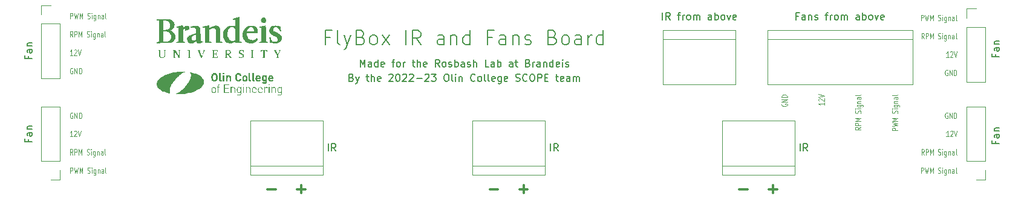
<source format=gto>
G04 #@! TF.GenerationSoftware,KiCad,Pcbnew,(6.0.7)*
G04 #@! TF.CreationDate,2023-03-22T16:34:50-04:00*
G04 #@! TF.ProjectId,IR FANS LED board,49522046-414e-4532-904c-454420626f61,rev?*
G04 #@! TF.SameCoordinates,Original*
G04 #@! TF.FileFunction,Legend,Top*
G04 #@! TF.FilePolarity,Positive*
%FSLAX46Y46*%
G04 Gerber Fmt 4.6, Leading zero omitted, Abs format (unit mm)*
G04 Created by KiCad (PCBNEW (6.0.7)) date 2023-03-22 16:34:50*
%MOMM*%
%LPD*%
G01*
G04 APERTURE LIST*
%ADD10C,0.125000*%
%ADD11C,0.300000*%
%ADD12C,0.200000*%
%ADD13C,0.150000*%
%ADD14C,0.120000*%
G04 APERTURE END LIST*
D10*
X195397321Y-35106000D02*
X195340178Y-35067904D01*
X195254464Y-35067904D01*
X195168750Y-35106000D01*
X195111607Y-35182190D01*
X195083035Y-35258380D01*
X195054464Y-35410761D01*
X195054464Y-35525047D01*
X195083035Y-35677428D01*
X195111607Y-35753619D01*
X195168750Y-35829809D01*
X195254464Y-35867904D01*
X195311607Y-35867904D01*
X195397321Y-35829809D01*
X195425892Y-35791714D01*
X195425892Y-35525047D01*
X195311607Y-35525047D01*
X195683035Y-35867904D02*
X195683035Y-35067904D01*
X196025892Y-35867904D01*
X196025892Y-35067904D01*
X196311607Y-35867904D02*
X196311607Y-35067904D01*
X196454464Y-35067904D01*
X196540178Y-35106000D01*
X196597321Y-35182190D01*
X196625892Y-35258380D01*
X196654464Y-35410761D01*
X196654464Y-35525047D01*
X196625892Y-35677428D01*
X196597321Y-35753619D01*
X196540178Y-35829809D01*
X196454464Y-35867904D01*
X196311607Y-35867904D01*
X195568750Y-38443904D02*
X195225892Y-38443904D01*
X195397321Y-38443904D02*
X195397321Y-37643904D01*
X195340178Y-37758190D01*
X195283035Y-37834380D01*
X195225892Y-37872476D01*
X195797321Y-37720095D02*
X195825892Y-37682000D01*
X195883035Y-37643904D01*
X196025892Y-37643904D01*
X196083035Y-37682000D01*
X196111607Y-37720095D01*
X196140178Y-37796285D01*
X196140178Y-37872476D01*
X196111607Y-37986761D01*
X195768750Y-38443904D01*
X196140178Y-38443904D01*
X196311607Y-37643904D02*
X196511607Y-38443904D01*
X196711607Y-37643904D01*
X192111607Y-41019904D02*
X191911607Y-40638952D01*
X191768750Y-41019904D02*
X191768750Y-40219904D01*
X191997321Y-40219904D01*
X192054464Y-40258000D01*
X192083035Y-40296095D01*
X192111607Y-40372285D01*
X192111607Y-40486571D01*
X192083035Y-40562761D01*
X192054464Y-40600857D01*
X191997321Y-40638952D01*
X191768750Y-40638952D01*
X192368750Y-41019904D02*
X192368750Y-40219904D01*
X192597321Y-40219904D01*
X192654464Y-40258000D01*
X192683035Y-40296095D01*
X192711607Y-40372285D01*
X192711607Y-40486571D01*
X192683035Y-40562761D01*
X192654464Y-40600857D01*
X192597321Y-40638952D01*
X192368750Y-40638952D01*
X192968750Y-41019904D02*
X192968750Y-40219904D01*
X193168750Y-40791333D01*
X193368750Y-40219904D01*
X193368750Y-41019904D01*
X194083035Y-40981809D02*
X194168750Y-41019904D01*
X194311607Y-41019904D01*
X194368750Y-40981809D01*
X194397321Y-40943714D01*
X194425892Y-40867523D01*
X194425892Y-40791333D01*
X194397321Y-40715142D01*
X194368750Y-40677047D01*
X194311607Y-40638952D01*
X194197321Y-40600857D01*
X194140178Y-40562761D01*
X194111607Y-40524666D01*
X194083035Y-40448476D01*
X194083035Y-40372285D01*
X194111607Y-40296095D01*
X194140178Y-40258000D01*
X194197321Y-40219904D01*
X194340178Y-40219904D01*
X194425892Y-40258000D01*
X194683035Y-41019904D02*
X194683035Y-40486571D01*
X194683035Y-40219904D02*
X194654464Y-40258000D01*
X194683035Y-40296095D01*
X194711607Y-40258000D01*
X194683035Y-40219904D01*
X194683035Y-40296095D01*
X195225892Y-40486571D02*
X195225892Y-41134190D01*
X195197321Y-41210380D01*
X195168750Y-41248476D01*
X195111607Y-41286571D01*
X195025892Y-41286571D01*
X194968750Y-41248476D01*
X195225892Y-40981809D02*
X195168750Y-41019904D01*
X195054464Y-41019904D01*
X194997321Y-40981809D01*
X194968750Y-40943714D01*
X194940178Y-40867523D01*
X194940178Y-40638952D01*
X194968750Y-40562761D01*
X194997321Y-40524666D01*
X195054464Y-40486571D01*
X195168750Y-40486571D01*
X195225892Y-40524666D01*
X195511607Y-40486571D02*
X195511607Y-41019904D01*
X195511607Y-40562761D02*
X195540178Y-40524666D01*
X195597321Y-40486571D01*
X195683035Y-40486571D01*
X195740178Y-40524666D01*
X195768750Y-40600857D01*
X195768750Y-41019904D01*
X196311607Y-41019904D02*
X196311607Y-40600857D01*
X196283035Y-40524666D01*
X196225892Y-40486571D01*
X196111607Y-40486571D01*
X196054464Y-40524666D01*
X196311607Y-40981809D02*
X196254464Y-41019904D01*
X196111607Y-41019904D01*
X196054464Y-40981809D01*
X196025892Y-40905619D01*
X196025892Y-40829428D01*
X196054464Y-40753238D01*
X196111607Y-40715142D01*
X196254464Y-40715142D01*
X196311607Y-40677047D01*
X196683035Y-41019904D02*
X196625892Y-40981809D01*
X196597321Y-40905619D01*
X196597321Y-40219904D01*
X191683035Y-43595904D02*
X191683035Y-42795904D01*
X191911607Y-42795904D01*
X191968750Y-42834000D01*
X191997321Y-42872095D01*
X192025892Y-42948285D01*
X192025892Y-43062571D01*
X191997321Y-43138761D01*
X191968750Y-43176857D01*
X191911607Y-43214952D01*
X191683035Y-43214952D01*
X192225892Y-42795904D02*
X192368750Y-43595904D01*
X192483035Y-43024476D01*
X192597321Y-43595904D01*
X192740178Y-42795904D01*
X192968750Y-43595904D02*
X192968750Y-42795904D01*
X193168750Y-43367333D01*
X193368750Y-42795904D01*
X193368750Y-43595904D01*
X194083035Y-43557809D02*
X194168750Y-43595904D01*
X194311607Y-43595904D01*
X194368750Y-43557809D01*
X194397321Y-43519714D01*
X194425892Y-43443523D01*
X194425892Y-43367333D01*
X194397321Y-43291142D01*
X194368750Y-43253047D01*
X194311607Y-43214952D01*
X194197321Y-43176857D01*
X194140178Y-43138761D01*
X194111607Y-43100666D01*
X194083035Y-43024476D01*
X194083035Y-42948285D01*
X194111607Y-42872095D01*
X194140178Y-42834000D01*
X194197321Y-42795904D01*
X194340178Y-42795904D01*
X194425892Y-42834000D01*
X194683035Y-43595904D02*
X194683035Y-43062571D01*
X194683035Y-42795904D02*
X194654464Y-42834000D01*
X194683035Y-42872095D01*
X194711607Y-42834000D01*
X194683035Y-42795904D01*
X194683035Y-42872095D01*
X195225892Y-43062571D02*
X195225892Y-43710190D01*
X195197321Y-43786380D01*
X195168750Y-43824476D01*
X195111607Y-43862571D01*
X195025892Y-43862571D01*
X194968750Y-43824476D01*
X195225892Y-43557809D02*
X195168750Y-43595904D01*
X195054464Y-43595904D01*
X194997321Y-43557809D01*
X194968750Y-43519714D01*
X194940178Y-43443523D01*
X194940178Y-43214952D01*
X194968750Y-43138761D01*
X194997321Y-43100666D01*
X195054464Y-43062571D01*
X195168750Y-43062571D01*
X195225892Y-43100666D01*
X195511607Y-43062571D02*
X195511607Y-43595904D01*
X195511607Y-43138761D02*
X195540178Y-43100666D01*
X195597321Y-43062571D01*
X195683035Y-43062571D01*
X195740178Y-43100666D01*
X195768750Y-43176857D01*
X195768750Y-43595904D01*
X196311607Y-43595904D02*
X196311607Y-43176857D01*
X196283035Y-43100666D01*
X196225892Y-43062571D01*
X196111607Y-43062571D01*
X196054464Y-43100666D01*
X196311607Y-43557809D02*
X196254464Y-43595904D01*
X196111607Y-43595904D01*
X196054464Y-43557809D01*
X196025892Y-43481619D01*
X196025892Y-43405428D01*
X196054464Y-43329238D01*
X196111607Y-43291142D01*
X196254464Y-43291142D01*
X196311607Y-43253047D01*
X196683035Y-43595904D02*
X196625892Y-43557809D01*
X196597321Y-43481619D01*
X196597321Y-42795904D01*
D11*
X131342142Y-45827142D02*
X132485000Y-45827142D01*
X135485000Y-45827142D02*
X136627857Y-45827142D01*
X136056428Y-46398571D02*
X136056428Y-45255714D01*
X166267142Y-45827142D02*
X167410000Y-45827142D01*
X170410000Y-45827142D02*
X171552857Y-45827142D01*
X170981428Y-46398571D02*
X170981428Y-45255714D01*
D12*
X111976285Y-30154571D02*
X112119142Y-30202190D01*
X112166761Y-30249809D01*
X112214380Y-30345047D01*
X112214380Y-30487904D01*
X112166761Y-30583142D01*
X112119142Y-30630761D01*
X112023904Y-30678380D01*
X111642952Y-30678380D01*
X111642952Y-29678380D01*
X111976285Y-29678380D01*
X112071523Y-29726000D01*
X112119142Y-29773619D01*
X112166761Y-29868857D01*
X112166761Y-29964095D01*
X112119142Y-30059333D01*
X112071523Y-30106952D01*
X111976285Y-30154571D01*
X111642952Y-30154571D01*
X112547714Y-30011714D02*
X112785809Y-30678380D01*
X113023904Y-30011714D02*
X112785809Y-30678380D01*
X112690571Y-30916476D01*
X112642952Y-30964095D01*
X112547714Y-31011714D01*
X114023904Y-30011714D02*
X114404857Y-30011714D01*
X114166761Y-29678380D02*
X114166761Y-30535523D01*
X114214380Y-30630761D01*
X114309619Y-30678380D01*
X114404857Y-30678380D01*
X114738190Y-30678380D02*
X114738190Y-29678380D01*
X115166761Y-30678380D02*
X115166761Y-30154571D01*
X115119142Y-30059333D01*
X115023904Y-30011714D01*
X114881047Y-30011714D01*
X114785809Y-30059333D01*
X114738190Y-30106952D01*
X116023904Y-30630761D02*
X115928666Y-30678380D01*
X115738190Y-30678380D01*
X115642952Y-30630761D01*
X115595333Y-30535523D01*
X115595333Y-30154571D01*
X115642952Y-30059333D01*
X115738190Y-30011714D01*
X115928666Y-30011714D01*
X116023904Y-30059333D01*
X116071523Y-30154571D01*
X116071523Y-30249809D01*
X115595333Y-30345047D01*
X117214380Y-29773619D02*
X117261999Y-29726000D01*
X117357238Y-29678380D01*
X117595333Y-29678380D01*
X117690571Y-29726000D01*
X117738190Y-29773619D01*
X117785809Y-29868857D01*
X117785809Y-29964095D01*
X117738190Y-30106952D01*
X117166761Y-30678380D01*
X117785809Y-30678380D01*
X118404857Y-29678380D02*
X118500095Y-29678380D01*
X118595333Y-29726000D01*
X118642952Y-29773619D01*
X118690571Y-29868857D01*
X118738190Y-30059333D01*
X118738190Y-30297428D01*
X118690571Y-30487904D01*
X118642952Y-30583142D01*
X118595333Y-30630761D01*
X118500095Y-30678380D01*
X118404857Y-30678380D01*
X118309619Y-30630761D01*
X118261999Y-30583142D01*
X118214380Y-30487904D01*
X118166761Y-30297428D01*
X118166761Y-30059333D01*
X118214380Y-29868857D01*
X118261999Y-29773619D01*
X118309619Y-29726000D01*
X118404857Y-29678380D01*
X119119142Y-29773619D02*
X119166761Y-29726000D01*
X119261999Y-29678380D01*
X119500095Y-29678380D01*
X119595333Y-29726000D01*
X119642952Y-29773619D01*
X119690571Y-29868857D01*
X119690571Y-29964095D01*
X119642952Y-30106952D01*
X119071523Y-30678380D01*
X119690571Y-30678380D01*
X120071523Y-29773619D02*
X120119142Y-29726000D01*
X120214380Y-29678380D01*
X120452476Y-29678380D01*
X120547714Y-29726000D01*
X120595333Y-29773619D01*
X120642952Y-29868857D01*
X120642952Y-29964095D01*
X120595333Y-30106952D01*
X120023904Y-30678380D01*
X120642952Y-30678380D01*
X121071523Y-30297428D02*
X121833428Y-30297428D01*
X122261999Y-29773619D02*
X122309619Y-29726000D01*
X122404857Y-29678380D01*
X122642952Y-29678380D01*
X122738190Y-29726000D01*
X122785809Y-29773619D01*
X122833428Y-29868857D01*
X122833428Y-29964095D01*
X122785809Y-30106952D01*
X122214380Y-30678380D01*
X122833428Y-30678380D01*
X123166761Y-29678380D02*
X123785809Y-29678380D01*
X123452476Y-30059333D01*
X123595333Y-30059333D01*
X123690571Y-30106952D01*
X123738190Y-30154571D01*
X123785809Y-30249809D01*
X123785809Y-30487904D01*
X123738190Y-30583142D01*
X123690571Y-30630761D01*
X123595333Y-30678380D01*
X123309619Y-30678380D01*
X123214380Y-30630761D01*
X123166761Y-30583142D01*
X125166761Y-29678380D02*
X125357238Y-29678380D01*
X125452476Y-29726000D01*
X125547714Y-29821238D01*
X125595333Y-30011714D01*
X125595333Y-30345047D01*
X125547714Y-30535523D01*
X125452476Y-30630761D01*
X125357238Y-30678380D01*
X125166761Y-30678380D01*
X125071523Y-30630761D01*
X124976285Y-30535523D01*
X124928666Y-30345047D01*
X124928666Y-30011714D01*
X124976285Y-29821238D01*
X125071523Y-29726000D01*
X125166761Y-29678380D01*
X126166761Y-30678380D02*
X126071523Y-30630761D01*
X126023904Y-30535523D01*
X126023904Y-29678380D01*
X126547714Y-30678380D02*
X126547714Y-30011714D01*
X126547714Y-29678380D02*
X126500095Y-29726000D01*
X126547714Y-29773619D01*
X126595333Y-29726000D01*
X126547714Y-29678380D01*
X126547714Y-29773619D01*
X127023904Y-30011714D02*
X127023904Y-30678380D01*
X127023904Y-30106952D02*
X127071523Y-30059333D01*
X127166761Y-30011714D01*
X127309619Y-30011714D01*
X127404857Y-30059333D01*
X127452476Y-30154571D01*
X127452476Y-30678380D01*
X129261999Y-30583142D02*
X129214380Y-30630761D01*
X129071523Y-30678380D01*
X128976285Y-30678380D01*
X128833428Y-30630761D01*
X128738190Y-30535523D01*
X128690571Y-30440285D01*
X128642952Y-30249809D01*
X128642952Y-30106952D01*
X128690571Y-29916476D01*
X128738190Y-29821238D01*
X128833428Y-29726000D01*
X128976285Y-29678380D01*
X129071523Y-29678380D01*
X129214380Y-29726000D01*
X129261999Y-29773619D01*
X129833428Y-30678380D02*
X129738190Y-30630761D01*
X129690571Y-30583142D01*
X129642952Y-30487904D01*
X129642952Y-30202190D01*
X129690571Y-30106952D01*
X129738190Y-30059333D01*
X129833428Y-30011714D01*
X129976285Y-30011714D01*
X130071523Y-30059333D01*
X130119142Y-30106952D01*
X130166761Y-30202190D01*
X130166761Y-30487904D01*
X130119142Y-30583142D01*
X130071523Y-30630761D01*
X129976285Y-30678380D01*
X129833428Y-30678380D01*
X130738190Y-30678380D02*
X130642952Y-30630761D01*
X130595333Y-30535523D01*
X130595333Y-29678380D01*
X131261999Y-30678380D02*
X131166761Y-30630761D01*
X131119142Y-30535523D01*
X131119142Y-29678380D01*
X132023904Y-30630761D02*
X131928666Y-30678380D01*
X131738190Y-30678380D01*
X131642952Y-30630761D01*
X131595333Y-30535523D01*
X131595333Y-30154571D01*
X131642952Y-30059333D01*
X131738190Y-30011714D01*
X131928666Y-30011714D01*
X132023904Y-30059333D01*
X132071523Y-30154571D01*
X132071523Y-30249809D01*
X131595333Y-30345047D01*
X132928666Y-30011714D02*
X132928666Y-30821238D01*
X132881047Y-30916476D01*
X132833428Y-30964095D01*
X132738190Y-31011714D01*
X132595333Y-31011714D01*
X132500095Y-30964095D01*
X132928666Y-30630761D02*
X132833428Y-30678380D01*
X132642952Y-30678380D01*
X132547714Y-30630761D01*
X132500095Y-30583142D01*
X132452476Y-30487904D01*
X132452476Y-30202190D01*
X132500095Y-30106952D01*
X132547714Y-30059333D01*
X132642952Y-30011714D01*
X132833428Y-30011714D01*
X132928666Y-30059333D01*
X133785809Y-30630761D02*
X133690571Y-30678380D01*
X133500095Y-30678380D01*
X133404857Y-30630761D01*
X133357238Y-30535523D01*
X133357238Y-30154571D01*
X133404857Y-30059333D01*
X133500095Y-30011714D01*
X133690571Y-30011714D01*
X133785809Y-30059333D01*
X133833428Y-30154571D01*
X133833428Y-30249809D01*
X133357238Y-30345047D01*
X134976285Y-30630761D02*
X135119142Y-30678380D01*
X135357238Y-30678380D01*
X135452476Y-30630761D01*
X135500095Y-30583142D01*
X135547714Y-30487904D01*
X135547714Y-30392666D01*
X135500095Y-30297428D01*
X135452476Y-30249809D01*
X135357238Y-30202190D01*
X135166761Y-30154571D01*
X135071523Y-30106952D01*
X135023904Y-30059333D01*
X134976285Y-29964095D01*
X134976285Y-29868857D01*
X135023904Y-29773619D01*
X135071523Y-29726000D01*
X135166761Y-29678380D01*
X135404857Y-29678380D01*
X135547714Y-29726000D01*
X136547714Y-30583142D02*
X136500095Y-30630761D01*
X136357238Y-30678380D01*
X136261999Y-30678380D01*
X136119142Y-30630761D01*
X136023904Y-30535523D01*
X135976285Y-30440285D01*
X135928666Y-30249809D01*
X135928666Y-30106952D01*
X135976285Y-29916476D01*
X136023904Y-29821238D01*
X136119142Y-29726000D01*
X136261999Y-29678380D01*
X136357238Y-29678380D01*
X136500095Y-29726000D01*
X136547714Y-29773619D01*
X137166761Y-29678380D02*
X137357238Y-29678380D01*
X137452476Y-29726000D01*
X137547714Y-29821238D01*
X137595333Y-30011714D01*
X137595333Y-30345047D01*
X137547714Y-30535523D01*
X137452476Y-30630761D01*
X137357238Y-30678380D01*
X137166761Y-30678380D01*
X137071523Y-30630761D01*
X136976285Y-30535523D01*
X136928666Y-30345047D01*
X136928666Y-30011714D01*
X136976285Y-29821238D01*
X137071523Y-29726000D01*
X137166761Y-29678380D01*
X138023904Y-30678380D02*
X138023904Y-29678380D01*
X138404857Y-29678380D01*
X138500095Y-29726000D01*
X138547714Y-29773619D01*
X138595333Y-29868857D01*
X138595333Y-30011714D01*
X138547714Y-30106952D01*
X138500095Y-30154571D01*
X138404857Y-30202190D01*
X138023904Y-30202190D01*
X139023904Y-30154571D02*
X139357238Y-30154571D01*
X139500095Y-30678380D02*
X139023904Y-30678380D01*
X139023904Y-29678380D01*
X139500095Y-29678380D01*
X140547714Y-30011714D02*
X140928666Y-30011714D01*
X140690571Y-29678380D02*
X140690571Y-30535523D01*
X140738190Y-30630761D01*
X140833428Y-30678380D01*
X140928666Y-30678380D01*
X141642952Y-30630761D02*
X141547714Y-30678380D01*
X141357238Y-30678380D01*
X141261999Y-30630761D01*
X141214380Y-30535523D01*
X141214380Y-30154571D01*
X141261999Y-30059333D01*
X141357238Y-30011714D01*
X141547714Y-30011714D01*
X141642952Y-30059333D01*
X141690571Y-30154571D01*
X141690571Y-30249809D01*
X141214380Y-30345047D01*
X142547714Y-30678380D02*
X142547714Y-30154571D01*
X142500095Y-30059333D01*
X142404857Y-30011714D01*
X142214380Y-30011714D01*
X142119142Y-30059333D01*
X142547714Y-30630761D02*
X142452476Y-30678380D01*
X142214380Y-30678380D01*
X142119142Y-30630761D01*
X142071523Y-30535523D01*
X142071523Y-30440285D01*
X142119142Y-30345047D01*
X142214380Y-30297428D01*
X142452476Y-30297428D01*
X142547714Y-30249809D01*
X143023904Y-30678380D02*
X143023904Y-30011714D01*
X143023904Y-30106952D02*
X143071523Y-30059333D01*
X143166761Y-30011714D01*
X143309619Y-30011714D01*
X143404857Y-30059333D01*
X143452476Y-30154571D01*
X143452476Y-30678380D01*
X143452476Y-30154571D02*
X143500095Y-30059333D01*
X143595333Y-30011714D01*
X143738190Y-30011714D01*
X143833428Y-30059333D01*
X143881047Y-30154571D01*
X143881047Y-30678380D01*
D10*
X172212000Y-33837678D02*
X172173904Y-33894821D01*
X172173904Y-33980535D01*
X172212000Y-34066250D01*
X172288190Y-34123392D01*
X172364380Y-34151964D01*
X172516761Y-34180535D01*
X172631047Y-34180535D01*
X172783428Y-34151964D01*
X172859619Y-34123392D01*
X172935809Y-34066250D01*
X172973904Y-33980535D01*
X172973904Y-33923392D01*
X172935809Y-33837678D01*
X172897714Y-33809107D01*
X172631047Y-33809107D01*
X172631047Y-33923392D01*
X172973904Y-33551964D02*
X172173904Y-33551964D01*
X172973904Y-33209107D01*
X172173904Y-33209107D01*
X172973904Y-32923392D02*
X172173904Y-32923392D01*
X172173904Y-32780535D01*
X172212000Y-32694821D01*
X172288190Y-32637678D01*
X172364380Y-32609107D01*
X172516761Y-32580535D01*
X172631047Y-32580535D01*
X172783428Y-32609107D01*
X172859619Y-32637678D01*
X172935809Y-32694821D01*
X172973904Y-32780535D01*
X172973904Y-32923392D01*
X178125904Y-33666250D02*
X178125904Y-34009107D01*
X178125904Y-33837678D02*
X177325904Y-33837678D01*
X177440190Y-33894821D01*
X177516380Y-33951964D01*
X177554476Y-34009107D01*
X177402095Y-33437678D02*
X177364000Y-33409107D01*
X177325904Y-33351964D01*
X177325904Y-33209107D01*
X177364000Y-33151964D01*
X177402095Y-33123392D01*
X177478285Y-33094821D01*
X177554476Y-33094821D01*
X177668761Y-33123392D01*
X178125904Y-33466250D01*
X178125904Y-33094821D01*
X177325904Y-32923392D02*
X178125904Y-32723392D01*
X177325904Y-32523392D01*
X183277904Y-37123392D02*
X182896952Y-37323392D01*
X183277904Y-37466250D02*
X182477904Y-37466250D01*
X182477904Y-37237678D01*
X182516000Y-37180535D01*
X182554095Y-37151964D01*
X182630285Y-37123392D01*
X182744571Y-37123392D01*
X182820761Y-37151964D01*
X182858857Y-37180535D01*
X182896952Y-37237678D01*
X182896952Y-37466250D01*
X183277904Y-36866250D02*
X182477904Y-36866250D01*
X182477904Y-36637678D01*
X182516000Y-36580535D01*
X182554095Y-36551964D01*
X182630285Y-36523392D01*
X182744571Y-36523392D01*
X182820761Y-36551964D01*
X182858857Y-36580535D01*
X182896952Y-36637678D01*
X182896952Y-36866250D01*
X183277904Y-36266250D02*
X182477904Y-36266250D01*
X183049333Y-36066250D01*
X182477904Y-35866250D01*
X183277904Y-35866250D01*
X183239809Y-35151964D02*
X183277904Y-35066250D01*
X183277904Y-34923392D01*
X183239809Y-34866250D01*
X183201714Y-34837678D01*
X183125523Y-34809107D01*
X183049333Y-34809107D01*
X182973142Y-34837678D01*
X182935047Y-34866250D01*
X182896952Y-34923392D01*
X182858857Y-35037678D01*
X182820761Y-35094821D01*
X182782666Y-35123392D01*
X182706476Y-35151964D01*
X182630285Y-35151964D01*
X182554095Y-35123392D01*
X182516000Y-35094821D01*
X182477904Y-35037678D01*
X182477904Y-34894821D01*
X182516000Y-34809107D01*
X183277904Y-34551964D02*
X182744571Y-34551964D01*
X182477904Y-34551964D02*
X182516000Y-34580535D01*
X182554095Y-34551964D01*
X182516000Y-34523392D01*
X182477904Y-34551964D01*
X182554095Y-34551964D01*
X182744571Y-34009107D02*
X183392190Y-34009107D01*
X183468380Y-34037678D01*
X183506476Y-34066250D01*
X183544571Y-34123392D01*
X183544571Y-34209107D01*
X183506476Y-34266250D01*
X183239809Y-34009107D02*
X183277904Y-34066250D01*
X183277904Y-34180535D01*
X183239809Y-34237678D01*
X183201714Y-34266250D01*
X183125523Y-34294821D01*
X182896952Y-34294821D01*
X182820761Y-34266250D01*
X182782666Y-34237678D01*
X182744571Y-34180535D01*
X182744571Y-34066250D01*
X182782666Y-34009107D01*
X182744571Y-33723392D02*
X183277904Y-33723392D01*
X182820761Y-33723392D02*
X182782666Y-33694821D01*
X182744571Y-33637678D01*
X182744571Y-33551964D01*
X182782666Y-33494821D01*
X182858857Y-33466250D01*
X183277904Y-33466250D01*
X183277904Y-32923392D02*
X182858857Y-32923392D01*
X182782666Y-32951964D01*
X182744571Y-33009107D01*
X182744571Y-33123392D01*
X182782666Y-33180535D01*
X183239809Y-32923392D02*
X183277904Y-32980535D01*
X183277904Y-33123392D01*
X183239809Y-33180535D01*
X183163619Y-33209107D01*
X183087428Y-33209107D01*
X183011238Y-33180535D01*
X182973142Y-33123392D01*
X182973142Y-32980535D01*
X182935047Y-32923392D01*
X183277904Y-32551964D02*
X183239809Y-32609107D01*
X183163619Y-32637678D01*
X182477904Y-32637678D01*
X188429904Y-37551964D02*
X187629904Y-37551964D01*
X187629904Y-37323392D01*
X187668000Y-37266250D01*
X187706095Y-37237678D01*
X187782285Y-37209107D01*
X187896571Y-37209107D01*
X187972761Y-37237678D01*
X188010857Y-37266250D01*
X188048952Y-37323392D01*
X188048952Y-37551964D01*
X187629904Y-37009107D02*
X188429904Y-36866250D01*
X187858476Y-36751964D01*
X188429904Y-36637678D01*
X187629904Y-36494821D01*
X188429904Y-36266250D02*
X187629904Y-36266250D01*
X188201333Y-36066250D01*
X187629904Y-35866250D01*
X188429904Y-35866250D01*
X188391809Y-35151964D02*
X188429904Y-35066250D01*
X188429904Y-34923392D01*
X188391809Y-34866250D01*
X188353714Y-34837678D01*
X188277523Y-34809107D01*
X188201333Y-34809107D01*
X188125142Y-34837678D01*
X188087047Y-34866250D01*
X188048952Y-34923392D01*
X188010857Y-35037678D01*
X187972761Y-35094821D01*
X187934666Y-35123392D01*
X187858476Y-35151964D01*
X187782285Y-35151964D01*
X187706095Y-35123392D01*
X187668000Y-35094821D01*
X187629904Y-35037678D01*
X187629904Y-34894821D01*
X187668000Y-34809107D01*
X188429904Y-34551964D02*
X187896571Y-34551964D01*
X187629904Y-34551964D02*
X187668000Y-34580535D01*
X187706095Y-34551964D01*
X187668000Y-34523392D01*
X187629904Y-34551964D01*
X187706095Y-34551964D01*
X187896571Y-34009107D02*
X188544190Y-34009107D01*
X188620380Y-34037678D01*
X188658476Y-34066250D01*
X188696571Y-34123392D01*
X188696571Y-34209107D01*
X188658476Y-34266250D01*
X188391809Y-34009107D02*
X188429904Y-34066250D01*
X188429904Y-34180535D01*
X188391809Y-34237678D01*
X188353714Y-34266250D01*
X188277523Y-34294821D01*
X188048952Y-34294821D01*
X187972761Y-34266250D01*
X187934666Y-34237678D01*
X187896571Y-34180535D01*
X187896571Y-34066250D01*
X187934666Y-34009107D01*
X187896571Y-33723392D02*
X188429904Y-33723392D01*
X187972761Y-33723392D02*
X187934666Y-33694821D01*
X187896571Y-33637678D01*
X187896571Y-33551964D01*
X187934666Y-33494821D01*
X188010857Y-33466250D01*
X188429904Y-33466250D01*
X188429904Y-32923392D02*
X188010857Y-32923392D01*
X187934666Y-32951964D01*
X187896571Y-33009107D01*
X187896571Y-33123392D01*
X187934666Y-33180535D01*
X188391809Y-32923392D02*
X188429904Y-32980535D01*
X188429904Y-33123392D01*
X188391809Y-33180535D01*
X188315619Y-33209107D01*
X188239428Y-33209107D01*
X188163238Y-33180535D01*
X188125142Y-33123392D01*
X188125142Y-32980535D01*
X188087047Y-32923392D01*
X188429904Y-32551964D02*
X188391809Y-32609107D01*
X188315619Y-32637678D01*
X187629904Y-32637678D01*
D11*
X100227142Y-45827142D02*
X101370000Y-45827142D01*
X104370000Y-45827142D02*
X105512857Y-45827142D01*
X104941428Y-46398571D02*
X104941428Y-45255714D01*
D10*
X72928392Y-35106000D02*
X72871250Y-35067904D01*
X72785535Y-35067904D01*
X72699821Y-35106000D01*
X72642678Y-35182190D01*
X72614107Y-35258380D01*
X72585535Y-35410761D01*
X72585535Y-35525047D01*
X72614107Y-35677428D01*
X72642678Y-35753619D01*
X72699821Y-35829809D01*
X72785535Y-35867904D01*
X72842678Y-35867904D01*
X72928392Y-35829809D01*
X72956964Y-35791714D01*
X72956964Y-35525047D01*
X72842678Y-35525047D01*
X73214107Y-35867904D02*
X73214107Y-35067904D01*
X73556964Y-35867904D01*
X73556964Y-35067904D01*
X73842678Y-35867904D02*
X73842678Y-35067904D01*
X73985535Y-35067904D01*
X74071250Y-35106000D01*
X74128392Y-35182190D01*
X74156964Y-35258380D01*
X74185535Y-35410761D01*
X74185535Y-35525047D01*
X74156964Y-35677428D01*
X74128392Y-35753619D01*
X74071250Y-35829809D01*
X73985535Y-35867904D01*
X73842678Y-35867904D01*
X72928392Y-38443904D02*
X72585535Y-38443904D01*
X72756964Y-38443904D02*
X72756964Y-37643904D01*
X72699821Y-37758190D01*
X72642678Y-37834380D01*
X72585535Y-37872476D01*
X73156964Y-37720095D02*
X73185535Y-37682000D01*
X73242678Y-37643904D01*
X73385535Y-37643904D01*
X73442678Y-37682000D01*
X73471250Y-37720095D01*
X73499821Y-37796285D01*
X73499821Y-37872476D01*
X73471250Y-37986761D01*
X73128392Y-38443904D01*
X73499821Y-38443904D01*
X73671250Y-37643904D02*
X73871250Y-38443904D01*
X74071250Y-37643904D01*
X72956964Y-41019904D02*
X72756964Y-40638952D01*
X72614107Y-41019904D02*
X72614107Y-40219904D01*
X72842678Y-40219904D01*
X72899821Y-40258000D01*
X72928392Y-40296095D01*
X72956964Y-40372285D01*
X72956964Y-40486571D01*
X72928392Y-40562761D01*
X72899821Y-40600857D01*
X72842678Y-40638952D01*
X72614107Y-40638952D01*
X73214107Y-41019904D02*
X73214107Y-40219904D01*
X73442678Y-40219904D01*
X73499821Y-40258000D01*
X73528392Y-40296095D01*
X73556964Y-40372285D01*
X73556964Y-40486571D01*
X73528392Y-40562761D01*
X73499821Y-40600857D01*
X73442678Y-40638952D01*
X73214107Y-40638952D01*
X73814107Y-41019904D02*
X73814107Y-40219904D01*
X74014107Y-40791333D01*
X74214107Y-40219904D01*
X74214107Y-41019904D01*
X74928392Y-40981809D02*
X75014107Y-41019904D01*
X75156964Y-41019904D01*
X75214107Y-40981809D01*
X75242678Y-40943714D01*
X75271250Y-40867523D01*
X75271250Y-40791333D01*
X75242678Y-40715142D01*
X75214107Y-40677047D01*
X75156964Y-40638952D01*
X75042678Y-40600857D01*
X74985535Y-40562761D01*
X74956964Y-40524666D01*
X74928392Y-40448476D01*
X74928392Y-40372285D01*
X74956964Y-40296095D01*
X74985535Y-40258000D01*
X75042678Y-40219904D01*
X75185535Y-40219904D01*
X75271250Y-40258000D01*
X75528392Y-41019904D02*
X75528392Y-40486571D01*
X75528392Y-40219904D02*
X75499821Y-40258000D01*
X75528392Y-40296095D01*
X75556964Y-40258000D01*
X75528392Y-40219904D01*
X75528392Y-40296095D01*
X76071250Y-40486571D02*
X76071250Y-41134190D01*
X76042678Y-41210380D01*
X76014107Y-41248476D01*
X75956964Y-41286571D01*
X75871250Y-41286571D01*
X75814107Y-41248476D01*
X76071250Y-40981809D02*
X76014107Y-41019904D01*
X75899821Y-41019904D01*
X75842678Y-40981809D01*
X75814107Y-40943714D01*
X75785535Y-40867523D01*
X75785535Y-40638952D01*
X75814107Y-40562761D01*
X75842678Y-40524666D01*
X75899821Y-40486571D01*
X76014107Y-40486571D01*
X76071250Y-40524666D01*
X76356964Y-40486571D02*
X76356964Y-41019904D01*
X76356964Y-40562761D02*
X76385535Y-40524666D01*
X76442678Y-40486571D01*
X76528392Y-40486571D01*
X76585535Y-40524666D01*
X76614107Y-40600857D01*
X76614107Y-41019904D01*
X77156964Y-41019904D02*
X77156964Y-40600857D01*
X77128392Y-40524666D01*
X77071250Y-40486571D01*
X76956964Y-40486571D01*
X76899821Y-40524666D01*
X77156964Y-40981809D02*
X77099821Y-41019904D01*
X76956964Y-41019904D01*
X76899821Y-40981809D01*
X76871250Y-40905619D01*
X76871250Y-40829428D01*
X76899821Y-40753238D01*
X76956964Y-40715142D01*
X77099821Y-40715142D01*
X77156964Y-40677047D01*
X77528392Y-41019904D02*
X77471250Y-40981809D01*
X77442678Y-40905619D01*
X77442678Y-40219904D01*
X72614107Y-43595904D02*
X72614107Y-42795904D01*
X72842678Y-42795904D01*
X72899821Y-42834000D01*
X72928392Y-42872095D01*
X72956964Y-42948285D01*
X72956964Y-43062571D01*
X72928392Y-43138761D01*
X72899821Y-43176857D01*
X72842678Y-43214952D01*
X72614107Y-43214952D01*
X73156964Y-42795904D02*
X73299821Y-43595904D01*
X73414107Y-43024476D01*
X73528392Y-43595904D01*
X73671250Y-42795904D01*
X73899821Y-43595904D02*
X73899821Y-42795904D01*
X74099821Y-43367333D01*
X74299821Y-42795904D01*
X74299821Y-43595904D01*
X75014107Y-43557809D02*
X75099821Y-43595904D01*
X75242678Y-43595904D01*
X75299821Y-43557809D01*
X75328392Y-43519714D01*
X75356964Y-43443523D01*
X75356964Y-43367333D01*
X75328392Y-43291142D01*
X75299821Y-43253047D01*
X75242678Y-43214952D01*
X75128392Y-43176857D01*
X75071250Y-43138761D01*
X75042678Y-43100666D01*
X75014107Y-43024476D01*
X75014107Y-42948285D01*
X75042678Y-42872095D01*
X75071250Y-42834000D01*
X75128392Y-42795904D01*
X75271250Y-42795904D01*
X75356964Y-42834000D01*
X75614107Y-43595904D02*
X75614107Y-43062571D01*
X75614107Y-42795904D02*
X75585535Y-42834000D01*
X75614107Y-42872095D01*
X75642678Y-42834000D01*
X75614107Y-42795904D01*
X75614107Y-42872095D01*
X76156964Y-43062571D02*
X76156964Y-43710190D01*
X76128392Y-43786380D01*
X76099821Y-43824476D01*
X76042678Y-43862571D01*
X75956964Y-43862571D01*
X75899821Y-43824476D01*
X76156964Y-43557809D02*
X76099821Y-43595904D01*
X75985535Y-43595904D01*
X75928392Y-43557809D01*
X75899821Y-43519714D01*
X75871250Y-43443523D01*
X75871250Y-43214952D01*
X75899821Y-43138761D01*
X75928392Y-43100666D01*
X75985535Y-43062571D01*
X76099821Y-43062571D01*
X76156964Y-43100666D01*
X76442678Y-43062571D02*
X76442678Y-43595904D01*
X76442678Y-43138761D02*
X76471250Y-43100666D01*
X76528392Y-43062571D01*
X76614107Y-43062571D01*
X76671250Y-43100666D01*
X76699821Y-43176857D01*
X76699821Y-43595904D01*
X77242678Y-43595904D02*
X77242678Y-43176857D01*
X77214107Y-43100666D01*
X77156964Y-43062571D01*
X77042678Y-43062571D01*
X76985535Y-43100666D01*
X77242678Y-43557809D02*
X77185535Y-43595904D01*
X77042678Y-43595904D01*
X76985535Y-43557809D01*
X76956964Y-43481619D01*
X76956964Y-43405428D01*
X76985535Y-43329238D01*
X77042678Y-43291142D01*
X77185535Y-43291142D01*
X77242678Y-43253047D01*
X77614107Y-43595904D02*
X77556964Y-43557809D01*
X77528392Y-43481619D01*
X77528392Y-42795904D01*
D12*
X113190571Y-28646380D02*
X113190571Y-27646380D01*
X113523904Y-28360666D01*
X113857238Y-27646380D01*
X113857238Y-28646380D01*
X114761999Y-28646380D02*
X114761999Y-28122571D01*
X114714380Y-28027333D01*
X114619142Y-27979714D01*
X114428666Y-27979714D01*
X114333428Y-28027333D01*
X114761999Y-28598761D02*
X114666761Y-28646380D01*
X114428666Y-28646380D01*
X114333428Y-28598761D01*
X114285809Y-28503523D01*
X114285809Y-28408285D01*
X114333428Y-28313047D01*
X114428666Y-28265428D01*
X114666761Y-28265428D01*
X114761999Y-28217809D01*
X115666761Y-28646380D02*
X115666761Y-27646380D01*
X115666761Y-28598761D02*
X115571523Y-28646380D01*
X115381047Y-28646380D01*
X115285809Y-28598761D01*
X115238190Y-28551142D01*
X115190571Y-28455904D01*
X115190571Y-28170190D01*
X115238190Y-28074952D01*
X115285809Y-28027333D01*
X115381047Y-27979714D01*
X115571523Y-27979714D01*
X115666761Y-28027333D01*
X116523904Y-28598761D02*
X116428666Y-28646380D01*
X116238190Y-28646380D01*
X116142952Y-28598761D01*
X116095333Y-28503523D01*
X116095333Y-28122571D01*
X116142952Y-28027333D01*
X116238190Y-27979714D01*
X116428666Y-27979714D01*
X116523904Y-28027333D01*
X116571523Y-28122571D01*
X116571523Y-28217809D01*
X116095333Y-28313047D01*
X117619142Y-27979714D02*
X118000095Y-27979714D01*
X117761999Y-28646380D02*
X117761999Y-27789238D01*
X117809619Y-27694000D01*
X117904857Y-27646380D01*
X118000095Y-27646380D01*
X118476285Y-28646380D02*
X118381047Y-28598761D01*
X118333428Y-28551142D01*
X118285809Y-28455904D01*
X118285809Y-28170190D01*
X118333428Y-28074952D01*
X118381047Y-28027333D01*
X118476285Y-27979714D01*
X118619142Y-27979714D01*
X118714380Y-28027333D01*
X118761999Y-28074952D01*
X118809619Y-28170190D01*
X118809619Y-28455904D01*
X118761999Y-28551142D01*
X118714380Y-28598761D01*
X118619142Y-28646380D01*
X118476285Y-28646380D01*
X119238190Y-28646380D02*
X119238190Y-27979714D01*
X119238190Y-28170190D02*
X119285809Y-28074952D01*
X119333428Y-28027333D01*
X119428666Y-27979714D01*
X119523904Y-27979714D01*
X120476285Y-27979714D02*
X120857238Y-27979714D01*
X120619142Y-27646380D02*
X120619142Y-28503523D01*
X120666761Y-28598761D01*
X120761999Y-28646380D01*
X120857238Y-28646380D01*
X121190571Y-28646380D02*
X121190571Y-27646380D01*
X121619142Y-28646380D02*
X121619142Y-28122571D01*
X121571523Y-28027333D01*
X121476285Y-27979714D01*
X121333428Y-27979714D01*
X121238190Y-28027333D01*
X121190571Y-28074952D01*
X122476285Y-28598761D02*
X122381047Y-28646380D01*
X122190571Y-28646380D01*
X122095333Y-28598761D01*
X122047714Y-28503523D01*
X122047714Y-28122571D01*
X122095333Y-28027333D01*
X122190571Y-27979714D01*
X122381047Y-27979714D01*
X122476285Y-28027333D01*
X122523904Y-28122571D01*
X122523904Y-28217809D01*
X122047714Y-28313047D01*
X124285809Y-28646380D02*
X123952476Y-28170190D01*
X123714380Y-28646380D02*
X123714380Y-27646380D01*
X124095333Y-27646380D01*
X124190571Y-27694000D01*
X124238190Y-27741619D01*
X124285809Y-27836857D01*
X124285809Y-27979714D01*
X124238190Y-28074952D01*
X124190571Y-28122571D01*
X124095333Y-28170190D01*
X123714380Y-28170190D01*
X124857238Y-28646380D02*
X124761999Y-28598761D01*
X124714380Y-28551142D01*
X124666761Y-28455904D01*
X124666761Y-28170190D01*
X124714380Y-28074952D01*
X124761999Y-28027333D01*
X124857238Y-27979714D01*
X125000095Y-27979714D01*
X125095333Y-28027333D01*
X125142952Y-28074952D01*
X125190571Y-28170190D01*
X125190571Y-28455904D01*
X125142952Y-28551142D01*
X125095333Y-28598761D01*
X125000095Y-28646380D01*
X124857238Y-28646380D01*
X125571523Y-28598761D02*
X125666761Y-28646380D01*
X125857238Y-28646380D01*
X125952476Y-28598761D01*
X126000095Y-28503523D01*
X126000095Y-28455904D01*
X125952476Y-28360666D01*
X125857238Y-28313047D01*
X125714380Y-28313047D01*
X125619142Y-28265428D01*
X125571523Y-28170190D01*
X125571523Y-28122571D01*
X125619142Y-28027333D01*
X125714380Y-27979714D01*
X125857238Y-27979714D01*
X125952476Y-28027333D01*
X126428666Y-28646380D02*
X126428666Y-27646380D01*
X126428666Y-28027333D02*
X126523904Y-27979714D01*
X126714380Y-27979714D01*
X126809619Y-28027333D01*
X126857238Y-28074952D01*
X126904857Y-28170190D01*
X126904857Y-28455904D01*
X126857238Y-28551142D01*
X126809619Y-28598761D01*
X126714380Y-28646380D01*
X126523904Y-28646380D01*
X126428666Y-28598761D01*
X127761999Y-28646380D02*
X127761999Y-28122571D01*
X127714380Y-28027333D01*
X127619142Y-27979714D01*
X127428666Y-27979714D01*
X127333428Y-28027333D01*
X127761999Y-28598761D02*
X127666761Y-28646380D01*
X127428666Y-28646380D01*
X127333428Y-28598761D01*
X127285809Y-28503523D01*
X127285809Y-28408285D01*
X127333428Y-28313047D01*
X127428666Y-28265428D01*
X127666761Y-28265428D01*
X127761999Y-28217809D01*
X128190571Y-28598761D02*
X128285809Y-28646380D01*
X128476285Y-28646380D01*
X128571523Y-28598761D01*
X128619142Y-28503523D01*
X128619142Y-28455904D01*
X128571523Y-28360666D01*
X128476285Y-28313047D01*
X128333428Y-28313047D01*
X128238190Y-28265428D01*
X128190571Y-28170190D01*
X128190571Y-28122571D01*
X128238190Y-28027333D01*
X128333428Y-27979714D01*
X128476285Y-27979714D01*
X128571523Y-28027333D01*
X129047714Y-28646380D02*
X129047714Y-27646380D01*
X129476285Y-28646380D02*
X129476285Y-28122571D01*
X129428666Y-28027333D01*
X129333428Y-27979714D01*
X129190571Y-27979714D01*
X129095333Y-28027333D01*
X129047714Y-28074952D01*
X131190571Y-28646380D02*
X130714380Y-28646380D01*
X130714380Y-27646380D01*
X131952476Y-28646380D02*
X131952476Y-28122571D01*
X131904857Y-28027333D01*
X131809619Y-27979714D01*
X131619142Y-27979714D01*
X131523904Y-28027333D01*
X131952476Y-28598761D02*
X131857238Y-28646380D01*
X131619142Y-28646380D01*
X131523904Y-28598761D01*
X131476285Y-28503523D01*
X131476285Y-28408285D01*
X131523904Y-28313047D01*
X131619142Y-28265428D01*
X131857238Y-28265428D01*
X131952476Y-28217809D01*
X132428666Y-28646380D02*
X132428666Y-27646380D01*
X132428666Y-28027333D02*
X132523904Y-27979714D01*
X132714380Y-27979714D01*
X132809619Y-28027333D01*
X132857238Y-28074952D01*
X132904857Y-28170190D01*
X132904857Y-28455904D01*
X132857238Y-28551142D01*
X132809619Y-28598761D01*
X132714380Y-28646380D01*
X132523904Y-28646380D01*
X132428666Y-28598761D01*
X134523904Y-28646380D02*
X134523904Y-28122571D01*
X134476285Y-28027333D01*
X134381047Y-27979714D01*
X134190571Y-27979714D01*
X134095333Y-28027333D01*
X134523904Y-28598761D02*
X134428666Y-28646380D01*
X134190571Y-28646380D01*
X134095333Y-28598761D01*
X134047714Y-28503523D01*
X134047714Y-28408285D01*
X134095333Y-28313047D01*
X134190571Y-28265428D01*
X134428666Y-28265428D01*
X134523904Y-28217809D01*
X134857238Y-27979714D02*
X135238190Y-27979714D01*
X135000095Y-27646380D02*
X135000095Y-28503523D01*
X135047714Y-28598761D01*
X135142952Y-28646380D01*
X135238190Y-28646380D01*
X136666761Y-28122571D02*
X136809619Y-28170190D01*
X136857238Y-28217809D01*
X136904857Y-28313047D01*
X136904857Y-28455904D01*
X136857238Y-28551142D01*
X136809619Y-28598761D01*
X136714380Y-28646380D01*
X136333428Y-28646380D01*
X136333428Y-27646380D01*
X136666761Y-27646380D01*
X136761999Y-27694000D01*
X136809619Y-27741619D01*
X136857238Y-27836857D01*
X136857238Y-27932095D01*
X136809619Y-28027333D01*
X136761999Y-28074952D01*
X136666761Y-28122571D01*
X136333428Y-28122571D01*
X137333428Y-28646380D02*
X137333428Y-27979714D01*
X137333428Y-28170190D02*
X137381047Y-28074952D01*
X137428666Y-28027333D01*
X137523904Y-27979714D01*
X137619142Y-27979714D01*
X138381047Y-28646380D02*
X138381047Y-28122571D01*
X138333428Y-28027333D01*
X138238190Y-27979714D01*
X138047714Y-27979714D01*
X137952476Y-28027333D01*
X138381047Y-28598761D02*
X138285809Y-28646380D01*
X138047714Y-28646380D01*
X137952476Y-28598761D01*
X137904857Y-28503523D01*
X137904857Y-28408285D01*
X137952476Y-28313047D01*
X138047714Y-28265428D01*
X138285809Y-28265428D01*
X138381047Y-28217809D01*
X138857238Y-27979714D02*
X138857238Y-28646380D01*
X138857238Y-28074952D02*
X138904857Y-28027333D01*
X139000095Y-27979714D01*
X139142952Y-27979714D01*
X139238190Y-28027333D01*
X139285809Y-28122571D01*
X139285809Y-28646380D01*
X140190571Y-28646380D02*
X140190571Y-27646380D01*
X140190571Y-28598761D02*
X140095333Y-28646380D01*
X139904857Y-28646380D01*
X139809619Y-28598761D01*
X139761999Y-28551142D01*
X139714380Y-28455904D01*
X139714380Y-28170190D01*
X139761999Y-28074952D01*
X139809619Y-28027333D01*
X139904857Y-27979714D01*
X140095333Y-27979714D01*
X140190571Y-28027333D01*
X141047714Y-28598761D02*
X140952476Y-28646380D01*
X140761999Y-28646380D01*
X140666761Y-28598761D01*
X140619142Y-28503523D01*
X140619142Y-28122571D01*
X140666761Y-28027333D01*
X140761999Y-27979714D01*
X140952476Y-27979714D01*
X141047714Y-28027333D01*
X141095333Y-28122571D01*
X141095333Y-28217809D01*
X140619142Y-28313047D01*
X141523904Y-28646380D02*
X141523904Y-27979714D01*
X141523904Y-27646380D02*
X141476285Y-27694000D01*
X141523904Y-27741619D01*
X141571523Y-27694000D01*
X141523904Y-27646380D01*
X141523904Y-27741619D01*
X141952476Y-28598761D02*
X142047714Y-28646380D01*
X142238190Y-28646380D01*
X142333428Y-28598761D01*
X142381047Y-28503523D01*
X142381047Y-28455904D01*
X142333428Y-28360666D01*
X142238190Y-28313047D01*
X142095333Y-28313047D01*
X142000095Y-28265428D01*
X141952476Y-28170190D01*
X141952476Y-28122571D01*
X142000095Y-28027333D01*
X142095333Y-27979714D01*
X142238190Y-27979714D01*
X142333428Y-28027333D01*
D10*
X191683035Y-22151904D02*
X191683035Y-21351904D01*
X191911607Y-21351904D01*
X191968750Y-21390000D01*
X191997321Y-21428095D01*
X192025892Y-21504285D01*
X192025892Y-21618571D01*
X191997321Y-21694761D01*
X191968750Y-21732857D01*
X191911607Y-21770952D01*
X191683035Y-21770952D01*
X192225892Y-21351904D02*
X192368750Y-22151904D01*
X192483035Y-21580476D01*
X192597321Y-22151904D01*
X192740178Y-21351904D01*
X192968750Y-22151904D02*
X192968750Y-21351904D01*
X193168750Y-21923333D01*
X193368750Y-21351904D01*
X193368750Y-22151904D01*
X194083035Y-22113809D02*
X194168750Y-22151904D01*
X194311607Y-22151904D01*
X194368750Y-22113809D01*
X194397321Y-22075714D01*
X194425892Y-21999523D01*
X194425892Y-21923333D01*
X194397321Y-21847142D01*
X194368750Y-21809047D01*
X194311607Y-21770952D01*
X194197321Y-21732857D01*
X194140178Y-21694761D01*
X194111607Y-21656666D01*
X194083035Y-21580476D01*
X194083035Y-21504285D01*
X194111607Y-21428095D01*
X194140178Y-21390000D01*
X194197321Y-21351904D01*
X194340178Y-21351904D01*
X194425892Y-21390000D01*
X194683035Y-22151904D02*
X194683035Y-21618571D01*
X194683035Y-21351904D02*
X194654464Y-21390000D01*
X194683035Y-21428095D01*
X194711607Y-21390000D01*
X194683035Y-21351904D01*
X194683035Y-21428095D01*
X195225892Y-21618571D02*
X195225892Y-22266190D01*
X195197321Y-22342380D01*
X195168750Y-22380476D01*
X195111607Y-22418571D01*
X195025892Y-22418571D01*
X194968750Y-22380476D01*
X195225892Y-22113809D02*
X195168750Y-22151904D01*
X195054464Y-22151904D01*
X194997321Y-22113809D01*
X194968750Y-22075714D01*
X194940178Y-21999523D01*
X194940178Y-21770952D01*
X194968750Y-21694761D01*
X194997321Y-21656666D01*
X195054464Y-21618571D01*
X195168750Y-21618571D01*
X195225892Y-21656666D01*
X195511607Y-21618571D02*
X195511607Y-22151904D01*
X195511607Y-21694761D02*
X195540178Y-21656666D01*
X195597321Y-21618571D01*
X195683035Y-21618571D01*
X195740178Y-21656666D01*
X195768750Y-21732857D01*
X195768750Y-22151904D01*
X196311607Y-22151904D02*
X196311607Y-21732857D01*
X196283035Y-21656666D01*
X196225892Y-21618571D01*
X196111607Y-21618571D01*
X196054464Y-21656666D01*
X196311607Y-22113809D02*
X196254464Y-22151904D01*
X196111607Y-22151904D01*
X196054464Y-22113809D01*
X196025892Y-22037619D01*
X196025892Y-21961428D01*
X196054464Y-21885238D01*
X196111607Y-21847142D01*
X196254464Y-21847142D01*
X196311607Y-21809047D01*
X196683035Y-22151904D02*
X196625892Y-22113809D01*
X196597321Y-22037619D01*
X196597321Y-21351904D01*
X192111607Y-24727904D02*
X191911607Y-24346952D01*
X191768750Y-24727904D02*
X191768750Y-23927904D01*
X191997321Y-23927904D01*
X192054464Y-23966000D01*
X192083035Y-24004095D01*
X192111607Y-24080285D01*
X192111607Y-24194571D01*
X192083035Y-24270761D01*
X192054464Y-24308857D01*
X191997321Y-24346952D01*
X191768750Y-24346952D01*
X192368750Y-24727904D02*
X192368750Y-23927904D01*
X192597321Y-23927904D01*
X192654464Y-23966000D01*
X192683035Y-24004095D01*
X192711607Y-24080285D01*
X192711607Y-24194571D01*
X192683035Y-24270761D01*
X192654464Y-24308857D01*
X192597321Y-24346952D01*
X192368750Y-24346952D01*
X192968750Y-24727904D02*
X192968750Y-23927904D01*
X193168750Y-24499333D01*
X193368750Y-23927904D01*
X193368750Y-24727904D01*
X194083035Y-24689809D02*
X194168750Y-24727904D01*
X194311607Y-24727904D01*
X194368750Y-24689809D01*
X194397321Y-24651714D01*
X194425892Y-24575523D01*
X194425892Y-24499333D01*
X194397321Y-24423142D01*
X194368750Y-24385047D01*
X194311607Y-24346952D01*
X194197321Y-24308857D01*
X194140178Y-24270761D01*
X194111607Y-24232666D01*
X194083035Y-24156476D01*
X194083035Y-24080285D01*
X194111607Y-24004095D01*
X194140178Y-23966000D01*
X194197321Y-23927904D01*
X194340178Y-23927904D01*
X194425892Y-23966000D01*
X194683035Y-24727904D02*
X194683035Y-24194571D01*
X194683035Y-23927904D02*
X194654464Y-23966000D01*
X194683035Y-24004095D01*
X194711607Y-23966000D01*
X194683035Y-23927904D01*
X194683035Y-24004095D01*
X195225892Y-24194571D02*
X195225892Y-24842190D01*
X195197321Y-24918380D01*
X195168750Y-24956476D01*
X195111607Y-24994571D01*
X195025892Y-24994571D01*
X194968750Y-24956476D01*
X195225892Y-24689809D02*
X195168750Y-24727904D01*
X195054464Y-24727904D01*
X194997321Y-24689809D01*
X194968750Y-24651714D01*
X194940178Y-24575523D01*
X194940178Y-24346952D01*
X194968750Y-24270761D01*
X194997321Y-24232666D01*
X195054464Y-24194571D01*
X195168750Y-24194571D01*
X195225892Y-24232666D01*
X195511607Y-24194571D02*
X195511607Y-24727904D01*
X195511607Y-24270761D02*
X195540178Y-24232666D01*
X195597321Y-24194571D01*
X195683035Y-24194571D01*
X195740178Y-24232666D01*
X195768750Y-24308857D01*
X195768750Y-24727904D01*
X196311607Y-24727904D02*
X196311607Y-24308857D01*
X196283035Y-24232666D01*
X196225892Y-24194571D01*
X196111607Y-24194571D01*
X196054464Y-24232666D01*
X196311607Y-24689809D02*
X196254464Y-24727904D01*
X196111607Y-24727904D01*
X196054464Y-24689809D01*
X196025892Y-24613619D01*
X196025892Y-24537428D01*
X196054464Y-24461238D01*
X196111607Y-24423142D01*
X196254464Y-24423142D01*
X196311607Y-24385047D01*
X196683035Y-24727904D02*
X196625892Y-24689809D01*
X196597321Y-24613619D01*
X196597321Y-23927904D01*
X195568750Y-27303904D02*
X195225892Y-27303904D01*
X195397321Y-27303904D02*
X195397321Y-26503904D01*
X195340178Y-26618190D01*
X195283035Y-26694380D01*
X195225892Y-26732476D01*
X195797321Y-26580095D02*
X195825892Y-26542000D01*
X195883035Y-26503904D01*
X196025892Y-26503904D01*
X196083035Y-26542000D01*
X196111607Y-26580095D01*
X196140178Y-26656285D01*
X196140178Y-26732476D01*
X196111607Y-26846761D01*
X195768750Y-27303904D01*
X196140178Y-27303904D01*
X196311607Y-26503904D02*
X196511607Y-27303904D01*
X196711607Y-26503904D01*
X195397321Y-29118000D02*
X195340178Y-29079904D01*
X195254464Y-29079904D01*
X195168750Y-29118000D01*
X195111607Y-29194190D01*
X195083035Y-29270380D01*
X195054464Y-29422761D01*
X195054464Y-29537047D01*
X195083035Y-29689428D01*
X195111607Y-29765619D01*
X195168750Y-29841809D01*
X195254464Y-29879904D01*
X195311607Y-29879904D01*
X195397321Y-29841809D01*
X195425892Y-29803714D01*
X195425892Y-29537047D01*
X195311607Y-29537047D01*
X195683035Y-29879904D02*
X195683035Y-29079904D01*
X196025892Y-29879904D01*
X196025892Y-29079904D01*
X196311607Y-29879904D02*
X196311607Y-29079904D01*
X196454464Y-29079904D01*
X196540178Y-29118000D01*
X196597321Y-29194190D01*
X196625892Y-29270380D01*
X196654464Y-29422761D01*
X196654464Y-29537047D01*
X196625892Y-29689428D01*
X196597321Y-29765619D01*
X196540178Y-29841809D01*
X196454464Y-29879904D01*
X196311607Y-29879904D01*
X72614107Y-21897904D02*
X72614107Y-21097904D01*
X72842678Y-21097904D01*
X72899821Y-21136000D01*
X72928392Y-21174095D01*
X72956964Y-21250285D01*
X72956964Y-21364571D01*
X72928392Y-21440761D01*
X72899821Y-21478857D01*
X72842678Y-21516952D01*
X72614107Y-21516952D01*
X73156964Y-21097904D02*
X73299821Y-21897904D01*
X73414107Y-21326476D01*
X73528392Y-21897904D01*
X73671250Y-21097904D01*
X73899821Y-21897904D02*
X73899821Y-21097904D01*
X74099821Y-21669333D01*
X74299821Y-21097904D01*
X74299821Y-21897904D01*
X75014107Y-21859809D02*
X75099821Y-21897904D01*
X75242678Y-21897904D01*
X75299821Y-21859809D01*
X75328392Y-21821714D01*
X75356964Y-21745523D01*
X75356964Y-21669333D01*
X75328392Y-21593142D01*
X75299821Y-21555047D01*
X75242678Y-21516952D01*
X75128392Y-21478857D01*
X75071250Y-21440761D01*
X75042678Y-21402666D01*
X75014107Y-21326476D01*
X75014107Y-21250285D01*
X75042678Y-21174095D01*
X75071250Y-21136000D01*
X75128392Y-21097904D01*
X75271250Y-21097904D01*
X75356964Y-21136000D01*
X75614107Y-21897904D02*
X75614107Y-21364571D01*
X75614107Y-21097904D02*
X75585535Y-21136000D01*
X75614107Y-21174095D01*
X75642678Y-21136000D01*
X75614107Y-21097904D01*
X75614107Y-21174095D01*
X76156964Y-21364571D02*
X76156964Y-22012190D01*
X76128392Y-22088380D01*
X76099821Y-22126476D01*
X76042678Y-22164571D01*
X75956964Y-22164571D01*
X75899821Y-22126476D01*
X76156964Y-21859809D02*
X76099821Y-21897904D01*
X75985535Y-21897904D01*
X75928392Y-21859809D01*
X75899821Y-21821714D01*
X75871250Y-21745523D01*
X75871250Y-21516952D01*
X75899821Y-21440761D01*
X75928392Y-21402666D01*
X75985535Y-21364571D01*
X76099821Y-21364571D01*
X76156964Y-21402666D01*
X76442678Y-21364571D02*
X76442678Y-21897904D01*
X76442678Y-21440761D02*
X76471250Y-21402666D01*
X76528392Y-21364571D01*
X76614107Y-21364571D01*
X76671250Y-21402666D01*
X76699821Y-21478857D01*
X76699821Y-21897904D01*
X77242678Y-21897904D02*
X77242678Y-21478857D01*
X77214107Y-21402666D01*
X77156964Y-21364571D01*
X77042678Y-21364571D01*
X76985535Y-21402666D01*
X77242678Y-21859809D02*
X77185535Y-21897904D01*
X77042678Y-21897904D01*
X76985535Y-21859809D01*
X76956964Y-21783619D01*
X76956964Y-21707428D01*
X76985535Y-21631238D01*
X77042678Y-21593142D01*
X77185535Y-21593142D01*
X77242678Y-21555047D01*
X77614107Y-21897904D02*
X77556964Y-21859809D01*
X77528392Y-21783619D01*
X77528392Y-21097904D01*
X72956964Y-24473904D02*
X72756964Y-24092952D01*
X72614107Y-24473904D02*
X72614107Y-23673904D01*
X72842678Y-23673904D01*
X72899821Y-23712000D01*
X72928392Y-23750095D01*
X72956964Y-23826285D01*
X72956964Y-23940571D01*
X72928392Y-24016761D01*
X72899821Y-24054857D01*
X72842678Y-24092952D01*
X72614107Y-24092952D01*
X73214107Y-24473904D02*
X73214107Y-23673904D01*
X73442678Y-23673904D01*
X73499821Y-23712000D01*
X73528392Y-23750095D01*
X73556964Y-23826285D01*
X73556964Y-23940571D01*
X73528392Y-24016761D01*
X73499821Y-24054857D01*
X73442678Y-24092952D01*
X73214107Y-24092952D01*
X73814107Y-24473904D02*
X73814107Y-23673904D01*
X74014107Y-24245333D01*
X74214107Y-23673904D01*
X74214107Y-24473904D01*
X74928392Y-24435809D02*
X75014107Y-24473904D01*
X75156964Y-24473904D01*
X75214107Y-24435809D01*
X75242678Y-24397714D01*
X75271250Y-24321523D01*
X75271250Y-24245333D01*
X75242678Y-24169142D01*
X75214107Y-24131047D01*
X75156964Y-24092952D01*
X75042678Y-24054857D01*
X74985535Y-24016761D01*
X74956964Y-23978666D01*
X74928392Y-23902476D01*
X74928392Y-23826285D01*
X74956964Y-23750095D01*
X74985535Y-23712000D01*
X75042678Y-23673904D01*
X75185535Y-23673904D01*
X75271250Y-23712000D01*
X75528392Y-24473904D02*
X75528392Y-23940571D01*
X75528392Y-23673904D02*
X75499821Y-23712000D01*
X75528392Y-23750095D01*
X75556964Y-23712000D01*
X75528392Y-23673904D01*
X75528392Y-23750095D01*
X76071250Y-23940571D02*
X76071250Y-24588190D01*
X76042678Y-24664380D01*
X76014107Y-24702476D01*
X75956964Y-24740571D01*
X75871250Y-24740571D01*
X75814107Y-24702476D01*
X76071250Y-24435809D02*
X76014107Y-24473904D01*
X75899821Y-24473904D01*
X75842678Y-24435809D01*
X75814107Y-24397714D01*
X75785535Y-24321523D01*
X75785535Y-24092952D01*
X75814107Y-24016761D01*
X75842678Y-23978666D01*
X75899821Y-23940571D01*
X76014107Y-23940571D01*
X76071250Y-23978666D01*
X76356964Y-23940571D02*
X76356964Y-24473904D01*
X76356964Y-24016761D02*
X76385535Y-23978666D01*
X76442678Y-23940571D01*
X76528392Y-23940571D01*
X76585535Y-23978666D01*
X76614107Y-24054857D01*
X76614107Y-24473904D01*
X77156964Y-24473904D02*
X77156964Y-24054857D01*
X77128392Y-23978666D01*
X77071250Y-23940571D01*
X76956964Y-23940571D01*
X76899821Y-23978666D01*
X77156964Y-24435809D02*
X77099821Y-24473904D01*
X76956964Y-24473904D01*
X76899821Y-24435809D01*
X76871250Y-24359619D01*
X76871250Y-24283428D01*
X76899821Y-24207238D01*
X76956964Y-24169142D01*
X77099821Y-24169142D01*
X77156964Y-24131047D01*
X77528392Y-24473904D02*
X77471250Y-24435809D01*
X77442678Y-24359619D01*
X77442678Y-23673904D01*
X72928392Y-27049904D02*
X72585535Y-27049904D01*
X72756964Y-27049904D02*
X72756964Y-26249904D01*
X72699821Y-26364190D01*
X72642678Y-26440380D01*
X72585535Y-26478476D01*
X73156964Y-26326095D02*
X73185535Y-26288000D01*
X73242678Y-26249904D01*
X73385535Y-26249904D01*
X73442678Y-26288000D01*
X73471250Y-26326095D01*
X73499821Y-26402285D01*
X73499821Y-26478476D01*
X73471250Y-26592761D01*
X73128392Y-27049904D01*
X73499821Y-27049904D01*
X73671250Y-26249904D02*
X73871250Y-27049904D01*
X74071250Y-26249904D01*
X72928392Y-28864000D02*
X72871250Y-28825904D01*
X72785535Y-28825904D01*
X72699821Y-28864000D01*
X72642678Y-28940190D01*
X72614107Y-29016380D01*
X72585535Y-29168761D01*
X72585535Y-29283047D01*
X72614107Y-29435428D01*
X72642678Y-29511619D01*
X72699821Y-29587809D01*
X72785535Y-29625904D01*
X72842678Y-29625904D01*
X72928392Y-29587809D01*
X72956964Y-29549714D01*
X72956964Y-29283047D01*
X72842678Y-29283047D01*
X73214107Y-29625904D02*
X73214107Y-28825904D01*
X73556964Y-29625904D01*
X73556964Y-28825904D01*
X73842678Y-29625904D02*
X73842678Y-28825904D01*
X73985535Y-28825904D01*
X74071250Y-28864000D01*
X74128392Y-28940190D01*
X74156964Y-29016380D01*
X74185535Y-29168761D01*
X74185535Y-29283047D01*
X74156964Y-29435428D01*
X74128392Y-29511619D01*
X74071250Y-29587809D01*
X73985535Y-29625904D01*
X73842678Y-29625904D01*
D12*
X109000095Y-24495142D02*
X108333428Y-24495142D01*
X108333428Y-25542761D02*
X108333428Y-23542761D01*
X109285809Y-23542761D01*
X110333428Y-25542761D02*
X110142952Y-25447523D01*
X110047714Y-25257047D01*
X110047714Y-23542761D01*
X110904857Y-24209428D02*
X111381047Y-25542761D01*
X111857238Y-24209428D02*
X111381047Y-25542761D01*
X111190571Y-26018952D01*
X111095333Y-26114190D01*
X110904857Y-26209428D01*
X113285809Y-24495142D02*
X113571523Y-24590380D01*
X113666761Y-24685619D01*
X113762000Y-24876095D01*
X113762000Y-25161809D01*
X113666761Y-25352285D01*
X113571523Y-25447523D01*
X113381047Y-25542761D01*
X112619142Y-25542761D01*
X112619142Y-23542761D01*
X113285809Y-23542761D01*
X113476285Y-23638000D01*
X113571523Y-23733238D01*
X113666761Y-23923714D01*
X113666761Y-24114190D01*
X113571523Y-24304666D01*
X113476285Y-24399904D01*
X113285809Y-24495142D01*
X112619142Y-24495142D01*
X114904857Y-25542761D02*
X114714380Y-25447523D01*
X114619142Y-25352285D01*
X114523904Y-25161809D01*
X114523904Y-24590380D01*
X114619142Y-24399904D01*
X114714380Y-24304666D01*
X114904857Y-24209428D01*
X115190571Y-24209428D01*
X115381047Y-24304666D01*
X115476285Y-24399904D01*
X115571523Y-24590380D01*
X115571523Y-25161809D01*
X115476285Y-25352285D01*
X115381047Y-25447523D01*
X115190571Y-25542761D01*
X114904857Y-25542761D01*
X116238190Y-25542761D02*
X117285809Y-24209428D01*
X116238190Y-24209428D02*
X117285809Y-25542761D01*
X119571523Y-25542761D02*
X119571523Y-23542761D01*
X121666761Y-25542761D02*
X121000095Y-24590380D01*
X120523904Y-25542761D02*
X120523904Y-23542761D01*
X121285809Y-23542761D01*
X121476285Y-23638000D01*
X121571523Y-23733238D01*
X121666761Y-23923714D01*
X121666761Y-24209428D01*
X121571523Y-24399904D01*
X121476285Y-24495142D01*
X121285809Y-24590380D01*
X120523904Y-24590380D01*
X124904857Y-25542761D02*
X124904857Y-24495142D01*
X124809619Y-24304666D01*
X124619142Y-24209428D01*
X124238190Y-24209428D01*
X124047714Y-24304666D01*
X124904857Y-25447523D02*
X124714380Y-25542761D01*
X124238190Y-25542761D01*
X124047714Y-25447523D01*
X123952476Y-25257047D01*
X123952476Y-25066571D01*
X124047714Y-24876095D01*
X124238190Y-24780857D01*
X124714380Y-24780857D01*
X124904857Y-24685619D01*
X125857238Y-24209428D02*
X125857238Y-25542761D01*
X125857238Y-24399904D02*
X125952476Y-24304666D01*
X126142952Y-24209428D01*
X126428666Y-24209428D01*
X126619142Y-24304666D01*
X126714380Y-24495142D01*
X126714380Y-25542761D01*
X128523904Y-25542761D02*
X128523904Y-23542761D01*
X128523904Y-25447523D02*
X128333428Y-25542761D01*
X127952476Y-25542761D01*
X127762000Y-25447523D01*
X127666761Y-25352285D01*
X127571523Y-25161809D01*
X127571523Y-24590380D01*
X127666761Y-24399904D01*
X127762000Y-24304666D01*
X127952476Y-24209428D01*
X128333428Y-24209428D01*
X128523904Y-24304666D01*
X131666761Y-24495142D02*
X131000095Y-24495142D01*
X131000095Y-25542761D02*
X131000095Y-23542761D01*
X131952476Y-23542761D01*
X133571523Y-25542761D02*
X133571523Y-24495142D01*
X133476285Y-24304666D01*
X133285809Y-24209428D01*
X132904857Y-24209428D01*
X132714380Y-24304666D01*
X133571523Y-25447523D02*
X133381047Y-25542761D01*
X132904857Y-25542761D01*
X132714380Y-25447523D01*
X132619142Y-25257047D01*
X132619142Y-25066571D01*
X132714380Y-24876095D01*
X132904857Y-24780857D01*
X133381047Y-24780857D01*
X133571523Y-24685619D01*
X134523904Y-24209428D02*
X134523904Y-25542761D01*
X134523904Y-24399904D02*
X134619142Y-24304666D01*
X134809619Y-24209428D01*
X135095333Y-24209428D01*
X135285809Y-24304666D01*
X135381047Y-24495142D01*
X135381047Y-25542761D01*
X136238190Y-25447523D02*
X136428666Y-25542761D01*
X136809619Y-25542761D01*
X137000095Y-25447523D01*
X137095333Y-25257047D01*
X137095333Y-25161809D01*
X137000095Y-24971333D01*
X136809619Y-24876095D01*
X136523904Y-24876095D01*
X136333428Y-24780857D01*
X136238190Y-24590380D01*
X136238190Y-24495142D01*
X136333428Y-24304666D01*
X136523904Y-24209428D01*
X136809619Y-24209428D01*
X137000095Y-24304666D01*
X140142952Y-24495142D02*
X140428666Y-24590380D01*
X140523904Y-24685619D01*
X140619142Y-24876095D01*
X140619142Y-25161809D01*
X140523904Y-25352285D01*
X140428666Y-25447523D01*
X140238190Y-25542761D01*
X139476285Y-25542761D01*
X139476285Y-23542761D01*
X140142952Y-23542761D01*
X140333428Y-23638000D01*
X140428666Y-23733238D01*
X140523904Y-23923714D01*
X140523904Y-24114190D01*
X140428666Y-24304666D01*
X140333428Y-24399904D01*
X140142952Y-24495142D01*
X139476285Y-24495142D01*
X141762000Y-25542761D02*
X141571523Y-25447523D01*
X141476285Y-25352285D01*
X141381047Y-25161809D01*
X141381047Y-24590380D01*
X141476285Y-24399904D01*
X141571523Y-24304666D01*
X141762000Y-24209428D01*
X142047714Y-24209428D01*
X142238190Y-24304666D01*
X142333428Y-24399904D01*
X142428666Y-24590380D01*
X142428666Y-25161809D01*
X142333428Y-25352285D01*
X142238190Y-25447523D01*
X142047714Y-25542761D01*
X141762000Y-25542761D01*
X144142952Y-25542761D02*
X144142952Y-24495142D01*
X144047714Y-24304666D01*
X143857238Y-24209428D01*
X143476285Y-24209428D01*
X143285809Y-24304666D01*
X144142952Y-25447523D02*
X143952476Y-25542761D01*
X143476285Y-25542761D01*
X143285809Y-25447523D01*
X143190571Y-25257047D01*
X143190571Y-25066571D01*
X143285809Y-24876095D01*
X143476285Y-24780857D01*
X143952476Y-24780857D01*
X144142952Y-24685619D01*
X145095333Y-25542761D02*
X145095333Y-24209428D01*
X145095333Y-24590380D02*
X145190571Y-24399904D01*
X145285809Y-24304666D01*
X145476285Y-24209428D01*
X145666761Y-24209428D01*
X147190571Y-25542761D02*
X147190571Y-23542761D01*
X147190571Y-25447523D02*
X147000095Y-25542761D01*
X146619142Y-25542761D01*
X146428666Y-25447523D01*
X146333428Y-25352285D01*
X146238190Y-25161809D01*
X146238190Y-24590380D01*
X146333428Y-24399904D01*
X146428666Y-24304666D01*
X146619142Y-24209428D01*
X147000095Y-24209428D01*
X147190571Y-24304666D01*
D13*
G04 #@! TO.C,J4*
X174530476Y-21518571D02*
X174197142Y-21518571D01*
X174197142Y-22042380D02*
X174197142Y-21042380D01*
X174673333Y-21042380D01*
X175482857Y-22042380D02*
X175482857Y-21518571D01*
X175435238Y-21423333D01*
X175340000Y-21375714D01*
X175149523Y-21375714D01*
X175054285Y-21423333D01*
X175482857Y-21994761D02*
X175387619Y-22042380D01*
X175149523Y-22042380D01*
X175054285Y-21994761D01*
X175006666Y-21899523D01*
X175006666Y-21804285D01*
X175054285Y-21709047D01*
X175149523Y-21661428D01*
X175387619Y-21661428D01*
X175482857Y-21613809D01*
X175959047Y-21375714D02*
X175959047Y-22042380D01*
X175959047Y-21470952D02*
X176006666Y-21423333D01*
X176101904Y-21375714D01*
X176244761Y-21375714D01*
X176340000Y-21423333D01*
X176387619Y-21518571D01*
X176387619Y-22042380D01*
X176816190Y-21994761D02*
X176911428Y-22042380D01*
X177101904Y-22042380D01*
X177197142Y-21994761D01*
X177244761Y-21899523D01*
X177244761Y-21851904D01*
X177197142Y-21756666D01*
X177101904Y-21709047D01*
X176959047Y-21709047D01*
X176863809Y-21661428D01*
X176816190Y-21566190D01*
X176816190Y-21518571D01*
X176863809Y-21423333D01*
X176959047Y-21375714D01*
X177101904Y-21375714D01*
X177197142Y-21423333D01*
X178292380Y-21375714D02*
X178673333Y-21375714D01*
X178435238Y-22042380D02*
X178435238Y-21185238D01*
X178482857Y-21090000D01*
X178578095Y-21042380D01*
X178673333Y-21042380D01*
X179006666Y-22042380D02*
X179006666Y-21375714D01*
X179006666Y-21566190D02*
X179054285Y-21470952D01*
X179101904Y-21423333D01*
X179197142Y-21375714D01*
X179292380Y-21375714D01*
X179768571Y-22042380D02*
X179673333Y-21994761D01*
X179625714Y-21947142D01*
X179578095Y-21851904D01*
X179578095Y-21566190D01*
X179625714Y-21470952D01*
X179673333Y-21423333D01*
X179768571Y-21375714D01*
X179911428Y-21375714D01*
X180006666Y-21423333D01*
X180054285Y-21470952D01*
X180101904Y-21566190D01*
X180101904Y-21851904D01*
X180054285Y-21947142D01*
X180006666Y-21994761D01*
X179911428Y-22042380D01*
X179768571Y-22042380D01*
X180530476Y-22042380D02*
X180530476Y-21375714D01*
X180530476Y-21470952D02*
X180578095Y-21423333D01*
X180673333Y-21375714D01*
X180816190Y-21375714D01*
X180911428Y-21423333D01*
X180959047Y-21518571D01*
X180959047Y-22042380D01*
X180959047Y-21518571D02*
X181006666Y-21423333D01*
X181101904Y-21375714D01*
X181244761Y-21375714D01*
X181340000Y-21423333D01*
X181387619Y-21518571D01*
X181387619Y-22042380D01*
X183054285Y-22042380D02*
X183054285Y-21518571D01*
X183006666Y-21423333D01*
X182911428Y-21375714D01*
X182720952Y-21375714D01*
X182625714Y-21423333D01*
X183054285Y-21994761D02*
X182959047Y-22042380D01*
X182720952Y-22042380D01*
X182625714Y-21994761D01*
X182578095Y-21899523D01*
X182578095Y-21804285D01*
X182625714Y-21709047D01*
X182720952Y-21661428D01*
X182959047Y-21661428D01*
X183054285Y-21613809D01*
X183530476Y-22042380D02*
X183530476Y-21042380D01*
X183530476Y-21423333D02*
X183625714Y-21375714D01*
X183816190Y-21375714D01*
X183911428Y-21423333D01*
X183959047Y-21470952D01*
X184006666Y-21566190D01*
X184006666Y-21851904D01*
X183959047Y-21947142D01*
X183911428Y-21994761D01*
X183816190Y-22042380D01*
X183625714Y-22042380D01*
X183530476Y-21994761D01*
X184578095Y-22042380D02*
X184482857Y-21994761D01*
X184435238Y-21947142D01*
X184387619Y-21851904D01*
X184387619Y-21566190D01*
X184435238Y-21470952D01*
X184482857Y-21423333D01*
X184578095Y-21375714D01*
X184720952Y-21375714D01*
X184816190Y-21423333D01*
X184863809Y-21470952D01*
X184911428Y-21566190D01*
X184911428Y-21851904D01*
X184863809Y-21947142D01*
X184816190Y-21994761D01*
X184720952Y-22042380D01*
X184578095Y-22042380D01*
X185244761Y-21375714D02*
X185482857Y-22042380D01*
X185720952Y-21375714D01*
X186482857Y-21994761D02*
X186387619Y-22042380D01*
X186197142Y-22042380D01*
X186101904Y-21994761D01*
X186054285Y-21899523D01*
X186054285Y-21518571D01*
X186101904Y-21423333D01*
X186197142Y-21375714D01*
X186387619Y-21375714D01*
X186482857Y-21423333D01*
X186530476Y-21518571D01*
X186530476Y-21613809D01*
X186054285Y-21709047D01*
G04 #@! TO.C,J3*
X139835000Y-40457380D02*
X139835000Y-39457380D01*
X140882619Y-40457380D02*
X140549285Y-39981190D01*
X140311190Y-40457380D02*
X140311190Y-39457380D01*
X140692142Y-39457380D01*
X140787380Y-39505000D01*
X140835000Y-39552619D01*
X140882619Y-39647857D01*
X140882619Y-39790714D01*
X140835000Y-39885952D01*
X140787380Y-39933571D01*
X140692142Y-39981190D01*
X140311190Y-39981190D01*
G04 #@! TO.C,J8*
X202112571Y-39115904D02*
X202112571Y-39449238D01*
X202636380Y-39449238D02*
X201636380Y-39449238D01*
X201636380Y-38973047D01*
X202636380Y-38163523D02*
X202112571Y-38163523D01*
X202017333Y-38211142D01*
X201969714Y-38306380D01*
X201969714Y-38496857D01*
X202017333Y-38592095D01*
X202588761Y-38163523D02*
X202636380Y-38258761D01*
X202636380Y-38496857D01*
X202588761Y-38592095D01*
X202493523Y-38639714D01*
X202398285Y-38639714D01*
X202303047Y-38592095D01*
X202255428Y-38496857D01*
X202255428Y-38258761D01*
X202207809Y-38163523D01*
X201969714Y-37687333D02*
X202636380Y-37687333D01*
X202064952Y-37687333D02*
X202017333Y-37639714D01*
X201969714Y-37544476D01*
X201969714Y-37401619D01*
X202017333Y-37306380D01*
X202112571Y-37258761D01*
X202636380Y-37258761D01*
G04 #@! TO.C,J5*
X174760000Y-40457380D02*
X174760000Y-39457380D01*
X175807619Y-40457380D02*
X175474285Y-39981190D01*
X175236190Y-40457380D02*
X175236190Y-39457380D01*
X175617142Y-39457380D01*
X175712380Y-39505000D01*
X175760000Y-39552619D01*
X175807619Y-39647857D01*
X175807619Y-39790714D01*
X175760000Y-39885952D01*
X175712380Y-39933571D01*
X175617142Y-39981190D01*
X175236190Y-39981190D01*
G04 #@! TO.C,J9*
X66730571Y-38861904D02*
X66730571Y-39195238D01*
X67254380Y-39195238D02*
X66254380Y-39195238D01*
X66254380Y-38719047D01*
X67254380Y-37909523D02*
X66730571Y-37909523D01*
X66635333Y-37957142D01*
X66587714Y-38052380D01*
X66587714Y-38242857D01*
X66635333Y-38338095D01*
X67206761Y-37909523D02*
X67254380Y-38004761D01*
X67254380Y-38242857D01*
X67206761Y-38338095D01*
X67111523Y-38385714D01*
X67016285Y-38385714D01*
X66921047Y-38338095D01*
X66873428Y-38242857D01*
X66873428Y-38004761D01*
X66825809Y-37909523D01*
X66587714Y-37433333D02*
X67254380Y-37433333D01*
X66682952Y-37433333D02*
X66635333Y-37385714D01*
X66587714Y-37290476D01*
X66587714Y-37147619D01*
X66635333Y-37052380D01*
X66730571Y-37004761D01*
X67254380Y-37004761D01*
G04 #@! TO.C,J7*
X108720000Y-40457380D02*
X108720000Y-39457380D01*
X109767619Y-40457380D02*
X109434285Y-39981190D01*
X109196190Y-40457380D02*
X109196190Y-39457380D01*
X109577142Y-39457380D01*
X109672380Y-39505000D01*
X109720000Y-39552619D01*
X109767619Y-39647857D01*
X109767619Y-39790714D01*
X109720000Y-39885952D01*
X109672380Y-39933571D01*
X109577142Y-39981190D01*
X109196190Y-39981190D01*
G04 #@! TO.C,J2*
X66730571Y-27177904D02*
X66730571Y-27511238D01*
X67254380Y-27511238D02*
X66254380Y-27511238D01*
X66254380Y-27035047D01*
X67254380Y-26225523D02*
X66730571Y-26225523D01*
X66635333Y-26273142D01*
X66587714Y-26368380D01*
X66587714Y-26558857D01*
X66635333Y-26654095D01*
X67206761Y-26225523D02*
X67254380Y-26320761D01*
X67254380Y-26558857D01*
X67206761Y-26654095D01*
X67111523Y-26701714D01*
X67016285Y-26701714D01*
X66921047Y-26654095D01*
X66873428Y-26558857D01*
X66873428Y-26320761D01*
X66825809Y-26225523D01*
X66587714Y-25749333D02*
X67254380Y-25749333D01*
X66682952Y-25749333D02*
X66635333Y-25701714D01*
X66587714Y-25606476D01*
X66587714Y-25463619D01*
X66635333Y-25368380D01*
X66730571Y-25320761D01*
X67254380Y-25320761D01*
G04 #@! TO.C,J1*
X202112571Y-26923904D02*
X202112571Y-27257238D01*
X202636380Y-27257238D02*
X201636380Y-27257238D01*
X201636380Y-26781047D01*
X202636380Y-25971523D02*
X202112571Y-25971523D01*
X202017333Y-26019142D01*
X201969714Y-26114380D01*
X201969714Y-26304857D01*
X202017333Y-26400095D01*
X202588761Y-25971523D02*
X202636380Y-26066761D01*
X202636380Y-26304857D01*
X202588761Y-26400095D01*
X202493523Y-26447714D01*
X202398285Y-26447714D01*
X202303047Y-26400095D01*
X202255428Y-26304857D01*
X202255428Y-26066761D01*
X202207809Y-25971523D01*
X201969714Y-25495333D02*
X202636380Y-25495333D01*
X202064952Y-25495333D02*
X202017333Y-25447714D01*
X201969714Y-25352476D01*
X201969714Y-25209619D01*
X202017333Y-25114380D01*
X202112571Y-25066761D01*
X202636380Y-25066761D01*
G04 #@! TO.C,J6*
X155512142Y-22042380D02*
X155512142Y-21042380D01*
X156559761Y-22042380D02*
X156226428Y-21566190D01*
X155988333Y-22042380D02*
X155988333Y-21042380D01*
X156369285Y-21042380D01*
X156464523Y-21090000D01*
X156512142Y-21137619D01*
X156559761Y-21232857D01*
X156559761Y-21375714D01*
X156512142Y-21470952D01*
X156464523Y-21518571D01*
X156369285Y-21566190D01*
X155988333Y-21566190D01*
X157607380Y-21375714D02*
X157988333Y-21375714D01*
X157750238Y-22042380D02*
X157750238Y-21185238D01*
X157797857Y-21090000D01*
X157893095Y-21042380D01*
X157988333Y-21042380D01*
X158321666Y-22042380D02*
X158321666Y-21375714D01*
X158321666Y-21566190D02*
X158369285Y-21470952D01*
X158416904Y-21423333D01*
X158512142Y-21375714D01*
X158607380Y-21375714D01*
X159083571Y-22042380D02*
X158988333Y-21994761D01*
X158940714Y-21947142D01*
X158893095Y-21851904D01*
X158893095Y-21566190D01*
X158940714Y-21470952D01*
X158988333Y-21423333D01*
X159083571Y-21375714D01*
X159226428Y-21375714D01*
X159321666Y-21423333D01*
X159369285Y-21470952D01*
X159416904Y-21566190D01*
X159416904Y-21851904D01*
X159369285Y-21947142D01*
X159321666Y-21994761D01*
X159226428Y-22042380D01*
X159083571Y-22042380D01*
X159845476Y-22042380D02*
X159845476Y-21375714D01*
X159845476Y-21470952D02*
X159893095Y-21423333D01*
X159988333Y-21375714D01*
X160131190Y-21375714D01*
X160226428Y-21423333D01*
X160274047Y-21518571D01*
X160274047Y-22042380D01*
X160274047Y-21518571D02*
X160321666Y-21423333D01*
X160416904Y-21375714D01*
X160559761Y-21375714D01*
X160655000Y-21423333D01*
X160702619Y-21518571D01*
X160702619Y-22042380D01*
X162369285Y-22042380D02*
X162369285Y-21518571D01*
X162321666Y-21423333D01*
X162226428Y-21375714D01*
X162035952Y-21375714D01*
X161940714Y-21423333D01*
X162369285Y-21994761D02*
X162274047Y-22042380D01*
X162035952Y-22042380D01*
X161940714Y-21994761D01*
X161893095Y-21899523D01*
X161893095Y-21804285D01*
X161940714Y-21709047D01*
X162035952Y-21661428D01*
X162274047Y-21661428D01*
X162369285Y-21613809D01*
X162845476Y-22042380D02*
X162845476Y-21042380D01*
X162845476Y-21423333D02*
X162940714Y-21375714D01*
X163131190Y-21375714D01*
X163226428Y-21423333D01*
X163274047Y-21470952D01*
X163321666Y-21566190D01*
X163321666Y-21851904D01*
X163274047Y-21947142D01*
X163226428Y-21994761D01*
X163131190Y-22042380D01*
X162940714Y-22042380D01*
X162845476Y-21994761D01*
X163893095Y-22042380D02*
X163797857Y-21994761D01*
X163750238Y-21947142D01*
X163702619Y-21851904D01*
X163702619Y-21566190D01*
X163750238Y-21470952D01*
X163797857Y-21423333D01*
X163893095Y-21375714D01*
X164035952Y-21375714D01*
X164131190Y-21423333D01*
X164178809Y-21470952D01*
X164226428Y-21566190D01*
X164226428Y-21851904D01*
X164178809Y-21947142D01*
X164131190Y-21994761D01*
X164035952Y-22042380D01*
X163893095Y-22042380D01*
X164559761Y-21375714D02*
X164797857Y-22042380D01*
X165035952Y-21375714D01*
X165797857Y-21994761D02*
X165702619Y-22042380D01*
X165512142Y-22042380D01*
X165416904Y-21994761D01*
X165369285Y-21899523D01*
X165369285Y-21518571D01*
X165416904Y-21423333D01*
X165512142Y-21375714D01*
X165702619Y-21375714D01*
X165797857Y-21423333D01*
X165845476Y-21518571D01*
X165845476Y-21613809D01*
X165369285Y-21709047D01*
D14*
G04 #@! TO.C,J4*
X190500000Y-31115000D02*
X190500000Y-23495000D01*
X190500000Y-31115000D02*
X170180000Y-31115000D01*
X170180000Y-24765000D02*
X190500000Y-24765000D01*
X190500000Y-23495000D02*
X170180000Y-23495000D01*
X170180000Y-23495000D02*
X170180000Y-31115000D01*
G04 #@! TO.C,J3*
X139065000Y-42545000D02*
X128905000Y-42545000D01*
X128905000Y-43815000D02*
X139065000Y-43815000D01*
X139065000Y-43815000D02*
X139065000Y-36195000D01*
X139065000Y-36195000D02*
X128905000Y-36195000D01*
X128905000Y-36195000D02*
X128905000Y-43815000D01*
G04 #@! TO.C,J8*
X200720000Y-34230000D02*
X198060000Y-34230000D01*
X200720000Y-41910000D02*
X198060000Y-41910000D01*
X200720000Y-41910000D02*
X200720000Y-34230000D01*
X200720000Y-43180000D02*
X200720000Y-44510000D01*
X200720000Y-44510000D02*
X199390000Y-44510000D01*
X198060000Y-41910000D02*
X198060000Y-34230000D01*
G04 #@! TO.C,J5*
X163830000Y-43815000D02*
X173990000Y-43815000D01*
X173990000Y-43815000D02*
X173990000Y-36195000D01*
X173990000Y-36195000D02*
X163830000Y-36195000D01*
X173990000Y-42545000D02*
X163830000Y-42545000D01*
X163830000Y-36195000D02*
X163830000Y-43815000D01*
G04 #@! TO.C,J9*
X71180000Y-34230000D02*
X68520000Y-34230000D01*
X71180000Y-41910000D02*
X71180000Y-34230000D01*
X71180000Y-41910000D02*
X68520000Y-41910000D01*
X71180000Y-44510000D02*
X69850000Y-44510000D01*
X68520000Y-41910000D02*
X68520000Y-34230000D01*
X71180000Y-43180000D02*
X71180000Y-44510000D01*
G04 #@! TO.C,J7*
X107950000Y-36195000D02*
X97790000Y-36195000D01*
X97790000Y-36195000D02*
X97790000Y-43815000D01*
X107950000Y-42545000D02*
X97790000Y-42545000D01*
X97790000Y-43815000D02*
X107950000Y-43815000D01*
X107950000Y-43815000D02*
X107950000Y-36195000D01*
G04 #@! TO.C,J2*
X68520000Y-22606000D02*
X68520000Y-30286000D01*
X68520000Y-22606000D02*
X71180000Y-22606000D01*
X68520000Y-21336000D02*
X68520000Y-20006000D01*
X71180000Y-22606000D02*
X71180000Y-30286000D01*
X68520000Y-30286000D02*
X71180000Y-30286000D01*
X68520000Y-20006000D02*
X69850000Y-20006000D01*
G04 #@! TO.C,G\u002A\u002A\u002A*
G36*
X93642656Y-29998648D02*
G01*
X93642607Y-30115143D01*
X93642665Y-30212633D01*
X93643137Y-30292805D01*
X93644330Y-30357345D01*
X93646552Y-30407940D01*
X93650110Y-30446278D01*
X93655311Y-30474044D01*
X93662462Y-30492925D01*
X93671870Y-30504608D01*
X93683843Y-30510779D01*
X93698688Y-30513126D01*
X93716712Y-30513335D01*
X93736359Y-30513089D01*
X93797849Y-30513089D01*
X93797849Y-30709667D01*
X93728012Y-30708533D01*
X93683958Y-30706597D01*
X93641171Y-30702736D01*
X93614994Y-30698862D01*
X93551974Y-30679016D01*
X93501108Y-30645572D01*
X93485425Y-30630407D01*
X93472153Y-30616194D01*
X93460997Y-30602626D01*
X93451773Y-30587855D01*
X93444298Y-30570037D01*
X93438387Y-30547325D01*
X93433857Y-30517873D01*
X93430524Y-30479836D01*
X93428205Y-30431367D01*
X93426716Y-30370620D01*
X93425872Y-30295749D01*
X93425491Y-30204909D01*
X93425389Y-30096253D01*
X93425385Y-30027148D01*
X93425385Y-29530196D01*
X93642656Y-29530196D01*
X93642656Y-29998648D01*
G37*
G36*
X96185819Y-29522617D02*
G01*
X96278303Y-29537860D01*
X96361634Y-29570776D01*
X96434054Y-29620206D01*
X96493806Y-29684989D01*
X96533920Y-29752514D01*
X96550521Y-29791856D01*
X96563851Y-29831287D01*
X96572502Y-29865583D01*
X96575065Y-29889520D01*
X96572874Y-29896978D01*
X96560810Y-29899292D01*
X96532559Y-29901153D01*
X96492624Y-29902341D01*
X96455410Y-29902661D01*
X96343629Y-29902661D01*
X96316829Y-29846012D01*
X96288659Y-29797465D01*
X96255736Y-29765539D01*
X96213283Y-29747136D01*
X96156521Y-29739157D01*
X96151663Y-29738898D01*
X96110437Y-29737951D01*
X96082378Y-29740970D01*
X96060117Y-29749371D01*
X96043228Y-29759764D01*
X95995923Y-29803442D01*
X95965864Y-29858552D01*
X95954739Y-29906646D01*
X95952757Y-29934432D01*
X95951387Y-29978514D01*
X95950686Y-30034502D01*
X95950711Y-30098008D01*
X95951474Y-30162193D01*
X95952837Y-30231941D01*
X95954368Y-30284356D01*
X95956464Y-30322794D01*
X95959523Y-30350612D01*
X95963942Y-30371168D01*
X95970118Y-30387819D01*
X95978448Y-30403921D01*
X95980510Y-30407551D01*
X96014205Y-30452804D01*
X96055621Y-30481433D01*
X96108399Y-30495405D01*
X96147249Y-30497569D01*
X96187287Y-30496290D01*
X96214942Y-30490919D01*
X96238445Y-30479154D01*
X96254668Y-30467546D01*
X96287396Y-30434229D01*
X96313754Y-30392375D01*
X96315940Y-30387607D01*
X96337849Y-30337690D01*
X96458318Y-30337446D01*
X96578786Y-30337203D01*
X96569003Y-30381174D01*
X96539435Y-30470221D01*
X96494016Y-30547197D01*
X96434461Y-30610968D01*
X96362484Y-30660400D01*
X96279801Y-30694358D01*
X96188126Y-30711710D01*
X96089173Y-30711320D01*
X96072512Y-30709502D01*
X95999611Y-30691959D01*
X95926003Y-30659141D01*
X95859164Y-30614776D01*
X95829372Y-30588188D01*
X95795683Y-30551117D01*
X95768847Y-30512719D01*
X95748157Y-30470158D01*
X95732901Y-30420599D01*
X95722370Y-30361207D01*
X95715854Y-30289145D01*
X95712645Y-30201579D01*
X95711980Y-30119084D01*
X95713243Y-30014915D01*
X95717422Y-29928590D01*
X95725247Y-29857381D01*
X95737444Y-29798555D01*
X95754744Y-29749381D01*
X95777872Y-29707130D01*
X95807559Y-29669069D01*
X95840838Y-29635818D01*
X95910963Y-29581905D01*
X95985509Y-29545600D01*
X96067787Y-29525816D01*
X96161109Y-29521467D01*
X96185819Y-29522617D01*
G37*
G36*
X96912065Y-32302987D02*
G01*
X96818949Y-32302987D01*
X96818949Y-31495981D01*
X96912065Y-31495981D01*
X96912065Y-32302987D01*
G37*
G36*
X100486688Y-32297814D02*
G01*
X100442622Y-32301000D01*
X100408691Y-32300057D01*
X100393516Y-32291024D01*
X100393349Y-32290617D01*
X100392243Y-32277507D01*
X100391361Y-32246074D01*
X100390715Y-32198687D01*
X100390322Y-32137714D01*
X100390196Y-32065524D01*
X100390351Y-31984485D01*
X100390803Y-31896967D01*
X100390857Y-31889101D01*
X100393572Y-31501154D01*
X100486688Y-31501154D01*
X100486688Y-32297814D01*
G37*
G36*
X98057764Y-31735877D02*
G01*
X98064020Y-31712189D01*
X98097542Y-31638819D01*
X98144936Y-31577434D01*
X98203620Y-31531202D01*
X98218032Y-31523255D01*
X98253110Y-31507044D01*
X98284527Y-31497902D01*
X98321053Y-31493949D01*
X98358014Y-31493258D01*
X98441567Y-31501600D01*
X98512977Y-31526670D01*
X98572374Y-31568539D01*
X98619886Y-31627273D01*
X98624119Y-31634299D01*
X98646272Y-31683142D01*
X98664537Y-31744178D01*
X98676840Y-31808986D01*
X98681118Y-31865858D01*
X98681271Y-31920176D01*
X98130026Y-31920176D01*
X98136181Y-31974494D01*
X98146598Y-32038975D01*
X98162554Y-32088692D01*
X98186174Y-32129286D01*
X98201517Y-32147921D01*
X98244952Y-32185747D01*
X98295458Y-32208912D01*
X98356946Y-32218769D01*
X98405818Y-32218625D01*
X98448403Y-32215466D01*
X98479040Y-32209251D01*
X98506472Y-32197073D01*
X98539444Y-32176025D01*
X98544581Y-32172494D01*
X98605753Y-32130282D01*
X98673027Y-32185188D01*
X98633650Y-32219762D01*
X98568691Y-32263817D01*
X98492574Y-32293930D01*
X98410407Y-32308956D01*
X98327297Y-32307744D01*
X98280599Y-32299131D01*
X98207068Y-32270390D01*
X98145579Y-32225041D01*
X98096944Y-32163861D01*
X98063719Y-32092728D01*
X98053401Y-32048535D01*
X98046819Y-31990093D01*
X98043969Y-31923503D01*
X98044847Y-31854869D01*
X98048192Y-31807911D01*
X98132859Y-31807911D01*
X98133151Y-31824308D01*
X98140406Y-31835517D01*
X98156912Y-31842510D01*
X98184957Y-31846259D01*
X98226829Y-31847735D01*
X98284816Y-31847909D01*
X98360894Y-31847752D01*
X98588867Y-31847752D01*
X98581903Y-31793435D01*
X98564446Y-31719973D01*
X98533212Y-31661154D01*
X98488931Y-31617736D01*
X98432332Y-31590471D01*
X98376276Y-31580636D01*
X98306288Y-31585133D01*
X98246251Y-31607313D01*
X98197743Y-31645985D01*
X98162341Y-31699961D01*
X98144012Y-31755670D01*
X98137242Y-31785355D01*
X98132859Y-31807911D01*
X98048192Y-31807911D01*
X98049447Y-31790293D01*
X98057764Y-31735877D01*
G37*
G36*
X97770802Y-29998648D02*
G01*
X97770753Y-30115143D01*
X97770811Y-30212633D01*
X97771283Y-30292805D01*
X97772477Y-30357345D01*
X97774699Y-30407940D01*
X97778257Y-30446278D01*
X97783457Y-30474044D01*
X97790608Y-30492925D01*
X97800017Y-30504608D01*
X97811990Y-30510779D01*
X97826834Y-30513126D01*
X97844858Y-30513335D01*
X97864505Y-30513089D01*
X97925996Y-30513089D01*
X97925996Y-30709667D01*
X97856159Y-30708533D01*
X97812104Y-30706597D01*
X97769317Y-30702736D01*
X97743141Y-30698862D01*
X97680121Y-30679016D01*
X97629254Y-30645572D01*
X97613571Y-30630407D01*
X97600299Y-30616194D01*
X97589143Y-30602626D01*
X97579920Y-30587855D01*
X97572444Y-30570037D01*
X97566533Y-30547325D01*
X97562004Y-30517873D01*
X97558671Y-30479836D01*
X97556352Y-30431367D01*
X97554862Y-30370620D01*
X97554019Y-30295749D01*
X97553638Y-30204909D01*
X97553536Y-30096253D01*
X97553532Y-30027148D01*
X97553532Y-29530196D01*
X97770802Y-29530196D01*
X97770802Y-29998648D01*
G37*
G36*
X94909153Y-29840054D02*
G01*
X94976374Y-29864627D01*
X95035721Y-29905026D01*
X95084079Y-29960318D01*
X95103546Y-29994034D01*
X95110110Y-30008018D01*
X95115371Y-30022057D01*
X95119499Y-30038571D01*
X95122666Y-30059979D01*
X95125043Y-30088700D01*
X95126801Y-30127153D01*
X95128111Y-30177758D01*
X95129144Y-30242934D01*
X95130071Y-30325101D01*
X95130578Y-30376358D01*
X95133815Y-30710380D01*
X94910069Y-30704494D01*
X94904896Y-30409626D01*
X94902893Y-30313203D01*
X94900568Y-30236042D01*
X94897837Y-30176712D01*
X94894618Y-30133784D01*
X94890828Y-30105828D01*
X94886483Y-30091587D01*
X94859272Y-30063055D01*
X94819853Y-30044523D01*
X94774685Y-30037058D01*
X94730226Y-30041726D01*
X94692940Y-30059591D01*
X94676958Y-30073312D01*
X94664265Y-30088174D01*
X94654484Y-30106621D01*
X94647238Y-30131092D01*
X94642153Y-30164030D01*
X94638852Y-30207876D01*
X94636960Y-30265071D01*
X94636099Y-30338057D01*
X94635894Y-30429274D01*
X94635894Y-30709667D01*
X94528983Y-30709667D01*
X94483849Y-30709037D01*
X94446713Y-30707337D01*
X94422261Y-30704851D01*
X94415174Y-30702769D01*
X94413691Y-30691264D01*
X94412317Y-30661267D01*
X94411088Y-30614980D01*
X94410037Y-30554604D01*
X94409201Y-30482340D01*
X94408614Y-30400388D01*
X94408311Y-30310951D01*
X94408277Y-30268228D01*
X94408277Y-29840583D01*
X94635894Y-29840583D01*
X94635894Y-29900671D01*
X94691383Y-29870616D01*
X94763543Y-29842116D01*
X94837171Y-29832239D01*
X94909153Y-29840054D01*
G37*
G36*
X98288114Y-29998648D02*
G01*
X98288065Y-30115143D01*
X98288123Y-30212633D01*
X98288595Y-30292805D01*
X98289788Y-30357345D01*
X98292010Y-30407940D01*
X98295568Y-30446278D01*
X98300769Y-30474044D01*
X98307920Y-30492925D01*
X98317328Y-30504608D01*
X98329301Y-30510779D01*
X98344146Y-30513126D01*
X98362170Y-30513335D01*
X98381817Y-30513089D01*
X98443308Y-30513089D01*
X98443308Y-30709667D01*
X98373470Y-30708533D01*
X98329416Y-30706597D01*
X98286629Y-30702736D01*
X98260452Y-30698862D01*
X98197433Y-30679016D01*
X98146566Y-30645572D01*
X98130883Y-30630407D01*
X98117611Y-30616194D01*
X98106455Y-30602626D01*
X98097231Y-30587855D01*
X98089756Y-30570037D01*
X98083845Y-30547325D01*
X98079315Y-30517873D01*
X98075982Y-30479836D01*
X98073663Y-30431367D01*
X98072174Y-30370620D01*
X98071331Y-30295749D01*
X98070950Y-30204909D01*
X98070847Y-30096253D01*
X98070843Y-30027148D01*
X98070843Y-29530196D01*
X98288114Y-29530196D01*
X98288114Y-29998648D01*
G37*
G36*
X101172452Y-31500842D02*
G01*
X101240317Y-31524021D01*
X101297384Y-31563572D01*
X101318576Y-31585261D01*
X101337179Y-31607728D01*
X101352076Y-31630045D01*
X101363675Y-31654767D01*
X101372383Y-31684447D01*
X101378607Y-31721638D01*
X101382755Y-31768895D01*
X101385232Y-31828770D01*
X101386446Y-31903817D01*
X101386805Y-31996590D01*
X101386811Y-32013292D01*
X101386811Y-32297814D01*
X101343812Y-32300947D01*
X101300814Y-32304081D01*
X101296864Y-32016426D01*
X101295431Y-31924547D01*
X101293642Y-31850848D01*
X101291064Y-31792815D01*
X101287267Y-31747936D01*
X101281820Y-31713697D01*
X101274290Y-31687586D01*
X101264248Y-31667089D01*
X101251262Y-31649695D01*
X101234900Y-31632889D01*
X101230305Y-31628553D01*
X101194755Y-31601598D01*
X101155011Y-31585889D01*
X101104627Y-31579305D01*
X101079017Y-31578750D01*
X101011124Y-31585944D01*
X100956818Y-31608038D01*
X100914571Y-31645807D01*
X100897805Y-31670274D01*
X100869499Y-31718425D01*
X100866321Y-32010706D01*
X100863144Y-32302987D01*
X100771210Y-32302987D01*
X100771210Y-31495981D01*
X100864326Y-31495981D01*
X100864326Y-31579804D01*
X100898508Y-31553731D01*
X100951852Y-31520326D01*
X101008541Y-31500979D01*
X101075392Y-31493564D01*
X101092034Y-31493323D01*
X101172452Y-31500842D01*
G37*
G36*
X100106427Y-31494161D02*
G01*
X100166820Y-31506543D01*
X100218440Y-31531292D01*
X100246014Y-31555048D01*
X100255967Y-31568115D01*
X100255597Y-31579392D01*
X100243005Y-31595025D01*
X100229544Y-31608324D01*
X100207856Y-31627978D01*
X100194788Y-31634301D01*
X100184926Y-31629170D01*
X100181277Y-31625071D01*
X100145055Y-31597241D01*
X100093873Y-31581789D01*
X100052248Y-31578750D01*
X99988556Y-31587006D01*
X99934606Y-31610782D01*
X99893683Y-31648588D01*
X99891413Y-31651689D01*
X99876567Y-31674612D01*
X99864842Y-31698768D01*
X99855881Y-31726857D01*
X99849329Y-31761583D01*
X99844827Y-31805646D01*
X99842019Y-31861750D01*
X99840549Y-31932597D01*
X99840060Y-32020888D01*
X99840049Y-32040802D01*
X99840049Y-32302987D01*
X99746933Y-32302987D01*
X99746933Y-31495981D01*
X99840049Y-31495981D01*
X99840049Y-31592968D01*
X99868501Y-31565721D01*
X99918297Y-31529926D01*
X99977596Y-31505982D01*
X100041829Y-31494017D01*
X100106427Y-31494161D01*
G37*
G36*
X92385026Y-31744267D02*
G01*
X92409323Y-31667265D01*
X92446274Y-31604339D01*
X92496378Y-31554372D01*
X92560137Y-31516247D01*
X92565518Y-31513818D01*
X92621372Y-31497788D01*
X92686866Y-31492415D01*
X92753961Y-31497607D01*
X92814614Y-31513275D01*
X92823112Y-31516717D01*
X92879997Y-31551173D01*
X92930911Y-31600825D01*
X92970815Y-31660195D01*
X92985670Y-31693438D01*
X92996218Y-31735731D01*
X93003446Y-31792755D01*
X93007329Y-31858810D01*
X93007842Y-31928200D01*
X93004957Y-31995225D01*
X92998650Y-32054188D01*
X92988894Y-32099390D01*
X92987527Y-32103514D01*
X92959267Y-32160163D01*
X92917485Y-32213389D01*
X92867758Y-32257063D01*
X92826004Y-32281006D01*
X92770122Y-32298533D01*
X92707782Y-32307806D01*
X92648131Y-32307883D01*
X92615632Y-32302681D01*
X92541604Y-32274859D01*
X92480570Y-32231416D01*
X92431481Y-32171458D01*
X92405411Y-32123047D01*
X92392302Y-32091233D01*
X92383430Y-32060022D01*
X92377666Y-32023322D01*
X92373878Y-31975040D01*
X92372387Y-31944977D01*
X92372619Y-31894017D01*
X92468358Y-31894017D01*
X92469625Y-31970367D01*
X92473363Y-32029082D01*
X92479477Y-32068917D01*
X92482180Y-32078219D01*
X92512666Y-32136003D01*
X92556525Y-32180346D01*
X92610373Y-32209948D01*
X92670828Y-32223511D01*
X92734507Y-32219733D01*
X92795550Y-32198579D01*
X92840706Y-32168601D01*
X92874688Y-32128573D01*
X92898241Y-32076492D01*
X92912112Y-32010357D01*
X92917047Y-31928164D01*
X92916193Y-31874616D01*
X92912117Y-31803954D01*
X92905616Y-31751455D01*
X92896364Y-31714695D01*
X92893755Y-31708078D01*
X92859294Y-31650843D01*
X92812620Y-31610209D01*
X92754279Y-31586488D01*
X92684818Y-31579993D01*
X92670413Y-31580732D01*
X92605134Y-31594459D01*
X92551232Y-31625458D01*
X92508495Y-31673867D01*
X92494789Y-31697534D01*
X92484200Y-31719484D01*
X92476885Y-31740030D01*
X92472243Y-31763635D01*
X92469675Y-31794762D01*
X92468581Y-31837875D01*
X92468358Y-31894017D01*
X92372619Y-31894017D01*
X92372880Y-31836466D01*
X92385026Y-31744267D01*
G37*
G36*
X95911830Y-31852863D02*
G01*
X95924534Y-31751160D01*
X95948339Y-31666779D01*
X95983516Y-31599407D01*
X96030335Y-31548733D01*
X96089069Y-31514446D01*
X96159988Y-31496235D01*
X96225303Y-31493021D01*
X96301060Y-31503244D01*
X96367784Y-31530810D01*
X96401329Y-31553253D01*
X96434884Y-31578846D01*
X96438098Y-31540000D01*
X96441371Y-31515613D01*
X96449937Y-31503850D01*
X96469983Y-31499242D01*
X96485676Y-31497953D01*
X96530040Y-31494752D01*
X96527061Y-31973880D01*
X96524081Y-32453007D01*
X96499397Y-32507629D01*
X96464144Y-32564487D01*
X96415070Y-32614799D01*
X96358126Y-32653170D01*
X96322124Y-32668389D01*
X96265970Y-32680291D01*
X96201129Y-32684521D01*
X96137147Y-32680974D01*
X96087721Y-32670904D01*
X96037452Y-32650521D01*
X95991070Y-32623516D01*
X95957024Y-32594875D01*
X95947109Y-32581483D01*
X95948548Y-32569888D01*
X95963154Y-32553279D01*
X95969819Y-32546832D01*
X95999959Y-32517955D01*
X96036969Y-32546184D01*
X96101162Y-32582778D01*
X96171340Y-32600708D01*
X96243737Y-32599370D01*
X96292282Y-32587158D01*
X96342480Y-32563463D01*
X96380267Y-32530832D01*
X96407031Y-32486758D01*
X96424159Y-32428735D01*
X96433037Y-32354256D01*
X96434215Y-32330612D01*
X96438484Y-32218563D01*
X96390985Y-32254820D01*
X96331054Y-32288785D01*
X96263803Y-32307246D01*
X96193646Y-32310542D01*
X96124994Y-32299011D01*
X96062262Y-32272991D01*
X96009863Y-32232821D01*
X96002690Y-32225055D01*
X95960262Y-32161589D01*
X95930470Y-32082939D01*
X95913674Y-31990578D01*
X95912575Y-31957169D01*
X96004648Y-31957169D01*
X96016040Y-32041598D01*
X96039167Y-32110791D01*
X96073515Y-32164148D01*
X96118568Y-32201072D01*
X96173813Y-32220967D01*
X96238735Y-32223234D01*
X96307691Y-32208892D01*
X96348151Y-32186534D01*
X96384494Y-32147650D01*
X96410706Y-32101235D01*
X96420516Y-32066668D01*
X96428008Y-32017115D01*
X96432943Y-31958178D01*
X96435082Y-31895458D01*
X96434185Y-31834559D01*
X96430015Y-31781081D01*
X96425554Y-31753513D01*
X96403283Y-31685351D01*
X96368940Y-31633987D01*
X96322477Y-31599380D01*
X96263844Y-31581487D01*
X96224731Y-31578750D01*
X96161219Y-31584892D01*
X96109873Y-31604120D01*
X96069746Y-31637639D01*
X96039894Y-31686656D01*
X96019369Y-31752376D01*
X96007227Y-31836004D01*
X96005507Y-31858099D01*
X96004648Y-31957169D01*
X95912575Y-31957169D01*
X95910233Y-31885978D01*
X95911830Y-31852863D01*
G37*
G36*
X96687994Y-30174024D02*
G01*
X96690525Y-30132566D01*
X96694580Y-30101652D01*
X96701087Y-30076208D01*
X96710972Y-30051161D01*
X96723923Y-30023955D01*
X96767438Y-29954047D01*
X96821705Y-29900850D01*
X96888539Y-29863043D01*
X96969757Y-29839307D01*
X96980776Y-29837304D01*
X97065364Y-29831954D01*
X97146854Y-29844081D01*
X97222213Y-29872202D01*
X97288406Y-29914836D01*
X97342401Y-29970502D01*
X97378520Y-30031556D01*
X97393857Y-30080443D01*
X97404685Y-30144052D01*
X97410900Y-30216886D01*
X97412403Y-30293449D01*
X97409093Y-30368246D01*
X97400868Y-30435780D01*
X97387627Y-30490555D01*
X97386994Y-30492396D01*
X97351981Y-30562989D01*
X97301667Y-30621591D01*
X97238438Y-30666955D01*
X97164678Y-30697835D01*
X97082772Y-30712984D01*
X96995105Y-30711156D01*
X96974266Y-30708184D01*
X96893379Y-30685566D01*
X96823478Y-30645866D01*
X96788930Y-30616341D01*
X96751435Y-30573870D01*
X96723178Y-30526678D01*
X96703339Y-30471691D01*
X96691096Y-30405832D01*
X96685629Y-30326028D01*
X96685836Y-30280298D01*
X96907543Y-30280298D01*
X96909839Y-30349944D01*
X96916733Y-30402600D01*
X96929326Y-30441671D01*
X96948715Y-30470562D01*
X96975999Y-30492678D01*
X96976107Y-30492745D01*
X97014270Y-30507302D01*
X97058498Y-30510539D01*
X97100582Y-30502806D01*
X97130500Y-30486169D01*
X97152516Y-30463341D01*
X97167975Y-30438544D01*
X97177966Y-30407649D01*
X97183578Y-30366530D01*
X97185900Y-30311059D01*
X97186169Y-30275125D01*
X97184426Y-30202427D01*
X97178506Y-30147217D01*
X97167511Y-30106551D01*
X97150542Y-30077487D01*
X97126700Y-30057081D01*
X97118108Y-30052225D01*
X97073095Y-30038330D01*
X97025050Y-30038549D01*
X96981804Y-30052311D01*
X96965281Y-30063366D01*
X96941401Y-30088581D01*
X96924664Y-30119919D01*
X96914098Y-30161033D01*
X96908729Y-30215577D01*
X96907543Y-30280298D01*
X96685836Y-30280298D01*
X96686059Y-30231099D01*
X96687994Y-30174024D01*
G37*
G36*
X88478431Y-29337627D02*
G01*
X88484666Y-29337797D01*
X88555592Y-29339993D01*
X88620741Y-29342442D01*
X88676889Y-29344990D01*
X88720811Y-29347479D01*
X88749281Y-29349755D01*
X88757787Y-29350997D01*
X88765359Y-29355023D01*
X88760460Y-29361234D01*
X88741060Y-29370715D01*
X88705130Y-29384551D01*
X88674809Y-29395390D01*
X88523835Y-29456633D01*
X88366035Y-29536331D01*
X88202510Y-29633825D01*
X88034358Y-29748455D01*
X87862680Y-29879561D01*
X87848766Y-29890791D01*
X87795567Y-29936122D01*
X87731821Y-29994054D01*
X87660535Y-30061554D01*
X87584716Y-30135587D01*
X87507373Y-30213121D01*
X87431511Y-30291121D01*
X87360140Y-30366555D01*
X87296265Y-30436388D01*
X87242896Y-30497587D01*
X87221547Y-30523435D01*
X87076064Y-30712599D01*
X86946190Y-30899564D01*
X86832415Y-31083379D01*
X86735228Y-31263095D01*
X86655118Y-31437762D01*
X86592573Y-31606429D01*
X86548084Y-31768146D01*
X86529178Y-31868445D01*
X86516758Y-31993739D01*
X86519360Y-32106755D01*
X86536872Y-32206913D01*
X86569184Y-32293630D01*
X86616187Y-32366328D01*
X86625898Y-32377547D01*
X86661357Y-32416795D01*
X86621355Y-32416034D01*
X86597158Y-32413541D01*
X86557534Y-32407195D01*
X86507204Y-32397845D01*
X86450892Y-32386338D01*
X86426159Y-32380970D01*
X86190702Y-32323195D01*
X85970740Y-32257514D01*
X85766691Y-32184209D01*
X85578974Y-32103567D01*
X85408007Y-32015871D01*
X85254211Y-31921407D01*
X85118003Y-31820459D01*
X84999803Y-31713311D01*
X84900029Y-31600249D01*
X84819101Y-31481558D01*
X84757438Y-31357520D01*
X84715457Y-31228422D01*
X84712674Y-31216632D01*
X84705619Y-31168366D01*
X84702360Y-31107047D01*
X84702763Y-31039938D01*
X84706691Y-30974302D01*
X84714012Y-30917401D01*
X84718634Y-30895547D01*
X84754347Y-30780423D01*
X84802483Y-30672105D01*
X84864799Y-30567772D01*
X84943048Y-30464600D01*
X85038987Y-30359769D01*
X85072540Y-30326545D01*
X85172752Y-30234567D01*
X85276093Y-30150730D01*
X85386383Y-30072411D01*
X85507444Y-29996987D01*
X85643098Y-29921834D01*
X85719044Y-29882810D01*
X85947131Y-29777569D01*
X86191383Y-29682510D01*
X86449725Y-29598041D01*
X86720084Y-29524571D01*
X87000386Y-29462510D01*
X87288556Y-29412265D01*
X87582519Y-29374245D01*
X87880202Y-29348860D01*
X88179531Y-29336518D01*
X88478431Y-29337627D01*
G37*
G36*
X94180660Y-30709667D02*
G01*
X93963389Y-30709667D01*
X93963389Y-29840583D01*
X94180660Y-29840583D01*
X94180660Y-30709667D01*
G37*
G36*
X94191006Y-29706082D02*
G01*
X93963389Y-29706082D01*
X93963389Y-29519850D01*
X94191006Y-29519850D01*
X94191006Y-29706082D01*
G37*
G36*
X89372532Y-29421759D02*
G01*
X89400713Y-29425895D01*
X89442192Y-29433225D01*
X89493527Y-29443056D01*
X89551279Y-29454696D01*
X89612006Y-29467451D01*
X89672267Y-29480628D01*
X89728623Y-29493536D01*
X89776085Y-29505087D01*
X89981091Y-29562983D01*
X90177425Y-29630312D01*
X90363096Y-29706125D01*
X90536114Y-29789476D01*
X90694486Y-29879417D01*
X90836221Y-29974999D01*
X90942333Y-30060151D01*
X91053023Y-30167053D01*
X91143812Y-30276741D01*
X91215419Y-30390310D01*
X91268568Y-30508856D01*
X91295308Y-30595907D01*
X91310420Y-30684603D01*
X91314644Y-30782182D01*
X91308268Y-30880873D01*
X91291578Y-30972907D01*
X91279922Y-31012633D01*
X91225233Y-31145537D01*
X91152748Y-31272910D01*
X91127863Y-31309748D01*
X91091257Y-31356987D01*
X91042192Y-31412990D01*
X90984580Y-31473867D01*
X90922331Y-31535727D01*
X90859357Y-31594678D01*
X90799570Y-31646829D01*
X90748671Y-31686982D01*
X90565759Y-31810034D01*
X90365262Y-31924381D01*
X90148531Y-32029663D01*
X89916918Y-32125519D01*
X89671773Y-32211589D01*
X89414447Y-32287512D01*
X89146292Y-32352927D01*
X88868659Y-32407474D01*
X88582899Y-32450791D01*
X88290362Y-32482518D01*
X87992400Y-32502294D01*
X87690364Y-32509758D01*
X87666845Y-32509812D01*
X87614143Y-32509540D01*
X87569265Y-32508725D01*
X87536057Y-32507482D01*
X87518366Y-32505926D01*
X87516560Y-32505336D01*
X87504998Y-32503361D01*
X87477074Y-32501463D01*
X87437120Y-32499871D01*
X87394706Y-32498894D01*
X87331138Y-32497512D01*
X87287437Y-32495295D01*
X87262780Y-32491616D01*
X87256344Y-32485846D01*
X87267306Y-32477358D01*
X87294841Y-32465524D01*
X87332722Y-32451631D01*
X87478442Y-32392252D01*
X87631488Y-32315404D01*
X87790056Y-32222192D01*
X87952347Y-32113720D01*
X88116559Y-31991091D01*
X88216057Y-31910511D01*
X88272685Y-31861056D01*
X88339330Y-31799196D01*
X88412647Y-31728329D01*
X88489294Y-31651851D01*
X88565927Y-31573160D01*
X88639203Y-31495653D01*
X88705778Y-31422728D01*
X88762310Y-31357780D01*
X88774918Y-31342659D01*
X88918578Y-31159823D01*
X89048186Y-30977062D01*
X89163005Y-30795738D01*
X89262298Y-30617210D01*
X89345330Y-30442839D01*
X89411364Y-30273986D01*
X89459664Y-30112010D01*
X89473187Y-30052681D01*
X89493986Y-29921434D01*
X89499773Y-29801374D01*
X89490653Y-29693255D01*
X89466734Y-29597831D01*
X89428119Y-29515854D01*
X89390657Y-29464871D01*
X89371996Y-29441870D01*
X89361743Y-29425725D01*
X89361090Y-29421511D01*
X89372532Y-29421759D01*
G37*
G36*
X97576680Y-31497261D02*
G01*
X97639039Y-31513782D01*
X97693246Y-31544109D01*
X97718463Y-31564649D01*
X97741915Y-31586358D01*
X97760792Y-31606556D01*
X97775620Y-31627743D01*
X97786926Y-31652424D01*
X97795237Y-31683100D01*
X97801079Y-31722275D01*
X97804977Y-31772450D01*
X97807460Y-31836129D01*
X97809054Y-31915815D01*
X97810129Y-32000359D01*
X97813589Y-32302987D01*
X97720270Y-32302987D01*
X97717084Y-32015562D01*
X97716101Y-31930905D01*
X97715093Y-31864265D01*
X97713830Y-31812969D01*
X97712078Y-31774341D01*
X97709606Y-31745707D01*
X97706183Y-31724394D01*
X97701577Y-31707726D01*
X97695555Y-31693030D01*
X97687887Y-31677632D01*
X97687779Y-31677422D01*
X97653795Y-31629666D01*
X97608580Y-31598017D01*
X97550569Y-31581626D01*
X97506020Y-31578750D01*
X97450478Y-31581771D01*
X97408210Y-31592398D01*
X97372475Y-31612975D01*
X97348910Y-31633421D01*
X97330990Y-31652607D01*
X97316691Y-31673503D01*
X97305616Y-31698597D01*
X97297366Y-31730377D01*
X97291543Y-31771332D01*
X97287751Y-31823950D01*
X97285589Y-31890719D01*
X97284660Y-31974127D01*
X97284530Y-32035863D01*
X97284530Y-32302987D01*
X97191413Y-32302987D01*
X97191413Y-31495981D01*
X97284530Y-31495981D01*
X97284530Y-31581206D01*
X97320745Y-31553583D01*
X97378260Y-31518087D01*
X97439357Y-31498673D01*
X97501370Y-31492963D01*
X97576680Y-31497261D01*
G37*
G36*
X98542034Y-30114736D02*
G01*
X98542135Y-30114346D01*
X98573765Y-30029040D01*
X98620339Y-29956967D01*
X98680872Y-29899365D01*
X98742453Y-29862756D01*
X98775803Y-29848932D01*
X98807404Y-29840710D01*
X98844810Y-29836734D01*
X98893369Y-29835651D01*
X98971751Y-29839712D01*
X99036120Y-29853465D01*
X99091539Y-29878592D01*
X99143072Y-29916773D01*
X99146227Y-29919584D01*
X99201848Y-29983410D01*
X99242490Y-30061098D01*
X99267751Y-30151821D01*
X99271747Y-30177416D01*
X99276704Y-30222966D01*
X99279537Y-30266167D01*
X99279714Y-30298539D01*
X99279510Y-30301571D01*
X99276179Y-30342376D01*
X99009764Y-30345137D01*
X98925274Y-30345966D01*
X98859514Y-30346954D01*
X98810524Y-30348790D01*
X98776350Y-30352162D01*
X98755032Y-30357760D01*
X98744615Y-30366272D01*
X98743141Y-30378386D01*
X98748653Y-30394793D01*
X98759194Y-30416180D01*
X98766627Y-30430713D01*
X98793622Y-30470222D01*
X98831661Y-30497877D01*
X98836070Y-30500156D01*
X98893566Y-30520307D01*
X98952676Y-30522656D01*
X99015546Y-30506890D01*
X99084321Y-30472693D01*
X99102876Y-30461106D01*
X99114924Y-30454755D01*
X99126339Y-30454845D01*
X99141015Y-30463562D01*
X99162845Y-30483089D01*
X99190254Y-30510140D01*
X99220759Y-30540999D01*
X99238573Y-30561082D01*
X99245690Y-30574197D01*
X99244102Y-30584149D01*
X99235802Y-30594743D01*
X99235015Y-30595614D01*
X99178498Y-30643370D01*
X99107506Y-30679480D01*
X99025287Y-30702979D01*
X98935091Y-30712900D01*
X98851625Y-30709624D01*
X98787596Y-30696240D01*
X98722308Y-30671612D01*
X98664716Y-30639438D01*
X98644197Y-30623909D01*
X98614557Y-30590697D01*
X98585080Y-30543848D01*
X98559345Y-30490133D01*
X98540930Y-30436325D01*
X98537548Y-30422050D01*
X98529904Y-30366801D01*
X98526646Y-30300661D01*
X98527659Y-30231414D01*
X98532468Y-30171331D01*
X98743348Y-30171331D01*
X98744301Y-30179409D01*
X98749209Y-30185100D01*
X98761150Y-30188822D01*
X98783200Y-30190991D01*
X98818435Y-30192024D01*
X98869932Y-30192338D01*
X98898542Y-30192355D01*
X98958114Y-30192273D01*
X99000079Y-30191712D01*
X99027521Y-30190203D01*
X99043524Y-30187274D01*
X99051173Y-30182455D01*
X99053553Y-30175275D01*
X99053735Y-30168682D01*
X99049146Y-30145528D01*
X99037527Y-30114047D01*
X99030456Y-30098927D01*
X98998850Y-30056995D01*
X98956725Y-30030221D01*
X98908517Y-30019463D01*
X98858662Y-30025578D01*
X98811598Y-30049426D01*
X98804323Y-30055196D01*
X98773285Y-30090129D01*
X98751482Y-30131778D01*
X98743348Y-30171331D01*
X98532468Y-30171331D01*
X98532827Y-30166843D01*
X98542034Y-30114736D01*
G37*
G36*
X94851173Y-31167488D02*
G01*
X94847992Y-31211459D01*
X94540191Y-31214200D01*
X94232391Y-31216940D01*
X94232391Y-31661520D01*
X94761239Y-31661520D01*
X94758057Y-31705492D01*
X94754876Y-31749463D01*
X94493633Y-31752227D01*
X94232391Y-31754992D01*
X94232391Y-32209871D01*
X94854355Y-32209871D01*
X94851173Y-32253842D01*
X94847992Y-32297814D01*
X94488460Y-32300534D01*
X94128929Y-32303255D01*
X94128929Y-31123516D01*
X94854355Y-31123516D01*
X94851173Y-31167488D01*
G37*
G36*
X98890645Y-31739268D02*
G01*
X98899984Y-31705845D01*
X98915038Y-31664327D01*
X98933767Y-31631051D01*
X98961363Y-31597747D01*
X98979696Y-31578912D01*
X99029761Y-31536142D01*
X99080669Y-31509332D01*
X99138861Y-31495891D01*
X99193409Y-31493025D01*
X99261993Y-31497897D01*
X99318235Y-31514204D01*
X99368473Y-31544479D01*
X99406274Y-31578124D01*
X99445528Y-31622607D01*
X99473214Y-31668340D01*
X99491444Y-31720645D01*
X99502330Y-31784843D01*
X99506113Y-31829647D01*
X99511840Y-31920176D01*
X98959906Y-31920176D01*
X98966967Y-31974494D01*
X98984202Y-32056498D01*
X99012646Y-32121298D01*
X99052815Y-32169402D01*
X99105221Y-32201319D01*
X99170377Y-32217557D01*
X99214782Y-32219990D01*
X99292366Y-32211399D01*
X99358829Y-32186504D01*
X99406969Y-32151498D01*
X99434297Y-32125383D01*
X99467746Y-32155270D01*
X99501195Y-32185156D01*
X99452777Y-32227775D01*
X99417390Y-32254443D01*
X99378488Y-32277178D01*
X99356132Y-32286827D01*
X99304011Y-32299608D01*
X99243044Y-32307106D01*
X99182494Y-32308652D01*
X99131621Y-32303575D01*
X99129715Y-32303182D01*
X99057461Y-32278375D01*
X98993218Y-32237870D01*
X98971687Y-32218460D01*
X98929885Y-32162991D01*
X98898740Y-32093040D01*
X98878748Y-32012149D01*
X98870405Y-31923861D01*
X98873544Y-31847752D01*
X98961920Y-31847752D01*
X99418748Y-31847752D01*
X99413011Y-31792168D01*
X99397155Y-31721183D01*
X99366492Y-31662820D01*
X99322606Y-31618619D01*
X99267082Y-31590122D01*
X99201503Y-31578869D01*
X99193591Y-31578750D01*
X99125230Y-31586919D01*
X99068997Y-31611563D01*
X99024686Y-31652890D01*
X98992093Y-31711111D01*
X98971013Y-31786433D01*
X98967378Y-31808954D01*
X98961920Y-31847752D01*
X98873544Y-31847752D01*
X98874205Y-31831720D01*
X98890645Y-31739268D01*
G37*
G36*
X95472633Y-31501699D02*
G01*
X95529722Y-31520852D01*
X95531265Y-31521599D01*
X95568628Y-31543905D01*
X95603266Y-31571159D01*
X95618872Y-31587168D01*
X95635795Y-31609250D01*
X95649356Y-31631902D01*
X95659920Y-31657646D01*
X95667855Y-31689009D01*
X95673524Y-31728515D01*
X95677293Y-31778687D01*
X95679529Y-31842051D01*
X95680598Y-31921131D01*
X95680864Y-32015170D01*
X95680864Y-32302987D01*
X95587747Y-32302987D01*
X95587747Y-32025182D01*
X95587536Y-31934809D01*
X95586695Y-31862480D01*
X95584917Y-31805549D01*
X95581894Y-31761368D01*
X95577319Y-31727292D01*
X95570883Y-31700675D01*
X95562279Y-31678870D01*
X95551199Y-31659231D01*
X95543909Y-31648353D01*
X95508636Y-31614621D01*
X95460540Y-31591717D01*
X95404616Y-31579955D01*
X95345863Y-31579646D01*
X95289277Y-31591103D01*
X95239854Y-31614638D01*
X95222362Y-31628265D01*
X95207544Y-31642528D01*
X95195708Y-31657201D01*
X95186470Y-31674741D01*
X95179445Y-31697603D01*
X95174245Y-31728246D01*
X95170487Y-31769126D01*
X95167784Y-31822699D01*
X95165750Y-31891421D01*
X95164000Y-31977751D01*
X95163552Y-32002946D01*
X95158379Y-32297814D01*
X95114313Y-32301000D01*
X95080382Y-32300057D01*
X95065207Y-32291024D01*
X95065040Y-32290617D01*
X95063934Y-32277507D01*
X95063051Y-32246074D01*
X95062406Y-32198687D01*
X95062013Y-32137714D01*
X95061886Y-32065524D01*
X95062042Y-31984485D01*
X95062494Y-31896967D01*
X95062548Y-31889101D01*
X95065263Y-31501154D01*
X95111821Y-31501154D01*
X95140547Y-31502019D01*
X95154845Y-31507842D01*
X95160979Y-31523469D01*
X95163552Y-31541160D01*
X95167409Y-31566366D01*
X95172311Y-31573871D01*
X95181831Y-31566511D01*
X95187569Y-31560222D01*
X95227264Y-31529886D01*
X95280798Y-31508284D01*
X95342991Y-31495998D01*
X95408663Y-31493609D01*
X95472633Y-31501699D01*
G37*
G36*
X96922411Y-31237325D02*
G01*
X96808603Y-31237325D01*
X96808603Y-31123516D01*
X96922411Y-31123516D01*
X96922411Y-31237325D01*
G37*
G36*
X93539193Y-31164901D02*
G01*
X93538170Y-31191391D01*
X93531266Y-31203162D01*
X93512732Y-31206187D01*
X93499352Y-31206286D01*
X93445059Y-31212588D01*
X93403725Y-31230697D01*
X93378512Y-31258625D01*
X93369782Y-31287175D01*
X93364783Y-31332754D01*
X93363308Y-31392004D01*
X93363308Y-31495981D01*
X93539193Y-31495981D01*
X93539193Y-31568404D01*
X93363308Y-31568404D01*
X93363308Y-32302987D01*
X93270191Y-32302987D01*
X93270191Y-31568404D01*
X93155072Y-31568404D01*
X93158314Y-31534779D01*
X93161340Y-31515149D01*
X93169196Y-31504779D01*
X93187408Y-31500140D01*
X93215874Y-31498026D01*
X93270191Y-31494899D01*
X93270191Y-31386472D01*
X93274615Y-31303432D01*
X93288623Y-31237916D01*
X93313316Y-31188574D01*
X93349798Y-31154056D01*
X93399171Y-31133011D01*
X93462539Y-31124089D01*
X93484876Y-31123574D01*
X93539193Y-31123516D01*
X93539193Y-31164901D01*
G37*
G36*
X100502208Y-31237325D02*
G01*
X100388399Y-31237325D01*
X100388399Y-31123516D01*
X100502208Y-31123516D01*
X100502208Y-31237325D01*
G37*
G36*
X92355604Y-29968764D02*
G01*
X92360692Y-29902451D01*
X92367324Y-29847920D01*
X92375353Y-29809601D01*
X92375370Y-29809545D01*
X92410408Y-29727790D01*
X92461488Y-29657466D01*
X92526516Y-29600042D01*
X92603397Y-29556988D01*
X92690039Y-29529773D01*
X92784345Y-29519866D01*
X92788304Y-29519850D01*
X92885058Y-29528653D01*
X92971559Y-29555283D01*
X93048603Y-29600073D01*
X93107767Y-29653221D01*
X93155305Y-29712037D01*
X93186841Y-29771808D01*
X93206121Y-29839663D01*
X93206298Y-29840583D01*
X93215337Y-29902949D01*
X93221320Y-29976825D01*
X93224352Y-30058023D01*
X93224538Y-30142354D01*
X93221982Y-30225630D01*
X93216790Y-30303661D01*
X93209067Y-30372258D01*
X93198916Y-30427233D01*
X93190958Y-30453968D01*
X93151413Y-30531075D01*
X93096444Y-30596012D01*
X93028101Y-30647688D01*
X92948438Y-30685013D01*
X92859506Y-30706896D01*
X92763356Y-30712246D01*
X92712535Y-30708298D01*
X92630009Y-30688442D01*
X92552559Y-30651109D01*
X92484096Y-30599054D01*
X92428529Y-30535035D01*
X92401580Y-30489135D01*
X92382748Y-30443727D01*
X92369389Y-30393624D01*
X92359574Y-30331341D01*
X92358450Y-30321896D01*
X92353621Y-30263169D01*
X92351069Y-30194060D01*
X92350646Y-30119001D01*
X92351762Y-30064244D01*
X92589286Y-30064244D01*
X92590014Y-30159027D01*
X92590828Y-30182009D01*
X92594649Y-30257164D01*
X92599743Y-30315041D01*
X92606852Y-30359047D01*
X92616721Y-30392590D01*
X92630092Y-30419077D01*
X92647470Y-30441650D01*
X92690761Y-30475221D01*
X92743989Y-30494382D01*
X92801708Y-30498567D01*
X92858473Y-30487205D01*
X92897743Y-30467748D01*
X92925928Y-30444932D01*
X92946905Y-30416776D01*
X92961967Y-30379747D01*
X92972405Y-30330317D01*
X92979510Y-30264955D01*
X92981347Y-30239238D01*
X92984168Y-30172105D01*
X92984482Y-30101449D01*
X92982534Y-30031263D01*
X92978570Y-29965539D01*
X92972833Y-29908270D01*
X92965569Y-29863448D01*
X92957023Y-29835066D01*
X92956486Y-29833995D01*
X92921574Y-29785221D01*
X92875968Y-29753684D01*
X92818432Y-29738674D01*
X92788594Y-29737121D01*
X92726478Y-29745401D01*
X92673892Y-29769131D01*
X92634228Y-29806647D01*
X92627954Y-29815965D01*
X92612545Y-29853524D01*
X92600799Y-29909051D01*
X92592964Y-29980105D01*
X92589286Y-30064244D01*
X92351762Y-30064244D01*
X92352207Y-30042424D01*
X92355604Y-29968764D01*
G37*
G36*
X101626488Y-31784567D02*
G01*
X101628847Y-31748097D01*
X101632831Y-31720265D01*
X101638830Y-31697053D01*
X101646728Y-31675674D01*
X101683846Y-31604789D01*
X101730505Y-31552016D01*
X101787970Y-31516504D01*
X101857507Y-31497399D01*
X101917356Y-31493323D01*
X101987561Y-31498139D01*
X102043952Y-31513564D01*
X102091374Y-31541259D01*
X102113633Y-31560612D01*
X102147259Y-31593156D01*
X102147259Y-31495981D01*
X102230796Y-31495981D01*
X102227826Y-31984840D01*
X102224855Y-32473700D01*
X102192759Y-32530604D01*
X102146175Y-32593703D01*
X102086957Y-32640502D01*
X102015440Y-32670823D01*
X101931959Y-32684490D01*
X101899658Y-32685303D01*
X101855090Y-32682406D01*
X101810882Y-32675439D01*
X101785141Y-32668624D01*
X101749441Y-32652748D01*
X101709516Y-32630016D01*
X101688797Y-32616035D01*
X101639012Y-32579632D01*
X101667454Y-32549945D01*
X101687651Y-32531034D01*
X101702594Y-32520834D01*
X101704913Y-32520258D01*
X101717809Y-32526158D01*
X101740117Y-32541099D01*
X101752122Y-32550167D01*
X101811190Y-32583876D01*
X101877440Y-32600419D01*
X101946071Y-32599497D01*
X102012282Y-32580815D01*
X102037860Y-32567810D01*
X102078405Y-32536316D01*
X102108470Y-32494251D01*
X102129113Y-32439129D01*
X102141389Y-32368463D01*
X102145300Y-32314888D01*
X102150196Y-32204809D01*
X102108695Y-32242303D01*
X102064278Y-32275457D01*
X102016004Y-32295947D01*
X101958176Y-32305621D01*
X101909295Y-32306951D01*
X101831441Y-32298580D01*
X101766891Y-32274813D01*
X101714169Y-32234635D01*
X101671800Y-32177029D01*
X101648034Y-32127101D01*
X101639352Y-32103473D01*
X101633165Y-32079937D01*
X101629059Y-32052396D01*
X101626621Y-32016750D01*
X101625440Y-31968902D01*
X101625101Y-31904754D01*
X101625098Y-31899484D01*
X101625157Y-31885031D01*
X101718119Y-31885031D01*
X101718134Y-31899484D01*
X101719402Y-31976523D01*
X101723537Y-32036478D01*
X101731430Y-32082862D01*
X101743974Y-32119189D01*
X101762059Y-32148972D01*
X101786578Y-32175724D01*
X101788769Y-32177769D01*
X101833583Y-32206077D01*
X101888855Y-32220975D01*
X101948943Y-32222060D01*
X102008209Y-32208924D01*
X102038066Y-32195679D01*
X102075465Y-32164346D01*
X102105761Y-32116075D01*
X102128117Y-32053646D01*
X102141695Y-31979844D01*
X102145656Y-31897451D01*
X102143202Y-31846644D01*
X102134154Y-31771904D01*
X102120138Y-31713909D01*
X102099866Y-31669038D01*
X102072049Y-31633675D01*
X102065047Y-31627044D01*
X102025905Y-31598846D01*
X101982350Y-31583372D01*
X101928748Y-31579102D01*
X101894043Y-31580885D01*
X101836121Y-31594280D01*
X101789087Y-31624564D01*
X101751496Y-31672774D01*
X101742559Y-31689438D01*
X101733079Y-31709981D01*
X101726397Y-31729885D01*
X101722036Y-31753247D01*
X101719520Y-31784161D01*
X101718373Y-31826724D01*
X101718119Y-31885031D01*
X101625157Y-31885031D01*
X101625368Y-31833690D01*
X101626488Y-31784567D01*
G37*
G36*
X100329692Y-30072241D02*
G01*
X100367168Y-29996405D01*
X100417291Y-29933370D01*
X100479044Y-29884448D01*
X100551409Y-29850950D01*
X100633368Y-29834188D01*
X100713951Y-29834445D01*
X100800835Y-29851609D01*
X100875859Y-29885344D01*
X100938377Y-29934829D01*
X100987743Y-29999242D01*
X101023310Y-30077765D01*
X101044432Y-30169576D01*
X101050558Y-30261780D01*
X101050558Y-30347549D01*
X100514733Y-30347549D01*
X100522589Y-30382379D01*
X100533849Y-30416686D01*
X100549725Y-30449849D01*
X100581918Y-30485271D01*
X100626911Y-30509220D01*
X100680071Y-30521370D01*
X100736761Y-30521391D01*
X100792347Y-30508957D01*
X100842194Y-30483738D01*
X100857644Y-30471640D01*
X100891782Y-30441667D01*
X101023834Y-30574903D01*
X100989872Y-30609942D01*
X100937402Y-30651302D01*
X100870692Y-30683928D01*
X100795221Y-30705350D01*
X100768720Y-30709619D01*
X100731528Y-30714238D01*
X100703077Y-30717375D01*
X100688917Y-30718425D01*
X100688440Y-30718382D01*
X100676232Y-30716626D01*
X100649597Y-30713044D01*
X100619032Y-30709029D01*
X100532929Y-30688968D01*
X100459996Y-30652972D01*
X100400327Y-30601146D01*
X100354019Y-30533594D01*
X100321166Y-30450420D01*
X100303333Y-30363441D01*
X100296757Y-30257071D01*
X100302814Y-30192355D01*
X100514754Y-30192355D01*
X100834931Y-30192355D01*
X100827911Y-30158730D01*
X100807498Y-30100123D01*
X100774539Y-30057261D01*
X100729992Y-30030990D01*
X100674813Y-30022156D01*
X100673469Y-30022164D01*
X100617468Y-30029819D01*
X100574979Y-30052372D01*
X100544593Y-30091019D01*
X100524902Y-30146952D01*
X100524579Y-30148384D01*
X100514754Y-30192355D01*
X100302814Y-30192355D01*
X100305882Y-30159567D01*
X100329692Y-30072241D01*
G37*
G36*
X99432256Y-30115215D02*
G01*
X99443912Y-30045781D01*
X99463229Y-29988595D01*
X99490833Y-29941118D01*
X99527353Y-29900810D01*
X99528485Y-29899782D01*
X99584197Y-29862606D01*
X99650035Y-29839731D01*
X99720768Y-29831594D01*
X99791162Y-29838632D01*
X99855983Y-29861281D01*
X99873278Y-29871010D01*
X99922819Y-29901806D01*
X99922819Y-29840583D01*
X100140090Y-29840583D01*
X100140090Y-30288767D01*
X100140007Y-30404986D01*
X100139623Y-30502515D01*
X100138730Y-30583351D01*
X100137121Y-30649497D01*
X100134590Y-30702952D01*
X100130930Y-30745718D01*
X100125935Y-30779793D01*
X100119397Y-30807180D01*
X100111111Y-30829878D01*
X100100869Y-30849888D01*
X100088465Y-30869210D01*
X100078703Y-30882958D01*
X100036150Y-30928916D01*
X99980870Y-30970330D01*
X99920793Y-31001440D01*
X99910000Y-31005530D01*
X99869218Y-31015487D01*
X99815562Y-31022444D01*
X99756693Y-31025946D01*
X99700272Y-31025539D01*
X99653962Y-31020767D01*
X99653817Y-31020740D01*
X99570202Y-30996071D01*
X99497131Y-30954350D01*
X99486555Y-30946266D01*
X99445272Y-30913570D01*
X99584356Y-30773412D01*
X99625703Y-30800774D01*
X99658036Y-30818147D01*
X99694110Y-30827674D01*
X99735443Y-30831527D01*
X99799434Y-30828438D01*
X99848796Y-30811399D01*
X99884613Y-30779416D01*
X99907968Y-30731494D01*
X99919947Y-30666639D01*
X99920347Y-30661948D01*
X99925762Y-30594485D01*
X99886659Y-30621020D01*
X99826069Y-30651172D01*
X99759129Y-30666055D01*
X99690026Y-30666362D01*
X99622943Y-30652783D01*
X99562065Y-30626011D01*
X99511578Y-30586738D01*
X99486313Y-30554831D01*
X99467217Y-30522118D01*
X99453267Y-30490283D01*
X99443446Y-30454788D01*
X99436738Y-30411096D01*
X99432125Y-30354670D01*
X99429416Y-30300991D01*
X99428564Y-30252450D01*
X99653817Y-30252450D01*
X99654648Y-30303810D01*
X99657788Y-30340637D01*
X99664203Y-30369048D01*
X99674860Y-30395157D01*
X99677096Y-30399674D01*
X99707110Y-30439051D01*
X99746899Y-30461831D01*
X99792745Y-30467110D01*
X99840933Y-30453980D01*
X99859019Y-30444018D01*
X99883800Y-30421319D01*
X99901110Y-30387896D01*
X99911743Y-30341015D01*
X99916490Y-30277940D01*
X99916917Y-30244086D01*
X99913526Y-30170390D01*
X99902888Y-30114723D01*
X99883961Y-30075376D01*
X99855700Y-30050637D01*
X99817062Y-30038796D01*
X99790675Y-30037162D01*
X99743027Y-30042250D01*
X99706826Y-30058695D01*
X99680946Y-30088265D01*
X99664264Y-30132729D01*
X99655653Y-30193856D01*
X99653817Y-30252450D01*
X99428564Y-30252450D01*
X99427633Y-30199439D01*
X99432256Y-30115215D01*
G37*
G04 #@! TO.C,J1*
X198060000Y-20473200D02*
X199390000Y-20473200D01*
X198060000Y-23073200D02*
X198060000Y-30753200D01*
X198060000Y-23073200D02*
X200720000Y-23073200D01*
X200720000Y-23073200D02*
X200720000Y-30753200D01*
X198060000Y-21803200D02*
X198060000Y-20473200D01*
X198060000Y-30753200D02*
X200720000Y-30753200D01*
G04 #@! TO.C,G\u002A\u002A\u002A*
G36*
X89330004Y-26281737D02*
G01*
X89392895Y-26284492D01*
X89430046Y-26290012D01*
X89447281Y-26299057D01*
X89450645Y-26309044D01*
X89435154Y-26332051D01*
X89414573Y-26337100D01*
X89386108Y-26339031D01*
X89363973Y-26347597D01*
X89347377Y-26366957D01*
X89335527Y-26401266D01*
X89327632Y-26454684D01*
X89322901Y-26531367D01*
X89320542Y-26635475D01*
X89319763Y-26771164D01*
X89319717Y-26835321D01*
X89320478Y-26967023D01*
X89322626Y-27084572D01*
X89325961Y-27182751D01*
X89330283Y-27256341D01*
X89335390Y-27300126D01*
X89337928Y-27308784D01*
X89369383Y-27339456D01*
X89403391Y-27354671D01*
X89438653Y-27369688D01*
X89450645Y-27384879D01*
X89432834Y-27392826D01*
X89382910Y-27398813D01*
X89306140Y-27402392D01*
X89235549Y-27403226D01*
X89150867Y-27401981D01*
X89081880Y-27398597D01*
X89035970Y-27393599D01*
X89020453Y-27387898D01*
X89035826Y-27370970D01*
X89073590Y-27349303D01*
X89081241Y-27345814D01*
X89142029Y-27319058D01*
X89142029Y-26365155D01*
X89081241Y-26347260D01*
X89040167Y-26328771D01*
X89020698Y-26307421D01*
X89020453Y-26305176D01*
X89029875Y-26294174D01*
X89061303Y-26286841D01*
X89119478Y-26282642D01*
X89209144Y-26281043D01*
X89235549Y-26280988D01*
X89330004Y-26281737D01*
G37*
G36*
X89012723Y-24522814D02*
G01*
X89051416Y-24461310D01*
X89096748Y-24405787D01*
X89152359Y-24354153D01*
X89221892Y-24304316D01*
X89308985Y-24254182D01*
X89417280Y-24201658D01*
X89550417Y-24144653D01*
X89712037Y-24081074D01*
X89905781Y-24008827D01*
X89908892Y-24007688D01*
X90226860Y-23891296D01*
X90232287Y-23717027D01*
X90228888Y-23548330D01*
X90206460Y-23410934D01*
X90163932Y-23303326D01*
X90100231Y-23223991D01*
X90014283Y-23171412D01*
X89905015Y-23144076D01*
X89823021Y-23139130D01*
X89741460Y-23143217D01*
X89659703Y-23154197D01*
X89611827Y-23165178D01*
X89523913Y-23191636D01*
X89475638Y-23115164D01*
X89447602Y-23068629D01*
X89438667Y-23042281D01*
X89447365Y-23025062D01*
X89462118Y-23013280D01*
X89507134Y-22989991D01*
X89579326Y-22963329D01*
X89669001Y-22936244D01*
X89766465Y-22911687D01*
X89853949Y-22893992D01*
X89926842Y-22885525D01*
X90021810Y-22880331D01*
X90123612Y-22879062D01*
X90176139Y-22880239D01*
X90270933Y-22884870D01*
X90340239Y-22892111D01*
X90395978Y-22904452D01*
X90450070Y-22924383D01*
X90501797Y-22948252D01*
X90614794Y-23016263D01*
X90702910Y-23102169D01*
X90775008Y-23214897D01*
X90783791Y-23232239D01*
X90793508Y-23252816D01*
X90801628Y-23274057D01*
X90808335Y-23299445D01*
X90813817Y-23332461D01*
X90818258Y-23376587D01*
X90821845Y-23435305D01*
X90824764Y-23512097D01*
X90827200Y-23610446D01*
X90829341Y-23733833D01*
X90831371Y-23885740D01*
X90833476Y-24069649D01*
X90834739Y-24186142D01*
X90844091Y-25055877D01*
X91236875Y-25074581D01*
X91242714Y-25125196D01*
X91242517Y-25152240D01*
X91230299Y-25174437D01*
X91199514Y-25197847D01*
X91143617Y-25228528D01*
X91115848Y-25242640D01*
X90964399Y-25308866D01*
X90822874Y-25347751D01*
X90679016Y-25362078D01*
X90596414Y-25360602D01*
X90506322Y-25353235D01*
X90444160Y-25340996D01*
X90400552Y-25321797D01*
X90390089Y-25314667D01*
X90315598Y-25239789D01*
X90263356Y-25147085D01*
X90245721Y-25084864D01*
X90233386Y-25011851D01*
X90155307Y-25087300D01*
X90062652Y-25166741D01*
X89958497Y-25239712D01*
X89854578Y-25298771D01*
X89762629Y-25336480D01*
X89761927Y-25336689D01*
X89673020Y-25354421D01*
X89568636Y-25362270D01*
X89463338Y-25360205D01*
X89371691Y-25348195D01*
X89333139Y-25337611D01*
X89206727Y-25273668D01*
X89103112Y-25182177D01*
X89024905Y-25067085D01*
X88974718Y-24932341D01*
X88955160Y-24781890D01*
X88954989Y-24765966D01*
X88957169Y-24685972D01*
X88966245Y-24627234D01*
X88969994Y-24617090D01*
X89565993Y-24617090D01*
X89574880Y-24723490D01*
X89599600Y-24798311D01*
X89654391Y-24878758D01*
X89731028Y-24930210D01*
X89826892Y-24951971D01*
X89939364Y-24943344D01*
X90037566Y-24914834D01*
X90103626Y-24886618D01*
X90162368Y-24855670D01*
X90187900Y-24838661D01*
X90236212Y-24800658D01*
X90236212Y-24108805D01*
X90195722Y-24121657D01*
X90143318Y-24141070D01*
X90069768Y-24171882D01*
X89984039Y-24209929D01*
X89895096Y-24251049D01*
X89811907Y-24291081D01*
X89743439Y-24325862D01*
X89698658Y-24351230D01*
X89693172Y-24354923D01*
X89627071Y-24423651D01*
X89584034Y-24514092D01*
X89565993Y-24617090D01*
X88969994Y-24617090D01*
X88986022Y-24573725D01*
X89012723Y-24522814D01*
G37*
G36*
X85033261Y-25050303D02*
G01*
X85033915Y-24965709D01*
X85034515Y-24852167D01*
X85035054Y-24712497D01*
X85035521Y-24549519D01*
X85035908Y-24366053D01*
X85036206Y-24164919D01*
X85036407Y-23948937D01*
X85036500Y-23720927D01*
X85036506Y-23646439D01*
X85036506Y-22171537D01*
X84868171Y-22147409D01*
X84699835Y-22123280D01*
X84699835Y-21957672D01*
X85546190Y-21964975D01*
X85747091Y-21966776D01*
X85914353Y-21968526D01*
X86051743Y-21970413D01*
X86163029Y-21972624D01*
X86251978Y-21975346D01*
X86322359Y-21978767D01*
X86377939Y-21983074D01*
X86422485Y-21988455D01*
X86459766Y-21995097D01*
X86493549Y-22003188D01*
X86527601Y-22012915D01*
X86531170Y-22013986D01*
X86714034Y-22080283D01*
X86863806Y-22159884D01*
X86982994Y-22254601D01*
X87074104Y-22366245D01*
X87112372Y-22433926D01*
X87172291Y-22594440D01*
X87196441Y-22755515D01*
X87186211Y-22913388D01*
X87142991Y-23064300D01*
X87068170Y-23204488D01*
X86963136Y-23330191D01*
X86829279Y-23437648D01*
X86718577Y-23500285D01*
X86588928Y-23562998D01*
X86718989Y-23614025D01*
X86904179Y-23702411D01*
X87057185Y-23809737D01*
X87178228Y-23936257D01*
X87267528Y-24082224D01*
X87325306Y-24247890D01*
X87340527Y-24325327D01*
X87348424Y-24493294D01*
X87321735Y-24657666D01*
X87263241Y-24813135D01*
X87175725Y-24954399D01*
X87061970Y-25076151D01*
X86924757Y-25173087D01*
X86885032Y-25193838D01*
X86830365Y-25220185D01*
X86781140Y-25242432D01*
X86733702Y-25260953D01*
X86684396Y-25276118D01*
X86629568Y-25288301D01*
X86565561Y-25297873D01*
X86488722Y-25305207D01*
X86395394Y-25310675D01*
X86281923Y-25314649D01*
X86144654Y-25317501D01*
X85979932Y-25319604D01*
X85784101Y-25321330D01*
X85621006Y-25322553D01*
X84699835Y-25329324D01*
X84699835Y-25253388D01*
X84700859Y-25206092D01*
X84703421Y-25179528D01*
X84704511Y-25177427D01*
X84723741Y-25174399D01*
X84771081Y-25166336D01*
X84837806Y-25154731D01*
X84868171Y-25149397D01*
X84940237Y-25136789D01*
X84996431Y-25127120D01*
X85028027Y-25121885D01*
X85031830Y-25121367D01*
X85032458Y-25105731D01*
X85634803Y-25105731D01*
X85957562Y-25099227D01*
X86077962Y-25096376D01*
X86167995Y-25092812D01*
X86234703Y-25087688D01*
X86285126Y-25080151D01*
X86326306Y-25069353D01*
X86365284Y-25054442D01*
X86379221Y-25048314D01*
X86493447Y-24977090D01*
X86584558Y-24877265D01*
X86650777Y-24750961D01*
X86666485Y-24705083D01*
X86688997Y-24598090D01*
X86699354Y-24474151D01*
X86697901Y-24345312D01*
X86684983Y-24223620D01*
X86660946Y-24121124D01*
X86648851Y-24089449D01*
X86582286Y-23973398D01*
X86493306Y-23878676D01*
X86379411Y-23803927D01*
X86238101Y-23747789D01*
X86066874Y-23708904D01*
X85913816Y-23689931D01*
X85771758Y-23677283D01*
X85732623Y-23584653D01*
X85710770Y-23525036D01*
X85707957Y-23493057D01*
X85715697Y-23485225D01*
X85743165Y-23481301D01*
X85798482Y-23476399D01*
X85872128Y-23471304D01*
X85915593Y-23468779D01*
X86075699Y-23450617D01*
X86216486Y-23415572D01*
X86331235Y-23365517D01*
X86366246Y-23343212D01*
X86440168Y-23269491D01*
X86499367Y-23167814D01*
X86541272Y-23045605D01*
X86563314Y-22910288D01*
X86563323Y-22773992D01*
X86539703Y-22610921D01*
X86497231Y-22478073D01*
X86434274Y-22372459D01*
X86349195Y-22291092D01*
X86274698Y-22246517D01*
X86230068Y-22225603D01*
X86190550Y-22211149D01*
X86147778Y-22201968D01*
X86093389Y-22196869D01*
X86019017Y-22194666D01*
X85916297Y-22194170D01*
X85906241Y-22194169D01*
X85644386Y-22194169D01*
X85639595Y-23649950D01*
X85634803Y-25105731D01*
X85032458Y-25105731D01*
X85032563Y-25103129D01*
X85033261Y-25050303D01*
G37*
G36*
X85913427Y-26282281D02*
G01*
X85971476Y-26286490D01*
X86000242Y-26294113D01*
X86004724Y-26303508D01*
X85982927Y-26323578D01*
X85940818Y-26340641D01*
X85939891Y-26340884D01*
X85889512Y-26367450D01*
X85871279Y-26397855D01*
X85867502Y-26430084D01*
X85864218Y-26492527D01*
X85861660Y-26577991D01*
X85860060Y-26679285D01*
X85859632Y-26757939D01*
X85858295Y-26869326D01*
X85854829Y-26973093D01*
X85849670Y-27061111D01*
X85843257Y-27125250D01*
X85838520Y-27150661D01*
X85802379Y-27226104D01*
X85741661Y-27300384D01*
X85667765Y-27362097D01*
X85592095Y-27399843D01*
X85588212Y-27400969D01*
X85481294Y-27418376D01*
X85366559Y-27417208D01*
X85263148Y-27397859D01*
X85251602Y-27394052D01*
X85167292Y-27346796D01*
X85093547Y-27272872D01*
X85039483Y-27182994D01*
X85019166Y-27120877D01*
X85012433Y-27070606D01*
X85006662Y-26991493D01*
X85002263Y-26892099D01*
X84999648Y-26780986D01*
X84999098Y-26703197D01*
X84998683Y-26579912D01*
X84996663Y-26488850D01*
X84991877Y-26424827D01*
X84983165Y-26382661D01*
X84969363Y-26357167D01*
X84949313Y-26343164D01*
X84921851Y-26335468D01*
X84916480Y-26334436D01*
X84882847Y-26318139D01*
X84872838Y-26304368D01*
X84878486Y-26293848D01*
X84906690Y-26286794D01*
X84961936Y-26282702D01*
X85048709Y-26281072D01*
X85081708Y-26280988D01*
X85190373Y-26283146D01*
X85261947Y-26289637D01*
X85296496Y-26300485D01*
X85294088Y-26315715D01*
X85254791Y-26335353D01*
X85242137Y-26339942D01*
X85192962Y-26371450D01*
X85174592Y-26404646D01*
X85171321Y-26437602D01*
X85169302Y-26500881D01*
X85168604Y-26587416D01*
X85169296Y-26690140D01*
X85170948Y-26781532D01*
X85174177Y-26903489D01*
X85177920Y-26994539D01*
X85182953Y-27061186D01*
X85190052Y-27109931D01*
X85199994Y-27147275D01*
X85213552Y-27179721D01*
X85219973Y-27192421D01*
X85266357Y-27259819D01*
X85326132Y-27303661D01*
X85405880Y-27326812D01*
X85512181Y-27332135D01*
X85539038Y-27331231D01*
X85607981Y-27310757D01*
X85672565Y-27260550D01*
X85725769Y-27188187D01*
X85760574Y-27101247D01*
X85763435Y-27089014D01*
X85770644Y-27037293D01*
X85776366Y-26961232D01*
X85780546Y-26868377D01*
X85783127Y-26766271D01*
X85784052Y-26662462D01*
X85783265Y-26564493D01*
X85780709Y-26479910D01*
X85776329Y-26416257D01*
X85770066Y-26381081D01*
X85768757Y-26378390D01*
X85740546Y-26356179D01*
X85700122Y-26339962D01*
X85659382Y-26322774D01*
X85639370Y-26303348D01*
X85646979Y-26292521D01*
X85680995Y-26285510D01*
X85745307Y-26281839D01*
X85822073Y-26280988D01*
X85913427Y-26282281D01*
G37*
G36*
X96624593Y-26265129D02*
G01*
X96753433Y-26295455D01*
X96754548Y-26295834D01*
X96848067Y-26327748D01*
X96859919Y-26458675D01*
X96863678Y-26543419D01*
X96857711Y-26594840D01*
X96843610Y-26612048D01*
X96822963Y-26594150D01*
X96797363Y-26540254D01*
X96783793Y-26501371D01*
X96740155Y-26419371D01*
X96673408Y-26363486D01*
X96589392Y-26338145D01*
X96567116Y-26337100D01*
X96481840Y-26351026D01*
X96420800Y-26390959D01*
X96387109Y-26454128D01*
X96381318Y-26502396D01*
X96390600Y-26564922D01*
X96421444Y-26618937D01*
X96478348Y-26669217D01*
X96565810Y-26720538D01*
X96604916Y-26739841D01*
X96681375Y-26781938D01*
X96755161Y-26831851D01*
X96809441Y-26877976D01*
X96852805Y-26926857D01*
X96876351Y-26970202D01*
X96887564Y-27025052D01*
X96891000Y-27063702D01*
X96887153Y-27174082D01*
X96856353Y-27260997D01*
X96796536Y-27328908D01*
X96755209Y-27357067D01*
X96677855Y-27388713D01*
X96580757Y-27409367D01*
X96480619Y-27416457D01*
X96408524Y-27410450D01*
X96360877Y-27398521D01*
X96300502Y-27379474D01*
X96284614Y-27373859D01*
X96234321Y-27351410D01*
X96208810Y-27323855D01*
X96196292Y-27278220D01*
X96195975Y-27276322D01*
X96185650Y-27190360D01*
X96184436Y-27118968D01*
X96191899Y-27069202D01*
X96207604Y-27048118D01*
X96210051Y-27047851D01*
X96231022Y-27064285D01*
X96246725Y-27104740D01*
X96247513Y-27108639D01*
X96277994Y-27196924D01*
X96329487Y-27270335D01*
X96394311Y-27318144D01*
X96398981Y-27320184D01*
X96494927Y-27345288D01*
X96580733Y-27339569D01*
X96651178Y-27305923D01*
X96701038Y-27247243D01*
X96725089Y-27166424D01*
X96726492Y-27138702D01*
X96714915Y-27076293D01*
X96677771Y-27019536D01*
X96611440Y-26964673D01*
X96512304Y-26907950D01*
X96496521Y-26900098D01*
X96383151Y-26838950D01*
X96301889Y-26780849D01*
X96248256Y-26721046D01*
X96217771Y-26654794D01*
X96206982Y-26593263D01*
X96214173Y-26488766D01*
X96251688Y-26401280D01*
X96315507Y-26332991D01*
X96401610Y-26286080D01*
X96505979Y-26262732D01*
X96624593Y-26265129D01*
G37*
G36*
X92056498Y-22834194D02*
G01*
X92064751Y-22875229D01*
X92070413Y-22947894D01*
X92073265Y-23026543D01*
X92078553Y-23232335D01*
X92181463Y-23159283D01*
X92352554Y-23051573D01*
X92525113Y-22968748D01*
X92695613Y-22910976D01*
X92860529Y-22878422D01*
X93016335Y-22871253D01*
X93159505Y-22889635D01*
X93286514Y-22933735D01*
X93393835Y-23003719D01*
X93476894Y-23098153D01*
X93509011Y-23154192D01*
X93544348Y-23226720D01*
X93566707Y-23278999D01*
X93577133Y-23305896D01*
X93585818Y-23331748D01*
X93592950Y-23360151D01*
X93598717Y-23394700D01*
X93603307Y-23438990D01*
X93606908Y-23496617D01*
X93609708Y-23571177D01*
X93611896Y-23666264D01*
X93613659Y-23785474D01*
X93615185Y-23932403D01*
X93616663Y-24110645D01*
X93617761Y-24254815D01*
X93624268Y-25118406D01*
X93758554Y-25139967D01*
X93846339Y-25154349D01*
X93903706Y-25166179D01*
X93937120Y-25179134D01*
X93953050Y-25196890D01*
X93957961Y-25223125D01*
X93958303Y-25253529D01*
X93958303Y-25327085D01*
X93005751Y-25327085D01*
X93000400Y-24415266D01*
X92999092Y-24205841D01*
X92997750Y-24030491D01*
X92996235Y-23885885D01*
X92994412Y-23768691D01*
X92992143Y-23675576D01*
X92989290Y-23603208D01*
X92985718Y-23548256D01*
X92981289Y-23507388D01*
X92975865Y-23477271D01*
X92969311Y-23454572D01*
X92961489Y-23435961D01*
X92960010Y-23432939D01*
X92922252Y-23375880D01*
X92874937Y-23327175D01*
X92867286Y-23321354D01*
X92793086Y-23288398D01*
X92693669Y-23273372D01*
X92576290Y-23275636D01*
X92448206Y-23294551D01*
X92316672Y-23329477D01*
X92188945Y-23379774D01*
X92185292Y-23381493D01*
X92069201Y-23436395D01*
X92069201Y-25116209D01*
X92214157Y-25139473D01*
X92306685Y-25155812D01*
X92367847Y-25171708D01*
X92403496Y-25190519D01*
X92419481Y-25215602D01*
X92421651Y-25250315D01*
X92420993Y-25258188D01*
X92415225Y-25317733D01*
X91943103Y-25322730D01*
X91470981Y-25327726D01*
X91466152Y-24256603D01*
X91461322Y-23185479D01*
X91305932Y-23180030D01*
X91150541Y-23174580D01*
X91162059Y-23035848D01*
X91592250Y-22929084D01*
X91714453Y-22898955D01*
X91825093Y-22872052D01*
X91918825Y-22849647D01*
X91990303Y-22833007D01*
X92034180Y-22823402D01*
X92045209Y-22821537D01*
X92056498Y-22834194D01*
G37*
G36*
X99971335Y-22838923D02*
G01*
X99973295Y-22891306D01*
X99975105Y-22974705D01*
X99976732Y-23085924D01*
X99978143Y-23221766D01*
X99979306Y-23379036D01*
X99980189Y-23554537D01*
X99980758Y-23745074D01*
X99980981Y-23947450D01*
X99980984Y-23968929D01*
X99980984Y-25117105D01*
X100107235Y-25139581D01*
X100193509Y-25155161D01*
X100249345Y-25167469D01*
X100281058Y-25180185D01*
X100294967Y-25196991D01*
X100297388Y-25221569D01*
X100295309Y-25249182D01*
X100289599Y-25317733D01*
X99658340Y-25322658D01*
X99027081Y-25327582D01*
X99027081Y-25253778D01*
X99027663Y-25218184D01*
X99033693Y-25193908D01*
X99051592Y-25177266D01*
X99087783Y-25164576D01*
X99148689Y-25152155D01*
X99228148Y-25138466D01*
X99363752Y-25115350D01*
X99363752Y-23176128D01*
X99045785Y-23176128D01*
X99045785Y-23111767D01*
X99049469Y-23066141D01*
X99058474Y-23039900D01*
X99059813Y-23038784D01*
X99080559Y-23032591D01*
X99131637Y-23019350D01*
X99206951Y-23000523D01*
X99300406Y-22977570D01*
X99405906Y-22951953D01*
X99517355Y-22925134D01*
X99628658Y-22898573D01*
X99733719Y-22873733D01*
X99826444Y-22852074D01*
X99900735Y-22835058D01*
X99950498Y-22824146D01*
X99969258Y-22820752D01*
X99971335Y-22838923D01*
G37*
G36*
X94657013Y-26290629D02*
G01*
X94740628Y-26292059D01*
X94800693Y-26295466D01*
X94844136Y-26301690D01*
X94877885Y-26311571D01*
X94908868Y-26325946D01*
X94929050Y-26337100D01*
X94990160Y-26382063D01*
X95037681Y-26435363D01*
X95045950Y-26449032D01*
X95072446Y-26529192D01*
X95079748Y-26621916D01*
X95066583Y-26707181D01*
X95062997Y-26717481D01*
X95038674Y-26759112D01*
X95000542Y-26803950D01*
X94959297Y-26841226D01*
X94925636Y-26860170D01*
X94920648Y-26860811D01*
X94890629Y-26870981D01*
X94866676Y-26885655D01*
X94853839Y-26898172D01*
X94851178Y-26914602D01*
X94861437Y-26940580D01*
X94887357Y-26981740D01*
X94931684Y-27043715D01*
X94966779Y-27091244D01*
X95025911Y-27167964D01*
X95084124Y-27238316D01*
X95134208Y-27293874D01*
X95165515Y-27323580D01*
X95204757Y-27357790D01*
X95227709Y-27383404D01*
X95230173Y-27389198D01*
X95213061Y-27396150D01*
X95168070Y-27401167D01*
X95104717Y-27403220D01*
X95100817Y-27403226D01*
X95051641Y-27402975D01*
X95012854Y-27399578D01*
X94979971Y-27389075D01*
X94948509Y-27367502D01*
X94913985Y-27330897D01*
X94871915Y-27275298D01*
X94817814Y-27196743D01*
X94747200Y-27091268D01*
X94746309Y-27089935D01*
X94692143Y-27011170D01*
X94652223Y-26959633D01*
X94621847Y-26930296D01*
X94596312Y-26918135D01*
X94584404Y-26916923D01*
X94563239Y-26918149D01*
X94549770Y-26926425D01*
X94542258Y-26948646D01*
X94538964Y-26991708D01*
X94538148Y-27062508D01*
X94538126Y-27100388D01*
X94540440Y-27201637D01*
X94548668Y-27271523D01*
X94564738Y-27315880D01*
X94590579Y-27340540D01*
X94620744Y-27350212D01*
X94654384Y-27366151D01*
X94664387Y-27379846D01*
X94658783Y-27390176D01*
X94630920Y-27397175D01*
X94576359Y-27401318D01*
X94490661Y-27403081D01*
X94446165Y-27403226D01*
X94358467Y-27401891D01*
X94286868Y-27398244D01*
X94238418Y-27392821D01*
X94220167Y-27386161D01*
X94220159Y-27386008D01*
X94236286Y-27370430D01*
X94275205Y-27356704D01*
X94276426Y-27356432D01*
X94322782Y-27336781D01*
X94351242Y-27309416D01*
X94356962Y-27280222D01*
X94361870Y-27218608D01*
X94365765Y-27129557D01*
X94368447Y-27018053D01*
X94369715Y-26889078D01*
X94369791Y-26847498D01*
X94369773Y-26842107D01*
X94538126Y-26842107D01*
X94641927Y-26842107D01*
X94711678Y-26836910D01*
X94774854Y-26823646D01*
X94800594Y-26813734D01*
X94861097Y-26762837D01*
X94898788Y-26689784D01*
X94911623Y-26603531D01*
X94897558Y-26513036D01*
X94879445Y-26468288D01*
X94839131Y-26410492D01*
X94783535Y-26375143D01*
X94704980Y-26358556D01*
X94645674Y-26356079D01*
X94538126Y-26355804D01*
X94538126Y-26842107D01*
X94369773Y-26842107D01*
X94369303Y-26697174D01*
X94367299Y-26579996D01*
X94362962Y-26491708D01*
X94355478Y-26428055D01*
X94344033Y-26384781D01*
X94327811Y-26357631D01*
X94325203Y-26355804D01*
X94305999Y-26342349D01*
X94277781Y-26334679D01*
X94271430Y-26333703D01*
X94240687Y-26322148D01*
X94234303Y-26309044D01*
X94254450Y-26301770D01*
X94308406Y-26296102D01*
X94392599Y-26292257D01*
X94503456Y-26290451D01*
X94542919Y-26290340D01*
X94657013Y-26290629D01*
G37*
G36*
X96308688Y-21641970D02*
G01*
X96309707Y-21695059D01*
X96310669Y-21780374D01*
X96311563Y-21895324D01*
X96312378Y-22037319D01*
X96313104Y-22203767D01*
X96313728Y-22392077D01*
X96314241Y-22599658D01*
X96314632Y-22823920D01*
X96314888Y-23062272D01*
X96315000Y-23312122D01*
X96315004Y-23370829D01*
X96315004Y-25117961D01*
X96450608Y-25139745D01*
X96538736Y-25154177D01*
X96596425Y-25166020D01*
X96630121Y-25178931D01*
X96646267Y-25196567D01*
X96651309Y-25222584D01*
X96651676Y-25253850D01*
X96651676Y-25327727D01*
X96179400Y-25322730D01*
X95707125Y-25317733D01*
X95697532Y-24401238D01*
X95695027Y-24181393D01*
X95692427Y-23996060D01*
X95689625Y-23842346D01*
X95686517Y-23717354D01*
X95682995Y-23618190D01*
X95678955Y-23541958D01*
X95674290Y-23485763D01*
X95668896Y-23446711D01*
X95662666Y-23421906D01*
X95661670Y-23419279D01*
X95593664Y-23287660D01*
X95508769Y-23188437D01*
X95408014Y-23122310D01*
X95292429Y-23089978D01*
X95177782Y-23090210D01*
X95043038Y-23124146D01*
X94923111Y-23191430D01*
X94820439Y-23290108D01*
X94737458Y-23418229D01*
X94718510Y-23458148D01*
X94679379Y-23559255D01*
X94651801Y-23663274D01*
X94634334Y-23779157D01*
X94625535Y-23915857D01*
X94623766Y-24045862D01*
X94625186Y-24164303D01*
X94629656Y-24256213D01*
X94638319Y-24332419D01*
X94652319Y-24403749D01*
X94667854Y-24463598D01*
X94729746Y-24630539D01*
X94813679Y-24767952D01*
X94919210Y-24875333D01*
X95045895Y-24952182D01*
X95125174Y-24981474D01*
X95235002Y-25002697D01*
X95351937Y-25006510D01*
X95459528Y-24992920D01*
X95500144Y-24981262D01*
X95555142Y-24964488D01*
X95587290Y-24967810D01*
X95608126Y-24996595D01*
X95623430Y-25038606D01*
X95633304Y-25083591D01*
X95626196Y-25120929D01*
X95597572Y-25157390D01*
X95542898Y-25199748D01*
X95494000Y-25231896D01*
X95344694Y-25306180D01*
X95176592Y-25353313D01*
X94998324Y-25371584D01*
X94837390Y-25362086D01*
X94670622Y-25320661D01*
X94517515Y-25245654D01*
X94379931Y-25138981D01*
X94259731Y-25002559D01*
X94158777Y-24838302D01*
X94078928Y-24648128D01*
X94049364Y-24550870D01*
X94026400Y-24436019D01*
X94011754Y-24299481D01*
X94005591Y-24152958D01*
X94008075Y-24008149D01*
X94019370Y-23876755D01*
X94038505Y-23774655D01*
X94109587Y-23576275D01*
X94210894Y-23396631D01*
X94339741Y-23239060D01*
X94493442Y-23106904D01*
X94651709Y-23012006D01*
X94805440Y-22944762D01*
X94948935Y-22902605D01*
X95096604Y-22882483D01*
X95262859Y-22881344D01*
X95267581Y-22881541D01*
X95372811Y-22888147D01*
X95453690Y-22899142D01*
X95523219Y-22916905D01*
X95584098Y-22939514D01*
X95644581Y-22964138D01*
X95689721Y-22981883D01*
X95710152Y-22989071D01*
X95710350Y-22989088D01*
X95712020Y-22971216D01*
X95713517Y-22920930D01*
X95714775Y-22843223D01*
X95715730Y-22743089D01*
X95716317Y-22625521D01*
X95716477Y-22518729D01*
X95716477Y-22048370D01*
X95557493Y-22060591D01*
X95398509Y-22072811D01*
X95398509Y-21906157D01*
X95721153Y-21803838D01*
X95887722Y-21751198D01*
X96029751Y-21706691D01*
X96145010Y-21671004D01*
X96231268Y-21644822D01*
X96286293Y-21628829D01*
X96307622Y-21623697D01*
X96308688Y-21641970D01*
G37*
G36*
X102019031Y-26282555D02*
G01*
X102076505Y-26286752D01*
X102108979Y-26292825D01*
X102113237Y-26296227D01*
X102098063Y-26313555D01*
X102060720Y-26336526D01*
X102052449Y-26340637D01*
X102027796Y-26355658D01*
X102004160Y-26379014D01*
X101978331Y-26415898D01*
X101947103Y-26471507D01*
X101907270Y-26551034D01*
X101856057Y-26658749D01*
X101720453Y-26947693D01*
X101720453Y-27311615D01*
X101786671Y-27339283D01*
X101826105Y-27360969D01*
X101842573Y-27380818D01*
X101841679Y-27385088D01*
X101819793Y-27392060D01*
X101769982Y-27397447D01*
X101701702Y-27401123D01*
X101624409Y-27402963D01*
X101547558Y-27402841D01*
X101480604Y-27400631D01*
X101433003Y-27396208D01*
X101414955Y-27390757D01*
X101403529Y-27366707D01*
X101426425Y-27349124D01*
X101458906Y-27340506D01*
X101505752Y-27319032D01*
X101535344Y-27274025D01*
X101549810Y-27200897D01*
X101552118Y-27139746D01*
X101550345Y-27104343D01*
X101543446Y-27067988D01*
X101529046Y-27025161D01*
X101504775Y-26970344D01*
X101468257Y-26898020D01*
X101417122Y-26802669D01*
X101371163Y-26718912D01*
X101313281Y-26616137D01*
X101258570Y-26523011D01*
X101210539Y-26445196D01*
X101172695Y-26388357D01*
X101148548Y-26358158D01*
X101146715Y-26356575D01*
X101113600Y-26326570D01*
X101105011Y-26305466D01*
X101123848Y-26291829D01*
X101173010Y-26284226D01*
X101255399Y-26281222D01*
X101299614Y-26280988D01*
X101389297Y-26281848D01*
X101447639Y-26285003D01*
X101480677Y-26291317D01*
X101494451Y-26301651D01*
X101496006Y-26309044D01*
X101480354Y-26331880D01*
X101458011Y-26337100D01*
X101422267Y-26348749D01*
X101409711Y-26363953D01*
X101414459Y-26389174D01*
X101434416Y-26440677D01*
X101466736Y-26511986D01*
X101508570Y-26596622D01*
X101530553Y-26638867D01*
X101661700Y-26886928D01*
X101775245Y-26656218D01*
X101816797Y-26569950D01*
X101851526Y-26494343D01*
X101876356Y-26436363D01*
X101888211Y-26402972D01*
X101888789Y-26399138D01*
X101873909Y-26372815D01*
X101837601Y-26343737D01*
X101832795Y-26340906D01*
X101795134Y-26315830D01*
X101776977Y-26296581D01*
X101776684Y-26295016D01*
X101793939Y-26288838D01*
X101840259Y-26284049D01*
X101907306Y-26281343D01*
X101944901Y-26280988D01*
X102019031Y-26282555D01*
G37*
G36*
X88367097Y-22825112D02*
G01*
X88376773Y-22841277D01*
X88382062Y-22876752D01*
X88384212Y-22938285D01*
X88384518Y-22998440D01*
X88385422Y-23074795D01*
X88387852Y-23134714D01*
X88391383Y-23170073D01*
X88393776Y-23176128D01*
X88411704Y-23165219D01*
X88450824Y-23136325D01*
X88503417Y-23095195D01*
X88515506Y-23085496D01*
X88620769Y-23004927D01*
X88709257Y-22948412D01*
X88789310Y-22912277D01*
X88869263Y-22892853D01*
X88957457Y-22886466D01*
X88967579Y-22886402D01*
X89048641Y-22888422D01*
X89103510Y-22896184D01*
X89143234Y-22911859D01*
X89162815Y-22924780D01*
X89233498Y-22990955D01*
X89276402Y-23067945D01*
X89298028Y-23167469D01*
X89298189Y-23168886D01*
X89305375Y-23233930D01*
X89307113Y-23282552D01*
X89298979Y-23319559D01*
X89276550Y-23349758D01*
X89235400Y-23377956D01*
X89171107Y-23408959D01*
X89079245Y-23447575D01*
X89018891Y-23472351D01*
X88922729Y-23511327D01*
X88837846Y-23544668D01*
X88770623Y-23569953D01*
X88727438Y-23584758D01*
X88715360Y-23587615D01*
X88699695Y-23570648D01*
X88698551Y-23519520D01*
X88698739Y-23517475D01*
X88694969Y-23432834D01*
X88668689Y-23365877D01*
X88623060Y-23324534D01*
X88621496Y-23323804D01*
X88586597Y-23314777D01*
X88544230Y-23321053D01*
X88482133Y-23344486D01*
X88480840Y-23345041D01*
X88384518Y-23386478D01*
X88384518Y-25117105D01*
X88510770Y-25139581D01*
X88596336Y-25155048D01*
X88651713Y-25167427D01*
X88683461Y-25180618D01*
X88698139Y-25198520D01*
X88702309Y-25225033D01*
X88702486Y-25253529D01*
X88702486Y-25327085D01*
X88069668Y-25327085D01*
X87919372Y-25326729D01*
X87781104Y-25325718D01*
X87659283Y-25324138D01*
X87558327Y-25322073D01*
X87482655Y-25319610D01*
X87436687Y-25316833D01*
X87424381Y-25314615D01*
X87413852Y-25285314D01*
X87412809Y-25241301D01*
X87420393Y-25201741D01*
X87430096Y-25187126D01*
X87452800Y-25180467D01*
X87501668Y-25169395D01*
X87566029Y-25156019D01*
X87635211Y-25142450D01*
X87698543Y-25130799D01*
X87745354Y-25123176D01*
X87762611Y-25121367D01*
X87763509Y-25103236D01*
X87764350Y-25051171D01*
X87765118Y-24968643D01*
X87765797Y-24859125D01*
X87766368Y-24726090D01*
X87766816Y-24573010D01*
X87767123Y-24403359D01*
X87767274Y-24220609D01*
X87767287Y-24148734D01*
X87767287Y-23176128D01*
X87447061Y-23176128D01*
X87458671Y-23035848D01*
X87888863Y-22929058D01*
X88011760Y-22898851D01*
X88123762Y-22871894D01*
X88219364Y-22849464D01*
X88293062Y-22832841D01*
X88339352Y-22823303D01*
X88351786Y-22821510D01*
X88367097Y-22825112D01*
G37*
G36*
X101481372Y-22873986D02*
G01*
X101600151Y-22884146D01*
X101661047Y-22893626D01*
X101722612Y-22907549D01*
X101797523Y-22927451D01*
X101876504Y-22950480D01*
X101950277Y-22973782D01*
X102009566Y-22994506D01*
X102045095Y-23009797D01*
X102050162Y-23013298D01*
X102055646Y-23035374D01*
X102062276Y-23087043D01*
X102069524Y-23160670D01*
X102076860Y-23248623D01*
X102083755Y-23343267D01*
X102089682Y-23436969D01*
X102094112Y-23522095D01*
X102096515Y-23591012D01*
X102096363Y-23636086D01*
X102094232Y-23649679D01*
X102068323Y-23658247D01*
X102021743Y-23659734D01*
X102011526Y-23659031D01*
X101974768Y-23653911D01*
X101949598Y-23641002D01*
X101928793Y-23612377D01*
X101905125Y-23560116D01*
X101892161Y-23528135D01*
X101816380Y-23372947D01*
X101727085Y-23252179D01*
X101623530Y-23165088D01*
X101504970Y-23110934D01*
X101462280Y-23100134D01*
X101340009Y-23088907D01*
X101230624Y-23106155D01*
X101138518Y-23149023D01*
X101068089Y-23214656D01*
X101023733Y-23300198D01*
X101009731Y-23394050D01*
X101022916Y-23484422D01*
X101063901Y-23564967D01*
X101134949Y-23637862D01*
X101238321Y-23705286D01*
X101376280Y-23769418D01*
X101415600Y-23784872D01*
X101638618Y-23879287D01*
X101824830Y-23978253D01*
X101974148Y-24081710D01*
X102086481Y-24189596D01*
X102159869Y-24298114D01*
X102213898Y-24444244D01*
X102233322Y-24595823D01*
X102219210Y-24747053D01*
X102172635Y-24892137D01*
X102094667Y-25025276D01*
X102007726Y-25121776D01*
X101880200Y-25215522D01*
X101726475Y-25288337D01*
X101552352Y-25338658D01*
X101363633Y-25364928D01*
X101166122Y-25365584D01*
X101116078Y-25361566D01*
X100869337Y-25320549D01*
X100639589Y-25247727D01*
X100532751Y-25205367D01*
X100520295Y-25093214D01*
X100514127Y-25028473D01*
X100506964Y-24939016D01*
X100499765Y-24837481D01*
X100494382Y-24751938D01*
X100480925Y-24522814D01*
X100567269Y-24522814D01*
X100620814Y-24524971D01*
X100648414Y-24535444D01*
X100661460Y-24560235D01*
X100664881Y-24574250D01*
X100716104Y-24745388D01*
X100787854Y-24886844D01*
X100879306Y-24997826D01*
X100989632Y-25077539D01*
X101118006Y-25125192D01*
X101254968Y-25140045D01*
X101357653Y-25133036D01*
X101436870Y-25109366D01*
X101504338Y-25065069D01*
X101521055Y-25050011D01*
X101590071Y-24965410D01*
X101625476Y-24870604D01*
X101632277Y-24794021D01*
X101615903Y-24681226D01*
X101565758Y-24583491D01*
X101519215Y-24530971D01*
X101486770Y-24507695D01*
X101426620Y-24471843D01*
X101344898Y-24426787D01*
X101247739Y-24375898D01*
X101141278Y-24322545D01*
X101129076Y-24316580D01*
X100999793Y-24252447D01*
X100898802Y-24199483D01*
X100820035Y-24154068D01*
X100757424Y-24112579D01*
X100704900Y-24071398D01*
X100677892Y-24047361D01*
X100595521Y-23963060D01*
X100538135Y-23881777D01*
X100501819Y-23793834D01*
X100482655Y-23689551D01*
X100476728Y-23559250D01*
X100476707Y-23550207D01*
X100477613Y-23458181D01*
X100481613Y-23392957D01*
X100490516Y-23343952D01*
X100506132Y-23300580D01*
X100526401Y-23259545D01*
X100613576Y-23133917D01*
X100730133Y-23030133D01*
X100874093Y-22949646D01*
X101014405Y-22901196D01*
X101105893Y-22884497D01*
X101222227Y-22874302D01*
X101351392Y-22870751D01*
X101481372Y-22873986D01*
G37*
G36*
X93243695Y-26425943D02*
G01*
X93243239Y-26507072D01*
X93234102Y-26552495D01*
X93216653Y-26561956D01*
X93191260Y-26535198D01*
X93162900Y-26482055D01*
X93130773Y-26426588D01*
X93090451Y-26389695D01*
X93034198Y-26367955D01*
X92954279Y-26357944D01*
X92878148Y-26356079D01*
X92723841Y-26355804D01*
X92723841Y-26804699D01*
X92812685Y-26804423D01*
X92905363Y-26794561D01*
X92968696Y-26764500D01*
X93005863Y-26712516D01*
X93011150Y-26696914D01*
X93029656Y-26655898D01*
X93051646Y-26636582D01*
X93053866Y-26636363D01*
X93065699Y-26644717D01*
X93073402Y-26673350D01*
X93077665Y-26727621D01*
X93079182Y-26812888D01*
X93079216Y-26832755D01*
X93078356Y-26922438D01*
X93075201Y-26980780D01*
X93068887Y-27013818D01*
X93058553Y-27027592D01*
X93051160Y-27029147D01*
X93026334Y-27015472D01*
X93023104Y-27003613D01*
X93012247Y-26972134D01*
X92985957Y-26930876D01*
X92984339Y-26928797D01*
X92957405Y-26900517D01*
X92925459Y-26885663D01*
X92875960Y-26880106D01*
X92834707Y-26879515D01*
X92723841Y-26879515D01*
X92723841Y-27328410D01*
X92908149Y-27328410D01*
X92994420Y-27327651D01*
X93052219Y-27324220D01*
X93090470Y-27316387D01*
X93118099Y-27302423D01*
X93141192Y-27283244D01*
X93178574Y-27238063D01*
X93201680Y-27191185D01*
X93202063Y-27189725D01*
X93219950Y-27153877D01*
X93241082Y-27141371D01*
X93255546Y-27149188D01*
X93262686Y-27177248D01*
X93263671Y-27232459D01*
X93262435Y-27267622D01*
X93256904Y-27393874D01*
X92831389Y-27398901D01*
X92693928Y-27399777D01*
X92579259Y-27398984D01*
X92490850Y-27396622D01*
X92432169Y-27392796D01*
X92406683Y-27387606D01*
X92405873Y-27386359D01*
X92422003Y-27370534D01*
X92460928Y-27356702D01*
X92462141Y-27356432D01*
X92508496Y-27336781D01*
X92536956Y-27309416D01*
X92542677Y-27280222D01*
X92547584Y-27218608D01*
X92551479Y-27129557D01*
X92554161Y-27018053D01*
X92555430Y-26889078D01*
X92555505Y-26847498D01*
X92555018Y-26697174D01*
X92553013Y-26579996D01*
X92548676Y-26491708D01*
X92541192Y-26428055D01*
X92529747Y-26384781D01*
X92513526Y-26357631D01*
X92491713Y-26342349D01*
X92463495Y-26334679D01*
X92457144Y-26333703D01*
X92426352Y-26322143D01*
X92419901Y-26309044D01*
X92439992Y-26302474D01*
X92495068Y-26297210D01*
X92582726Y-26293361D01*
X92700564Y-26291037D01*
X92831389Y-26290340D01*
X93238200Y-26290340D01*
X93243695Y-26425943D01*
G37*
G36*
X98190760Y-26283184D02*
G01*
X98261998Y-26289764D01*
X98296206Y-26300712D01*
X98293343Y-26316014D01*
X98253368Y-26335656D01*
X98243388Y-26339249D01*
X98200257Y-26365921D01*
X98178179Y-26399064D01*
X98173775Y-26434770D01*
X98170507Y-26500149D01*
X98168332Y-26588380D01*
X98167205Y-26692643D01*
X98167080Y-26806118D01*
X98167914Y-26921986D01*
X98169662Y-27033426D01*
X98172280Y-27133618D01*
X98175723Y-27215743D01*
X98179946Y-27272980D01*
X98184038Y-27296767D01*
X98215470Y-27336940D01*
X98249502Y-27354453D01*
X98292473Y-27369067D01*
X98299900Y-27381752D01*
X98273620Y-27391971D01*
X98215471Y-27399188D01*
X98127289Y-27402866D01*
X98082530Y-27403226D01*
X97997848Y-27401981D01*
X97928860Y-27398597D01*
X97882950Y-27393599D01*
X97867434Y-27387898D01*
X97882806Y-27370970D01*
X97920571Y-27349303D01*
X97928222Y-27345814D01*
X97989010Y-27319058D01*
X97989010Y-26365155D01*
X97928222Y-26347260D01*
X97887148Y-26328771D01*
X97867679Y-26307421D01*
X97867434Y-26305176D01*
X97876856Y-26294174D01*
X97908284Y-26286841D01*
X97966459Y-26282642D01*
X98056125Y-26281043D01*
X98082530Y-26280988D01*
X98190760Y-26283184D01*
G37*
G36*
X90739735Y-26283040D02*
G01*
X90813488Y-26289244D01*
X90850452Y-26299668D01*
X90850828Y-26314382D01*
X90814811Y-26333456D01*
X90797331Y-26339902D01*
X90754769Y-26364002D01*
X90741287Y-26400892D01*
X90741219Y-26404736D01*
X90747237Y-26431366D01*
X90763777Y-26486130D01*
X90788566Y-26562535D01*
X90819332Y-26654092D01*
X90853803Y-26754309D01*
X90889708Y-26856696D01*
X90924773Y-26954760D01*
X90956728Y-27042013D01*
X90983299Y-27111961D01*
X91002216Y-27158115D01*
X91010340Y-27173574D01*
X91018786Y-27160055D01*
X91036073Y-27116858D01*
X91060215Y-27050114D01*
X91089222Y-26965950D01*
X91121107Y-26870496D01*
X91153880Y-26769880D01*
X91185555Y-26670232D01*
X91214142Y-26577680D01*
X91237653Y-26498353D01*
X91254101Y-26438381D01*
X91261496Y-26403891D01*
X91261596Y-26399061D01*
X91241150Y-26367276D01*
X91203914Y-26340897D01*
X91162685Y-26316724D01*
X91155305Y-26299450D01*
X91182588Y-26288716D01*
X91245344Y-26284165D01*
X91330490Y-26284986D01*
X91421550Y-26290263D01*
X91480863Y-26299238D01*
X91507035Y-26311246D01*
X91498672Y-26325621D01*
X91454380Y-26341697D01*
X91451052Y-26342571D01*
X91429301Y-26349500D01*
X91410409Y-26360698D01*
X91392378Y-26380316D01*
X91373208Y-26412508D01*
X91350901Y-26461426D01*
X91323456Y-26531222D01*
X91288875Y-26626050D01*
X91245158Y-26750062D01*
X91219566Y-26823403D01*
X91164309Y-26982240D01*
X91120070Y-27109347D01*
X91085299Y-27208224D01*
X91058445Y-27282374D01*
X91037957Y-27335299D01*
X91022283Y-27370501D01*
X91009874Y-27391482D01*
X90999177Y-27401743D01*
X90988643Y-27404787D01*
X90976720Y-27404116D01*
X90962779Y-27403226D01*
X90918012Y-27393815D01*
X90892047Y-27358705D01*
X90889312Y-27351790D01*
X90877414Y-27320106D01*
X90854465Y-27258995D01*
X90822565Y-27174048D01*
X90783814Y-27070859D01*
X90740314Y-26955020D01*
X90711960Y-26879515D01*
X90656855Y-26733036D01*
X90612939Y-26617596D01*
X90578306Y-26529191D01*
X90551049Y-26463820D01*
X90529262Y-26417480D01*
X90511038Y-26386169D01*
X90494470Y-26365884D01*
X90477651Y-26352623D01*
X90458675Y-26342384D01*
X90455304Y-26340755D01*
X90417257Y-26318801D01*
X90408325Y-26302510D01*
X90430339Y-26291251D01*
X90485130Y-26284396D01*
X90574530Y-26281313D01*
X90628995Y-26280988D01*
X90739735Y-26283040D01*
G37*
G36*
X96946841Y-23398821D02*
G01*
X97077660Y-23239321D01*
X97232157Y-23104475D01*
X97406734Y-22998568D01*
X97432707Y-22986232D01*
X97585785Y-22927710D01*
X97744193Y-22892404D01*
X97920154Y-22877838D01*
X97971052Y-22877140D01*
X98173367Y-22889997D01*
X98349923Y-22929547D01*
X98501690Y-22996312D01*
X98629635Y-23090812D01*
X98734729Y-23213569D01*
X98797660Y-23321497D01*
X98826815Y-23381554D01*
X98846558Y-23428850D01*
X98858722Y-23473216D01*
X98865143Y-23524480D01*
X98867656Y-23592470D01*
X98868096Y-23687016D01*
X98868097Y-23698787D01*
X98868097Y-23933639D01*
X98096558Y-23938522D01*
X97325019Y-23943406D01*
X97325344Y-24041394D01*
X97339663Y-24200452D01*
X97379162Y-24358692D01*
X97440206Y-24506539D01*
X97519163Y-24634420D01*
X97574911Y-24698874D01*
X97687536Y-24787773D01*
X97823751Y-24856412D01*
X97972866Y-24899503D01*
X97985088Y-24901699D01*
X98124030Y-24910361D01*
X98268479Y-24892756D01*
X98408933Y-24851854D01*
X98535891Y-24790626D01*
X98639854Y-24712041D01*
X98660741Y-24690471D01*
X98700659Y-24648990D01*
X98731200Y-24622126D01*
X98741796Y-24616427D01*
X98764368Y-24627169D01*
X98801985Y-24653539D01*
X98810136Y-24659940D01*
X98864400Y-24703360D01*
X98800881Y-24823506D01*
X98709113Y-24963516D01*
X98591503Y-25090808D01*
X98455531Y-25199554D01*
X98308677Y-25283925D01*
X98158422Y-25338094D01*
X98133045Y-25343886D01*
X98011141Y-25359648D01*
X97870429Y-25362730D01*
X97727111Y-25353632D01*
X97597390Y-25332850D01*
X97571943Y-25326670D01*
X97381566Y-25258279D01*
X97211181Y-25158982D01*
X97062671Y-25030609D01*
X96937919Y-24874988D01*
X96838811Y-24693947D01*
X96790588Y-24568277D01*
X96767794Y-24495378D01*
X96752373Y-24433931D01*
X96742936Y-24373179D01*
X96738093Y-24302363D01*
X96736455Y-24210726D01*
X96736415Y-24148734D01*
X96738882Y-24014669D01*
X96746121Y-23909189D01*
X96758922Y-23823683D01*
X96770619Y-23774655D01*
X96798366Y-23699839D01*
X97328995Y-23699839D01*
X98276630Y-23699839D01*
X98289407Y-23614631D01*
X98296638Y-23471751D01*
X98273867Y-23345849D01*
X98222067Y-23239799D01*
X98142211Y-23156476D01*
X98131806Y-23148857D01*
X98083177Y-23118044D01*
X98038410Y-23101510D01*
X97982303Y-23095228D01*
X97927728Y-23094777D01*
X97785164Y-23113597D01*
X97657046Y-23165602D01*
X97545850Y-23248535D01*
X97454046Y-23360140D01*
X97384110Y-23498162D01*
X97345659Y-23625674D01*
X97328995Y-23699839D01*
X96798366Y-23699839D01*
X96843295Y-23578694D01*
X96946841Y-23398821D01*
G37*
G36*
X87507201Y-26594279D02*
G01*
X87570930Y-26698007D01*
X87632215Y-26797006D01*
X87686786Y-26884432D01*
X87730371Y-26953443D01*
X87758301Y-26996598D01*
X87817684Y-27085625D01*
X87828636Y-26762798D01*
X87832272Y-26627909D01*
X87832232Y-26525583D01*
X87827639Y-26451081D01*
X87817617Y-26399664D01*
X87801290Y-26366593D01*
X87777781Y-26347128D01*
X87749970Y-26337375D01*
X87712295Y-26320875D01*
X87696975Y-26303852D01*
X87703734Y-26292603D01*
X87735872Y-26285436D01*
X87797694Y-26281777D01*
X87868600Y-26280988D01*
X87957124Y-26282374D01*
X88013190Y-26286970D01*
X88041664Y-26295432D01*
X88047847Y-26305176D01*
X88031771Y-26326252D01*
X87992521Y-26345554D01*
X87987059Y-26347260D01*
X87926271Y-26365155D01*
X87921297Y-26885354D01*
X87916323Y-27405552D01*
X87857613Y-27399713D01*
X87839136Y-27396107D01*
X87820539Y-27386810D01*
X87799179Y-27368345D01*
X87772412Y-27337236D01*
X87737593Y-27290007D01*
X87692079Y-27223181D01*
X87633225Y-27133281D01*
X87558388Y-27016832D01*
X87516325Y-26950975D01*
X87442510Y-26835550D01*
X87374910Y-26730357D01*
X87316225Y-26639554D01*
X87269150Y-26567298D01*
X87236385Y-26517747D01*
X87220627Y-26495057D01*
X87219957Y-26494286D01*
X87216018Y-26508048D01*
X87212517Y-26554179D01*
X87209625Y-26627642D01*
X87207511Y-26723398D01*
X87206344Y-26836410D01*
X87206168Y-26903703D01*
X87206168Y-27326909D01*
X87280371Y-27349141D01*
X87323832Y-27366163D01*
X87344774Y-27382485D01*
X87344731Y-27387299D01*
X87323315Y-27394406D01*
X87275677Y-27399381D01*
X87211590Y-27402209D01*
X87140830Y-27402873D01*
X87073169Y-27401357D01*
X87018382Y-27397645D01*
X86986243Y-27391722D01*
X86981720Y-27387898D01*
X86997092Y-27370970D01*
X87034857Y-27349303D01*
X87042508Y-27345814D01*
X87103296Y-27319058D01*
X87103296Y-26365155D01*
X87042508Y-26347260D01*
X87001433Y-26328771D01*
X86981965Y-26307421D01*
X86981720Y-26305176D01*
X86992386Y-26292836D01*
X87027628Y-26285196D01*
X87092318Y-26281551D01*
X87148602Y-26280988D01*
X87315484Y-26280988D01*
X87507201Y-26594279D01*
G37*
G36*
X99720120Y-21729578D02*
G01*
X99815063Y-21759692D01*
X99899653Y-21814442D01*
X99968423Y-21891088D01*
X100015904Y-21986893D01*
X100036627Y-22099118D01*
X100037095Y-22119497D01*
X100020192Y-22228066D01*
X99973413Y-22322053D01*
X99902656Y-22397817D01*
X99813819Y-22451714D01*
X99712798Y-22480103D01*
X99605492Y-22479340D01*
X99504032Y-22448729D01*
X99408906Y-22386451D01*
X99340818Y-22303914D01*
X99300534Y-22207485D01*
X99288818Y-22103534D01*
X99306435Y-21998429D01*
X99354149Y-21898537D01*
X99427869Y-21814429D01*
X99521054Y-21754208D01*
X99620294Y-21726837D01*
X99720120Y-21729578D01*
G37*
G36*
X100149319Y-26422826D02*
G01*
X100147406Y-26499806D01*
X100141229Y-26543450D01*
X100130135Y-26557653D01*
X100126799Y-26557158D01*
X100106839Y-26535389D01*
X100089639Y-26493121D01*
X100089161Y-26491312D01*
X100053384Y-26421714D01*
X99991090Y-26375416D01*
X99907632Y-26356136D01*
X99893983Y-26355804D01*
X99812027Y-26355804D01*
X99817013Y-26845123D01*
X99822000Y-27334442D01*
X99883883Y-27355269D01*
X99921041Y-27372221D01*
X99933536Y-27387394D01*
X99932202Y-27389661D01*
X99908949Y-27395642D01*
X99858914Y-27399827D01*
X99791010Y-27402252D01*
X99714149Y-27402953D01*
X99637245Y-27401967D01*
X99569211Y-27399328D01*
X99518959Y-27395074D01*
X99495403Y-27389239D01*
X99494680Y-27387898D01*
X99510052Y-27370970D01*
X99547817Y-27349303D01*
X99555468Y-27345814D01*
X99616256Y-27319058D01*
X99626240Y-26355804D01*
X99532404Y-26355804D01*
X99448360Y-26367294D01*
X99388862Y-26404545D01*
X99347908Y-26471724D01*
X99341725Y-26488225D01*
X99319977Y-26526628D01*
X99294190Y-26542841D01*
X99293916Y-26542843D01*
X99276971Y-26536093D01*
X99271890Y-26510118D01*
X99277005Y-26456336D01*
X99277042Y-26456065D01*
X99284373Y-26393139D01*
X99288559Y-26338901D01*
X99288936Y-26325137D01*
X99288936Y-26280988D01*
X100149319Y-26280988D01*
X100149319Y-26422826D01*
G37*
G04 #@! TO.C,J6*
X165735000Y-31115000D02*
X165735000Y-23495000D01*
X165735000Y-23495000D02*
X155575000Y-23495000D01*
X155575000Y-31115000D02*
X165735000Y-31115000D01*
X155575000Y-23495000D02*
X155575000Y-31115000D01*
X155575000Y-24765000D02*
X165735000Y-24765000D01*
G04 #@! TD*
M02*

</source>
